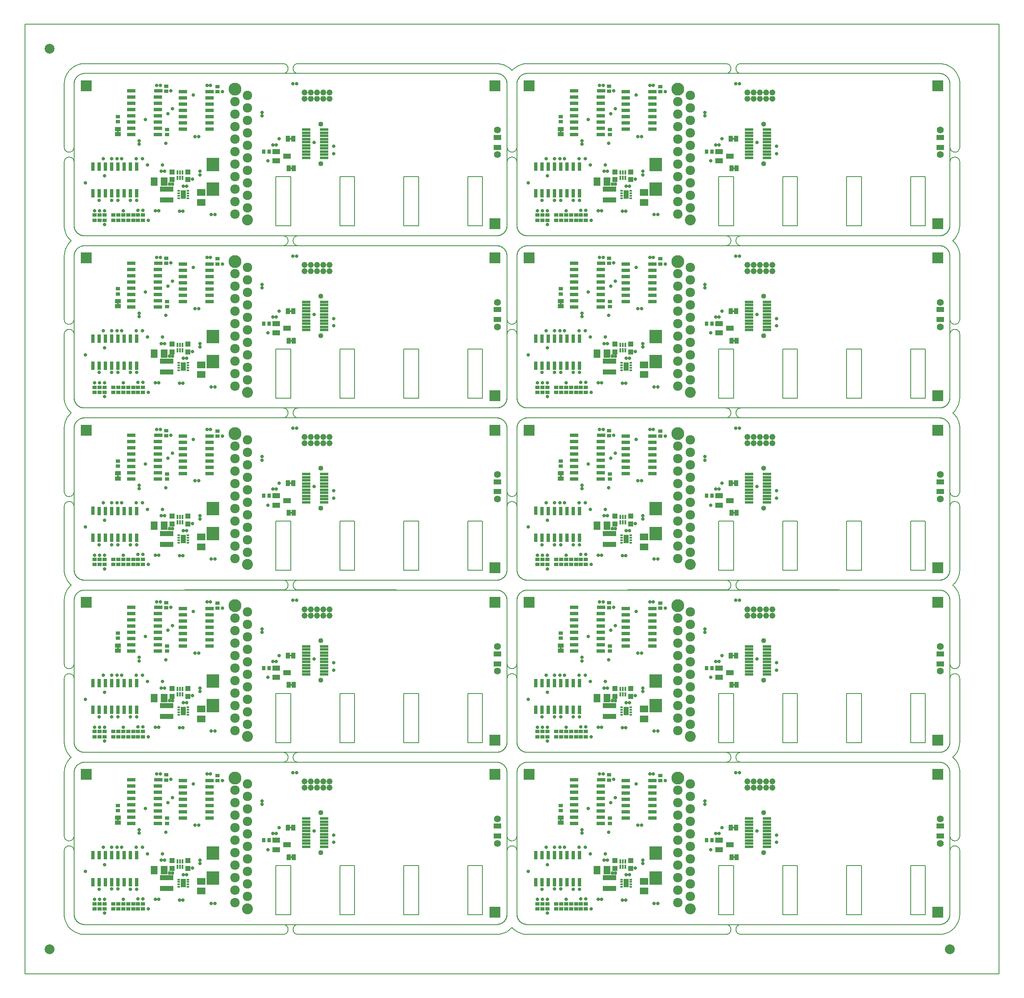
<source format=gbr>
*
%FSLAX26Y26*%
%MOIN*%
%ADD10R,0.027560X0.015750*%
%ADD11R,0.015750X0.027560*%
%ADD12C,0.048425*%
%ADD13R,0.067724X0.020474*%
%ADD14R,0.065744X0.028344*%
%ADD15R,0.024414X0.014574*%
%ADD16R,0.028344X0.065744*%
%ADD17C,0.075591*%
%ADD18R,0.059844X0.044104*%
%ADD19R,0.032724X0.028724*%
%ADD20R,0.045280X0.037400*%
%ADD21R,0.028724X0.032724*%
%ADD22R,0.111025X0.044105*%
%ADD23R,0.055904X0.067714*%
%ADD24R,0.067714X0.055904*%
%ADD25R,0.103154X0.105124*%
%ADD26R,0.015754X0.034254*%
%ADD27R,0.044094X0.040154*%
%ADD28R,0.037400X0.045280*%
%ADD29R,0.063785X0.044105*%
%ADD30R,0.086693X0.086693*%
%ADD31C,0.028346*%
%ADD32R,0.041340X0.068900*%
%ADD33C,0.029528*%
%ADD34C,0.055984*%
%ADD35C,0.040157*%
%ADD36C,0.087402*%
%ADD37C,0.103228*%
%ADD38R,0.004016X0.004016*%
%ADD39R,0.004961X0.004961*%
%ADD40C,0.001181*%
%ADD41C,0.000709*%
%ADD42C,0.000945*%
%ADD43C,0.007874*%
%ADD44C,0.078740*%
%IPPOS*%
%LNsmt.gbr*%
%LPD*%
G75*
G54D10*
X02131891Y00933071D03*
X02127961Y01169291D03*
G54D11*
X00744101Y01230311D03*
G54D12*
X02236621Y01539171D03*
Y01489171D03*
X02286621Y01539171D03*
Y01489171D03*
X02336621Y01539171D03*
Y01489171D03*
X02386621Y01539171D03*
Y01489171D03*
X02436621Y01539171D03*
Y01489171D03*
G54D13*
X02251971Y01017421D03*
X02393701D03*
X02251971Y01042421D03*
X02393701D03*
X02251971Y01067421D03*
X02393701D03*
X02251971Y01092421D03*
X02393701D03*
X02251971Y01117421D03*
X02393701D03*
X02251971Y01142421D03*
X02393701D03*
X02251971Y01167421D03*
X02393701D03*
X02251971Y01192421D03*
X02393701D03*
X02251971Y01217421D03*
X02393701D03*
X02251971Y01242421D03*
X02393701D03*
G54D14*
X00851441Y01552951D03*
Y01502951D03*
Y01452951D03*
Y01402951D03*
Y01352951D03*
Y01302951D03*
Y01252951D03*
Y01202951D03*
X01065891D03*
Y01252951D03*
Y01302951D03*
Y01352951D03*
Y01402951D03*
Y01452951D03*
Y01502951D03*
X01066931Y01552951D03*
X01263781Y01546251D03*
Y01496251D03*
Y01446251D03*
Y01396251D03*
Y01346251D03*
Y01296251D03*
Y01246251D03*
X01476381D03*
Y01296251D03*
Y01346251D03*
Y01396251D03*
Y01446251D03*
Y01496251D03*
Y01546251D03*
G54D15*
X01305121Y00753931D03*
Y00734251D03*
X01230321Y00753931D03*
Y00694881D03*
X01305121D03*
X01230321Y00714561D03*
X01305121D03*
X01230321Y00734251D03*
G54D16*
X00545481Y00733331D03*
X00595481D03*
X00645481D03*
X00695481D03*
X00745481D03*
X00795481D03*
X00845481D03*
X00895481D03*
Y00947771D03*
X00845481D03*
X00795481D03*
X00745481D03*
X00695481D03*
X00645481D03*
X00595481D03*
X00545481Y00948811D03*
G54D17*
X01782291Y01518301D03*
X01682291Y01468301D03*
X01782291Y01418301D03*
X01682291Y01368301D03*
X01782291Y01318301D03*
X01682291Y01268301D03*
X01782291Y01218301D03*
X01682291Y01168301D03*
X01782291Y01118301D03*
X01682291Y01068301D03*
X01782291Y01018301D03*
X01682291Y00968301D03*
X01782291Y00918301D03*
X01682291Y00868301D03*
X01782291Y00818301D03*
X01682291Y00768301D03*
X01782291Y00718301D03*
X01682291Y00668301D03*
X01782291Y00618301D03*
X01682291Y00568301D03*
G54D18*
X02098431Y01031491D03*
X02011811Y00994091D03*
Y01068891D03*
G54D19*
X00745081Y01347241D03*
Y01306291D03*
X01137801Y01203931D03*
Y01244881D03*
X00637801Y00559841D03*
Y00518891D03*
X00559061Y00559841D03*
Y00518891D03*
X00598431Y00559841D03*
Y00518891D03*
X00905521Y00559841D03*
Y00518891D03*
X00748041Y00559841D03*
Y00518891D03*
X00826781Y00559841D03*
Y00518891D03*
X00866151Y00559841D03*
Y00518891D03*
X01129931Y01550391D03*
Y01591331D03*
X01539371Y01546451D03*
Y01587401D03*
X00944891Y00559841D03*
Y00518891D03*
X00787411Y00559841D03*
Y00518891D03*
X00708671Y00559841D03*
Y00518891D03*
G54D20*
X00744101Y01207721D03*
Y01248971D03*
G54D21*
X01953551Y01068891D03*
X01912601D03*
G54D22*
X01133861Y00767711D03*
Y00681101D03*
G54D23*
X01114181Y00828741D03*
X01035441D03*
G54D24*
X01409451Y00740151D03*
Y00661411D03*
G54D25*
X01503941Y00766731D03*
Y00965551D03*
G54D26*
X01240161Y00899601D03*
X01259851D03*
X01220481D03*
X01240161Y00856291D03*
X01259851D03*
X01220481D03*
G54D27*
X01303151Y00842511D03*
Y00905511D03*
X01177171Y00842511D03*
Y00905511D03*
G54D28*
X02111271Y00933071D03*
X02152521D03*
X02146611Y01169291D03*
X02105361D03*
G54D29*
X03779531Y01181101D03*
Y01102361D03*
G54D30*
X00492131Y01594481D03*
X03759851D03*
Y00492121D03*
G54D31*
X02314961Y01141731D03*
X01118111Y00909441D03*
X01090551D03*
X01484261Y01598421D03*
X01456701D03*
X01055121D03*
X01082681D03*
X01401581Y00909441D03*
Y00881881D03*
G54D32*
X01267721Y00724401D03*
G54D31*
Y00791331D03*
X01295281D03*
X01984261Y01122041D03*
X02011811D03*
X01519691Y00562991D03*
X01492131D03*
X02145671Y01610231D03*
X02173231D03*
X01362211Y01188971D03*
X01389771D03*
X01897641Y01381881D03*
Y01354331D03*
X00913391Y01153541D03*
Y01125981D03*
X01236221Y00590551D03*
X01263781D03*
X01043311Y00594481D03*
X01070871D03*
X01581891Y01546451D03*
X01168511Y01554331D03*
G54D33*
X01157481Y00807081D03*
X01181111D03*
G54D31*
X00988191Y00518701D03*
X00484261Y00818891D03*
X00594491Y00677161D03*
X00637801Y00874011D03*
X01346461Y01519681D03*
X01125991Y01133851D03*
X00964571Y01322831D03*
X02035441Y01169291D03*
X01181111Y01409441D03*
X00845481Y00677161D03*
X01145671Y01370071D03*
X00895671Y00677161D03*
X00889771Y01011811D03*
X00905521Y00598421D03*
X00695481Y00677551D03*
X00775591Y01011811D03*
X00787411Y00594481D03*
X00737601Y01012401D03*
X00637801Y00594481D03*
X00625991Y01011811D03*
X01102371Y00960621D03*
X00980321D03*
X00559061Y00594481D03*
X02472441Y01051181D03*
X00695481Y01012201D03*
X00598431Y00594481D03*
X02472441Y01110231D03*
X00940951Y01011811D03*
X00944891Y00598421D03*
X01341541Y00846451D03*
X01942921Y00994091D03*
X00637801Y00484251D03*
X00745481Y00677751D03*
G54D34*
X03779531Y01043301D03*
Y01240151D03*
G54D35*
X02366151Y00970861D03*
Y01288971D03*
G54D36*
X01782291Y00519881D03*
G54D37*
X01682291Y01566731D03*
%LPC*%
G75*
X01682291Y01566731D02*
G54D38*
X02230391Y01514171D02*
X02242850D01*
X02261621Y01532941D02*
Y01545400D01*
Y01482941D02*
Y01495400D01*
X02280391Y01514171D02*
X02292850D01*
X02311621Y01482941D02*
Y01495400D01*
X02330391Y01514171D02*
X02342850D01*
X02361621Y01532941D02*
Y01545400D01*
Y01482941D02*
Y01495400D01*
X02380391Y01514171D02*
X02392850D01*
X02411621Y01532941D02*
Y01545400D01*
Y01482941D02*
Y01495400D01*
X02430391Y01514171D02*
X02442850D01*
G54D39*
X02284081Y01029921D02*
X02219861D01*
X02425811D02*
X02361591D01*
X02284081Y01054921D02*
X02219861D01*
X02425811D02*
X02361591D01*
X02284081Y01079921D02*
X02219861D01*
X02425811D02*
X02361591D01*
X02284081Y01104921D02*
X02219861D01*
X02425811D02*
X02361591D01*
X02284081Y01129921D02*
X02219861D01*
X02425811D02*
X02361591D01*
X02284081Y01154921D02*
X02219861D01*
X02425811D02*
X02361591D01*
X02284081Y01179921D02*
X02219861D01*
X02425811D02*
X02361591D01*
X02284081Y01204921D02*
X02219861D01*
X02425811D02*
X02361591D01*
X02284081Y01229921D02*
X02219861D01*
X02425811D02*
X02361591D01*
G36*
X01292441Y00726491D02*
Y00742010D01*
X01293113D01*
Y00726491D01*
X01292441D01*
G37*
G36*
X01288192Y00689478D02*
Y00759323D01*
X01288863D01*
Y00689478D01*
X01288192D01*
G37*
G36*
X01242329Y00706801D02*
Y00722320D01*
X01243000D01*
Y00706801D01*
X01242329D01*
G37*
G36*
X01246578Y00689478D02*
Y00759323D01*
X01247250D01*
Y00689478D01*
X01246578D01*
G37*
G36*
X01292441Y00706801D02*
Y00722320D01*
X01293113D01*
Y00706801D01*
X01292441D01*
G37*
G36*
X01288192Y00689478D02*
Y00759323D01*
X01288863D01*
Y00689478D01*
X01288192D01*
G37*
G36*
X01242329Y00726491D02*
Y00742010D01*
X01243000D01*
Y00726491D01*
X01242329D01*
G37*
G36*
X01246578Y00689478D02*
Y00759323D01*
X01247250D01*
Y00689478D01*
X01246578D01*
G37*
G54D39*
X01250006Y00884226D02*
Y00914976D01*
X01230321D02*
Y00884226D01*
X01250006Y00840916D02*
Y00871666D01*
X01230321D02*
Y00840916D01*
G54D40*
X00720570Y01190021D02*
X00722464Y01188130D01*
X00720569Y01266665D02*
X00722466Y01268563D01*
X00765735D02*
X00767633Y01266665D01*
X02091679Y00954705D02*
X02093576Y00956603D01*
X02091681Y00911429D02*
X02093569Y00909541D01*
X02170210Y00956604D02*
X02172114Y00954703D01*
X02170217Y00909540D02*
X02172112Y00911431D01*
G54D41*
X02170490Y00909816D02*
X02171986Y00910674D01*
G54D40*
X02170252Y00956606D02*
X02172111Y00954660D01*
X02164313Y01145761D02*
X02166200Y01147649D01*
X02164306Y01192823D02*
X02166203Y01190925D01*
G54D42*
X02164500Y01192812D02*
X02166169Y01190825D01*
G54D40*
X02085768Y01190923D02*
X02087671Y01192824D01*
X02085770Y01147651D02*
X02087664Y01145760D01*
%LPD*%
G75*
X02087664Y01145760D02*
G54D43*
X02007881Y00866141D02*
Y00472441D01*
X02125991D01*
Y00866141D01*
X02007881D01*
X03543311D02*
Y00472441D01*
X03661421D01*
Y00866141D01*
X03543311D01*
X02519691D02*
Y00472441D01*
X02637801D01*
Y00866141D01*
X02519691D01*
X03031501D02*
Y00472441D01*
X03149611D01*
Y00866141D01*
X03031501D01*
G54D10*
X02131891Y02311024D03*
X02127961Y02547244D03*
G54D11*
X00744101Y02608264D03*
G54D12*
X02236621Y02917124D03*
Y02867124D03*
X02286621Y02917124D03*
Y02867124D03*
X02336621Y02917124D03*
Y02867124D03*
X02386621Y02917124D03*
Y02867124D03*
X02436621Y02917124D03*
Y02867124D03*
G54D13*
X02251971Y02395374D03*
X02393701D03*
X02251971Y02420374D03*
X02393701D03*
X02251971Y02445374D03*
X02393701D03*
X02251971Y02470374D03*
X02393701D03*
X02251971Y02495374D03*
X02393701D03*
X02251971Y02520374D03*
X02393701D03*
X02251971Y02545374D03*
X02393701D03*
X02251971Y02570374D03*
X02393701D03*
X02251971Y02595374D03*
X02393701D03*
X02251971Y02620374D03*
X02393701D03*
G54D14*
X00851441Y02930904D03*
Y02880904D03*
Y02830904D03*
Y02780904D03*
Y02730904D03*
Y02680904D03*
Y02630904D03*
Y02580904D03*
X01065891D03*
Y02630904D03*
Y02680904D03*
Y02730904D03*
Y02780904D03*
Y02830904D03*
Y02880904D03*
X01066931Y02930904D03*
X01263781Y02924204D03*
Y02874204D03*
Y02824204D03*
Y02774204D03*
Y02724204D03*
Y02674204D03*
Y02624204D03*
X01476381D03*
Y02674204D03*
Y02724204D03*
Y02774204D03*
Y02824204D03*
Y02874204D03*
Y02924204D03*
G54D15*
X01305121Y02131884D03*
Y02112204D03*
X01230321Y02131884D03*
Y02072834D03*
X01305121D03*
X01230321Y02092514D03*
X01305121D03*
X01230321Y02112204D03*
G54D16*
X00545481Y02111284D03*
X00595481D03*
X00645481D03*
X00695481D03*
X00745481D03*
X00795481D03*
X00845481D03*
X00895481D03*
Y02325724D03*
X00845481D03*
X00795481D03*
X00745481D03*
X00695481D03*
X00645481D03*
X00595481D03*
X00545481Y02326764D03*
G54D17*
X01782291Y02896254D03*
X01682291Y02846254D03*
X01782291Y02796254D03*
X01682291Y02746254D03*
X01782291Y02696254D03*
X01682291Y02646254D03*
X01782291Y02596254D03*
X01682291Y02546254D03*
X01782291Y02496254D03*
X01682291Y02446254D03*
X01782291Y02396254D03*
X01682291Y02346254D03*
X01782291Y02296254D03*
X01682291Y02246254D03*
X01782291Y02196254D03*
X01682291Y02146254D03*
X01782291Y02096254D03*
X01682291Y02046254D03*
X01782291Y01996254D03*
X01682291Y01946254D03*
G54D18*
X02098431Y02409444D03*
X02011811Y02372044D03*
Y02446844D03*
G54D19*
X00745081Y02725194D03*
Y02684244D03*
X01137801Y02581884D03*
Y02622834D03*
X00637801Y01937794D03*
Y01896844D03*
X00559061Y01937794D03*
Y01896844D03*
X00598431Y01937794D03*
Y01896844D03*
X00905521Y01937794D03*
Y01896844D03*
X00748041Y01937794D03*
Y01896844D03*
X00826781Y01937794D03*
Y01896844D03*
X00866151Y01937794D03*
Y01896844D03*
X01129931Y02928344D03*
Y02969284D03*
X01539371Y02924404D03*
Y02965354D03*
X00944891Y01937794D03*
Y01896844D03*
X00787411Y01937794D03*
Y01896844D03*
X00708671Y01937794D03*
Y01896844D03*
G54D20*
X00744101Y02585674D03*
Y02626924D03*
G54D21*
X01953551Y02446844D03*
X01912601D03*
G54D22*
X01133861Y02145664D03*
Y02059054D03*
G54D23*
X01114181Y02206694D03*
X01035441D03*
G54D24*
X01409451Y02118104D03*
Y02039364D03*
G54D25*
X01503941Y02144684D03*
Y02343504D03*
G54D26*
X01240161Y02277554D03*
X01259851D03*
X01220481D03*
X01240161Y02234244D03*
X01259851D03*
X01220481D03*
G54D27*
X01303151Y02220464D03*
Y02283464D03*
X01177171Y02220464D03*
Y02283464D03*
G54D28*
X02111271Y02311024D03*
X02152521D03*
X02146611Y02547244D03*
X02105361D03*
G54D29*
X03779531Y02559054D03*
Y02480314D03*
G54D30*
X00492131Y02972434D03*
X03759851D03*
Y01870074D03*
G54D31*
X02314961Y02519684D03*
X01118111Y02287394D03*
X01090551D03*
X01484261Y02976374D03*
X01456701D03*
X01055121D03*
X01082681D03*
X01401581Y02287394D03*
Y02259834D03*
G54D32*
X01267721Y02102354D03*
G54D31*
Y02169284D03*
X01295281D03*
X01984261Y02499994D03*
X02011811D03*
X01519691Y01940944D03*
X01492131D03*
X02145671Y02988184D03*
X02173231D03*
X01362211Y02566924D03*
X01389771D03*
X01897641Y02759834D03*
Y02732284D03*
X00913391Y02531494D03*
Y02503934D03*
X01236221Y01968504D03*
X01263781D03*
X01043311Y01972434D03*
X01070871D03*
X01581891Y02924404D03*
X01168511Y02932284D03*
G54D33*
X01157481Y02185034D03*
X01181111D03*
G54D31*
X00988191Y01896654D03*
X00484261Y02196844D03*
X00594491Y02055114D03*
X00637801Y02251964D03*
X01346461Y02897634D03*
X01125991Y02511804D03*
X00964571Y02700784D03*
X02035441Y02547244D03*
X01181111Y02787394D03*
X00845481Y02055114D03*
X01145671Y02748024D03*
X00895671Y02055114D03*
X00889771Y02389764D03*
X00905521Y01976374D03*
X00695481Y02055504D03*
X00775591Y02389764D03*
X00787411Y01972434D03*
X00737601Y02390354D03*
X00637801Y01972434D03*
X00625991Y02389764D03*
X01102371Y02338574D03*
X00980321D03*
X00559061Y01972434D03*
X02472441Y02429134D03*
X00695481Y02390154D03*
X00598431Y01972434D03*
X02472441Y02488184D03*
X00940951Y02389764D03*
X00944891Y01976374D03*
X01341541Y02224404D03*
X01942921Y02372044D03*
X00637801Y01862204D03*
X00745481Y02055704D03*
G54D34*
X03779531Y02421254D03*
Y02618104D03*
G54D35*
X02366151Y02348814D03*
Y02666924D03*
G54D36*
X01782291Y01897834D03*
G54D37*
X01682291Y02944684D03*
%LPC*%
G75*
X01682291Y02944684D02*
G54D38*
X02230391Y02892124D02*
X02242850D01*
X02261621Y02910894D02*
Y02923353D01*
Y02860894D02*
Y02873353D01*
X02280391Y02892124D02*
X02292850D01*
X02311621Y02860894D02*
Y02873353D01*
X02330391Y02892124D02*
X02342850D01*
X02361621Y02910894D02*
Y02923353D01*
Y02860894D02*
Y02873353D01*
X02380391Y02892124D02*
X02392850D01*
X02411621Y02910894D02*
Y02923353D01*
Y02860894D02*
Y02873353D01*
X02430391Y02892124D02*
X02442850D01*
G54D39*
X02284081Y02407874D02*
X02219861D01*
X02425811D02*
X02361591D01*
X02284081Y02432874D02*
X02219861D01*
X02425811D02*
X02361591D01*
X02284081Y02457874D02*
X02219861D01*
X02425811D02*
X02361591D01*
X02284081Y02482874D02*
X02219861D01*
X02425811D02*
X02361591D01*
X02284081Y02507874D02*
X02219861D01*
X02425811D02*
X02361591D01*
X02284081Y02532874D02*
X02219861D01*
X02425811D02*
X02361591D01*
X02284081Y02557874D02*
X02219861D01*
X02425811D02*
X02361591D01*
X02284081Y02582874D02*
X02219861D01*
X02425811D02*
X02361591D01*
X02284081Y02607874D02*
X02219861D01*
X02425811D02*
X02361591D01*
G36*
X01292441Y02104444D02*
Y02119963D01*
X01293113D01*
Y02104444D01*
X01292441D01*
G37*
G36*
X01288192Y02067431D02*
Y02137276D01*
X01288863D01*
Y02067431D01*
X01288192D01*
G37*
G36*
X01242329Y02084754D02*
Y02100273D01*
X01243000D01*
Y02084754D01*
X01242329D01*
G37*
G36*
X01246578Y02067431D02*
Y02137276D01*
X01247250D01*
Y02067431D01*
X01246578D01*
G37*
G36*
X01292441Y02084754D02*
Y02100273D01*
X01293113D01*
Y02084754D01*
X01292441D01*
G37*
G36*
X01288192Y02067431D02*
Y02137276D01*
X01288863D01*
Y02067431D01*
X01288192D01*
G37*
G36*
X01242329Y02104444D02*
Y02119963D01*
X01243000D01*
Y02104444D01*
X01242329D01*
G37*
G36*
X01246578Y02067431D02*
Y02137276D01*
X01247250D01*
Y02067431D01*
X01246578D01*
G37*
G54D39*
X01250006Y02262179D02*
Y02292929D01*
X01230321D02*
Y02262179D01*
X01250006Y02218869D02*
Y02249619D01*
X01230321D02*
Y02218869D01*
G54D40*
X00720570Y02567974D02*
X00722464Y02566083D01*
X00720569Y02644618D02*
X00722466Y02646515D01*
X00765735D02*
X00767633Y02644618D01*
X02091679Y02332658D02*
X02093576Y02334555D01*
X02091681Y02289382D02*
X02093569Y02287494D01*
X02170210Y02334556D02*
X02172114Y02332656D01*
X02170217Y02287493D02*
X02172112Y02289384D01*
G54D41*
X02170490Y02287769D02*
X02171986Y02288626D01*
G54D40*
X02170252Y02334559D02*
X02172111Y02332613D01*
X02164313Y02523714D02*
X02166200Y02525601D01*
X02164306Y02570775D02*
X02166203Y02568878D01*
G54D42*
X02164500Y02570765D02*
X02166169Y02568778D01*
G54D40*
X02085768Y02568876D02*
X02087671Y02570776D01*
X02085770Y02525604D02*
X02087664Y02523713D01*
%LPD*%
G75*
X02087664Y02523713D02*
G54D43*
X02007881Y02244094D02*
Y01850394D01*
X02125991D01*
Y02244094D01*
X02007881D01*
X03543311D02*
Y01850394D01*
X03661421D01*
Y02244094D01*
X03543311D01*
X02519691D02*
Y01850394D01*
X02637801D01*
Y02244094D01*
X02519691D01*
X03031501D02*
Y01850394D01*
X03149611D01*
Y02244094D01*
X03031501D01*
G54D10*
X02131891Y03688976D03*
X02127961Y03925196D03*
G54D11*
X00744101Y03986216D03*
G54D12*
X02236621Y04295076D03*
Y04245076D03*
X02286621Y04295076D03*
Y04245076D03*
X02336621Y04295076D03*
Y04245076D03*
X02386621Y04295076D03*
Y04245076D03*
X02436621Y04295076D03*
Y04245076D03*
G54D13*
X02251971Y03773326D03*
X02393701D03*
X02251971Y03798326D03*
X02393701D03*
X02251971Y03823326D03*
X02393701D03*
X02251971Y03848326D03*
X02393701D03*
X02251971Y03873326D03*
X02393701D03*
X02251971Y03898326D03*
X02393701D03*
X02251971Y03923326D03*
X02393701D03*
X02251971Y03948326D03*
X02393701D03*
X02251971Y03973326D03*
X02393701D03*
X02251971Y03998326D03*
X02393701D03*
G54D14*
X00851441Y04308856D03*
Y04258856D03*
Y04208856D03*
Y04158856D03*
Y04108856D03*
Y04058856D03*
Y04008856D03*
Y03958856D03*
X01065891D03*
Y04008856D03*
Y04058856D03*
Y04108856D03*
Y04158856D03*
Y04208856D03*
Y04258856D03*
X01066931Y04308856D03*
X01263781Y04302156D03*
Y04252156D03*
Y04202156D03*
Y04152156D03*
Y04102156D03*
Y04052156D03*
Y04002156D03*
X01476381D03*
Y04052156D03*
Y04102156D03*
Y04152156D03*
Y04202156D03*
Y04252156D03*
Y04302156D03*
G54D15*
X01305121Y03509836D03*
Y03490156D03*
X01230321Y03509836D03*
Y03450786D03*
X01305121D03*
X01230321Y03470466D03*
X01305121D03*
X01230321Y03490156D03*
G54D16*
X00545481Y03489236D03*
X00595481D03*
X00645481D03*
X00695481D03*
X00745481D03*
X00795481D03*
X00845481D03*
X00895481D03*
Y03703676D03*
X00845481D03*
X00795481D03*
X00745481D03*
X00695481D03*
X00645481D03*
X00595481D03*
X00545481Y03704716D03*
G54D17*
X01782291Y04274206D03*
X01682291Y04224206D03*
X01782291Y04174206D03*
X01682291Y04124206D03*
X01782291Y04074206D03*
X01682291Y04024206D03*
X01782291Y03974206D03*
X01682291Y03924206D03*
X01782291Y03874206D03*
X01682291Y03824206D03*
X01782291Y03774206D03*
X01682291Y03724206D03*
X01782291Y03674206D03*
X01682291Y03624206D03*
X01782291Y03574206D03*
X01682291Y03524206D03*
X01782291Y03474206D03*
X01682291Y03424206D03*
X01782291Y03374206D03*
X01682291Y03324206D03*
G54D18*
X02098431Y03787396D03*
X02011811Y03749996D03*
Y03824796D03*
G54D19*
X00745081Y04103146D03*
Y04062196D03*
X01137801Y03959836D03*
Y04000786D03*
X00637801Y03315746D03*
Y03274796D03*
X00559061Y03315746D03*
Y03274796D03*
X00598431Y03315746D03*
Y03274796D03*
X00905521Y03315746D03*
Y03274796D03*
X00748041Y03315746D03*
Y03274796D03*
X00826781Y03315746D03*
Y03274796D03*
X00866151Y03315746D03*
Y03274796D03*
X01129931Y04306296D03*
Y04347236D03*
X01539371Y04302356D03*
Y04343306D03*
X00944891Y03315746D03*
Y03274796D03*
X00787411Y03315746D03*
Y03274796D03*
X00708671Y03315746D03*
Y03274796D03*
G54D20*
X00744101Y03963626D03*
Y04004876D03*
G54D21*
X01953551Y03824796D03*
X01912601D03*
G54D22*
X01133861Y03523616D03*
Y03437006D03*
G54D23*
X01114181Y03584646D03*
X01035441D03*
G54D24*
X01409451Y03496056D03*
Y03417316D03*
G54D25*
X01503941Y03522636D03*
Y03721456D03*
G54D26*
X01240161Y03655506D03*
X01259851D03*
X01220481D03*
X01240161Y03612196D03*
X01259851D03*
X01220481D03*
G54D27*
X01303151Y03598416D03*
Y03661416D03*
X01177171Y03598416D03*
Y03661416D03*
G54D28*
X02111271Y03688976D03*
X02152521D03*
X02146611Y03925196D03*
X02105361D03*
G54D29*
X03779531Y03937006D03*
Y03858266D03*
G54D30*
X00492131Y04350386D03*
X03759851D03*
Y03248026D03*
G54D31*
X02314961Y03897636D03*
X01118111Y03665346D03*
X01090551D03*
X01484261Y04354326D03*
X01456701D03*
X01055121D03*
X01082681D03*
X01401581Y03665346D03*
Y03637786D03*
G54D32*
X01267721Y03480306D03*
G54D31*
Y03547236D03*
X01295281D03*
X01984261Y03877946D03*
X02011811D03*
X01519691Y03318896D03*
X01492131D03*
X02145671Y04366136D03*
X02173231D03*
X01362211Y03944876D03*
X01389771D03*
X01897641Y04137786D03*
Y04110236D03*
X00913391Y03909446D03*
Y03881886D03*
X01236221Y03346456D03*
X01263781D03*
X01043311Y03350386D03*
X01070871D03*
X01581891Y04302356D03*
X01168511Y04310236D03*
G54D33*
X01157481Y03562986D03*
X01181111D03*
G54D31*
X00988191Y03274606D03*
X00484261Y03574796D03*
X00594491Y03433066D03*
X00637801Y03629916D03*
X01346461Y04275586D03*
X01125991Y03889756D03*
X00964571Y04078736D03*
X02035441Y03925196D03*
X01181111Y04165346D03*
X00845481Y03433066D03*
X01145671Y04125976D03*
X00895671Y03433066D03*
X00889771Y03767716D03*
X00905521Y03354326D03*
X00695481Y03433456D03*
X00775591Y03767716D03*
X00787411Y03350386D03*
X00737601Y03768306D03*
X00637801Y03350386D03*
X00625991Y03767716D03*
X01102371Y03716526D03*
X00980321D03*
X00559061Y03350386D03*
X02472441Y03807086D03*
X00695481Y03768106D03*
X00598431Y03350386D03*
X02472441Y03866136D03*
X00940951Y03767716D03*
X00944891Y03354326D03*
X01341541Y03602356D03*
X01942921Y03749996D03*
X00637801Y03240156D03*
X00745481Y03433656D03*
G54D34*
X03779531Y03799206D03*
Y03996056D03*
G54D35*
X02366151Y03726766D03*
Y04044876D03*
G54D36*
X01782291Y03275786D03*
G54D37*
X01682291Y04322636D03*
%LPC*%
G75*
X01682291Y04322636D02*
G54D38*
X02230391Y04270076D02*
X02242850D01*
X02261621Y04288847D02*
Y04301306D01*
Y04238847D02*
Y04251306D01*
X02280391Y04270076D02*
X02292850D01*
X02311621Y04238847D02*
Y04251306D01*
X02330391Y04270076D02*
X02342850D01*
X02361621Y04288847D02*
Y04301306D01*
Y04238847D02*
Y04251306D01*
X02380391Y04270076D02*
X02392850D01*
X02411621Y04288847D02*
Y04301306D01*
Y04238847D02*
Y04251306D01*
X02430391Y04270076D02*
X02442850D01*
G54D39*
X02284081Y03785826D02*
X02219861D01*
X02425811D02*
X02361591D01*
X02284081Y03810826D02*
X02219861D01*
X02425811D02*
X02361591D01*
X02284081Y03835826D02*
X02219861D01*
X02425811D02*
X02361591D01*
X02284081Y03860826D02*
X02219861D01*
X02425811D02*
X02361591D01*
X02284081Y03885826D02*
X02219861D01*
X02425811D02*
X02361591D01*
X02284081Y03910826D02*
X02219861D01*
X02425811D02*
X02361591D01*
X02284081Y03935826D02*
X02219861D01*
X02425811D02*
X02361591D01*
X02284081Y03960826D02*
X02219861D01*
X02425811D02*
X02361591D01*
X02284081Y03985826D02*
X02219861D01*
X02425811D02*
X02361591D01*
G36*
X01292441Y03482397D02*
Y03497916D01*
X01293113D01*
Y03482397D01*
X01292441D01*
G37*
G36*
X01288192Y03445384D02*
Y03515229D01*
X01288863D01*
Y03445384D01*
X01288192D01*
G37*
G36*
X01242329Y03462707D02*
Y03478226D01*
X01243000D01*
Y03462707D01*
X01242329D01*
G37*
G36*
X01246578Y03445384D02*
Y03515229D01*
X01247250D01*
Y03445384D01*
X01246578D01*
G37*
G36*
X01292441Y03462707D02*
Y03478226D01*
X01293113D01*
Y03462707D01*
X01292441D01*
G37*
G36*
X01288192Y03445384D02*
Y03515229D01*
X01288863D01*
Y03445384D01*
X01288192D01*
G37*
G36*
X01242329Y03482397D02*
Y03497916D01*
X01243000D01*
Y03482397D01*
X01242329D01*
G37*
G36*
X01246578Y03445384D02*
Y03515229D01*
X01247250D01*
Y03445384D01*
X01246578D01*
G37*
G54D39*
X01250006Y03640131D02*
Y03670881D01*
X01230321D02*
Y03640131D01*
X01250006Y03596821D02*
Y03627571D01*
X01230321D02*
Y03596821D01*
G54D40*
X00720570Y03945926D02*
X00722464Y03944036D01*
X00720569Y04022571D02*
X00722466Y04024468D01*
X00765735D02*
X00767633Y04022571D01*
X02091679Y03710611D02*
X02093576Y03712508D01*
X02091681Y03667334D02*
X02093569Y03665447D01*
X02170210Y03712509D02*
X02172114Y03710609D01*
X02170217Y03665446D02*
X02172112Y03667337D01*
G54D41*
X02170490Y03665722D02*
X02171986Y03666579D01*
G54D40*
X02170252Y03712512D02*
X02172111Y03710566D01*
X02164313Y03901667D02*
X02166200Y03903554D01*
X02164306Y03948728D02*
X02166203Y03946831D01*
G54D42*
X02164500Y03948717D02*
X02166169Y03946731D01*
G54D40*
X02085768Y03946829D02*
X02087671Y03948729D01*
X02085770Y03903557D02*
X02087664Y03901666D01*
%LPD*%
G75*
X02087664Y03901666D02*
G54D43*
X02007881Y03622046D02*
Y03228346D01*
X02125991D01*
Y03622046D01*
X02007881D01*
X03543311D02*
Y03228346D01*
X03661421D01*
Y03622046D01*
X03543311D01*
X02519691D02*
Y03228346D01*
X02637801D01*
Y03622046D01*
X02519691D01*
X03031501D02*
Y03228346D01*
X03149611D01*
Y03622046D01*
X03031501D01*
G54D10*
X02131891Y05066929D03*
X02127961Y05303149D03*
G54D11*
X00744101Y05364169D03*
G54D12*
X02236621Y05673029D03*
Y05623029D03*
X02286621Y05673029D03*
Y05623029D03*
X02336621Y05673029D03*
Y05623029D03*
X02386621Y05673029D03*
Y05623029D03*
X02436621Y05673029D03*
Y05623029D03*
G54D13*
X02251971Y05151279D03*
X02393701D03*
X02251971Y05176279D03*
X02393701D03*
X02251971Y05201279D03*
X02393701D03*
X02251971Y05226279D03*
X02393701D03*
X02251971Y05251279D03*
X02393701D03*
X02251971Y05276279D03*
X02393701D03*
X02251971Y05301279D03*
X02393701D03*
X02251971Y05326279D03*
X02393701D03*
X02251971Y05351279D03*
X02393701D03*
X02251971Y05376279D03*
X02393701D03*
G54D14*
X00851441Y05686809D03*
Y05636809D03*
Y05586809D03*
Y05536809D03*
Y05486809D03*
Y05436809D03*
Y05386809D03*
Y05336809D03*
X01065891D03*
Y05386809D03*
Y05436809D03*
Y05486809D03*
Y05536809D03*
Y05586809D03*
Y05636809D03*
X01066931Y05686809D03*
X01263781Y05680109D03*
Y05630109D03*
Y05580109D03*
Y05530109D03*
Y05480109D03*
Y05430109D03*
Y05380109D03*
X01476381D03*
Y05430109D03*
Y05480109D03*
Y05530109D03*
Y05580109D03*
Y05630109D03*
Y05680109D03*
G54D15*
X01305121Y04887789D03*
Y04868109D03*
X01230321Y04887789D03*
Y04828739D03*
X01305121D03*
X01230321Y04848419D03*
X01305121D03*
X01230321Y04868109D03*
G54D16*
X00545481Y04867189D03*
X00595481D03*
X00645481D03*
X00695481D03*
X00745481D03*
X00795481D03*
X00845481D03*
X00895481D03*
Y05081629D03*
X00845481D03*
X00795481D03*
X00745481D03*
X00695481D03*
X00645481D03*
X00595481D03*
X00545481Y05082669D03*
G54D17*
X01782291Y05652159D03*
X01682291Y05602159D03*
X01782291Y05552159D03*
X01682291Y05502159D03*
X01782291Y05452159D03*
X01682291Y05402159D03*
X01782291Y05352159D03*
X01682291Y05302159D03*
X01782291Y05252159D03*
X01682291Y05202159D03*
X01782291Y05152159D03*
X01682291Y05102159D03*
X01782291Y05052159D03*
X01682291Y05002159D03*
X01782291Y04952159D03*
X01682291Y04902159D03*
X01782291Y04852159D03*
X01682291Y04802159D03*
X01782291Y04752159D03*
X01682291Y04702159D03*
G54D18*
X02098431Y05165349D03*
X02011811Y05127949D03*
Y05202749D03*
G54D19*
X00745081Y05481099D03*
Y05440149D03*
X01137801Y05337789D03*
Y05378739D03*
X00637801Y04693699D03*
Y04652749D03*
X00559061Y04693699D03*
Y04652749D03*
X00598431Y04693699D03*
Y04652749D03*
X00905521Y04693699D03*
Y04652749D03*
X00748041Y04693699D03*
Y04652749D03*
X00826781Y04693699D03*
Y04652749D03*
X00866151Y04693699D03*
Y04652749D03*
X01129931Y05684249D03*
Y05725189D03*
X01539371Y05680309D03*
Y05721259D03*
X00944891Y04693699D03*
Y04652749D03*
X00787411Y04693699D03*
Y04652749D03*
X00708671Y04693699D03*
Y04652749D03*
G54D20*
X00744101Y05341579D03*
Y05382829D03*
G54D21*
X01953551Y05202749D03*
X01912601D03*
G54D22*
X01133861Y04901569D03*
Y04814959D03*
G54D23*
X01114181Y04962599D03*
X01035441D03*
G54D24*
X01409451Y04874009D03*
Y04795269D03*
G54D25*
X01503941Y04900589D03*
Y05099409D03*
G54D26*
X01240161Y05033459D03*
X01259851D03*
X01220481D03*
X01240161Y04990149D03*
X01259851D03*
X01220481D03*
G54D27*
X01303151Y04976369D03*
Y05039369D03*
X01177171Y04976369D03*
Y05039369D03*
G54D28*
X02111271Y05066929D03*
X02152521D03*
X02146611Y05303149D03*
X02105361D03*
G54D29*
X03779531Y05314959D03*
Y05236219D03*
G54D30*
X00492131Y05728339D03*
X03759851D03*
Y04625979D03*
G54D31*
X02314961Y05275589D03*
X01118111Y05043299D03*
X01090551D03*
X01484261Y05732279D03*
X01456701D03*
X01055121D03*
X01082681D03*
X01401581Y05043299D03*
Y05015739D03*
G54D32*
X01267721Y04858259D03*
G54D31*
Y04925189D03*
X01295281D03*
X01984261Y05255899D03*
X02011811D03*
X01519691Y04696849D03*
X01492131D03*
X02145671Y05744089D03*
X02173231D03*
X01362211Y05322829D03*
X01389771D03*
X01897641Y05515739D03*
Y05488189D03*
X00913391Y05287399D03*
Y05259839D03*
X01236221Y04724409D03*
X01263781D03*
X01043311Y04728339D03*
X01070871D03*
X01581891Y05680309D03*
X01168511Y05688189D03*
G54D33*
X01157481Y04940939D03*
X01181111D03*
G54D31*
X00988191Y04652559D03*
X00484261Y04952749D03*
X00594491Y04811019D03*
X00637801Y05007869D03*
X01346461Y05653539D03*
X01125991Y05267709D03*
X00964571Y05456689D03*
X02035441Y05303149D03*
X01181111Y05543299D03*
X00845481Y04811019D03*
X01145671Y05503929D03*
X00895671Y04811019D03*
X00889771Y05145669D03*
X00905521Y04732279D03*
X00695481Y04811409D03*
X00775591Y05145669D03*
X00787411Y04728339D03*
X00737601Y05146259D03*
X00637801Y04728339D03*
X00625991Y05145669D03*
X01102371Y05094479D03*
X00980321D03*
X00559061Y04728339D03*
X02472441Y05185039D03*
X00695481Y05146059D03*
X00598431Y04728339D03*
X02472441Y05244089D03*
X00940951Y05145669D03*
X00944891Y04732279D03*
X01341541Y04980309D03*
X01942921Y05127949D03*
X00637801Y04618109D03*
X00745481Y04811609D03*
G54D34*
X03779531Y05177159D03*
Y05374009D03*
G54D35*
X02366151Y05104719D03*
Y05422829D03*
G54D36*
X01782291Y04653739D03*
G54D37*
X01682291Y05700589D03*
%LPC*%
G75*
X01682291Y05700589D02*
G54D38*
X02230391Y05648029D02*
X02242850D01*
X02261621Y05666800D02*
Y05679258D01*
Y05616800D02*
Y05629258D01*
X02280391Y05648029D02*
X02292850D01*
X02311621Y05616800D02*
Y05629258D01*
X02330391Y05648029D02*
X02342850D01*
X02361621Y05666800D02*
Y05679258D01*
Y05616800D02*
Y05629258D01*
X02380391Y05648029D02*
X02392850D01*
X02411621Y05666800D02*
Y05679258D01*
Y05616800D02*
Y05629258D01*
X02430391Y05648029D02*
X02442850D01*
G54D39*
X02284081Y05163779D02*
X02219861D01*
X02425811D02*
X02361591D01*
X02284081Y05188779D02*
X02219861D01*
X02425811D02*
X02361591D01*
X02284081Y05213779D02*
X02219861D01*
X02425811D02*
X02361591D01*
X02284081Y05238779D02*
X02219861D01*
X02425811D02*
X02361591D01*
X02284081Y05263779D02*
X02219861D01*
X02425811D02*
X02361591D01*
X02284081Y05288779D02*
X02219861D01*
X02425811D02*
X02361591D01*
X02284081Y05313779D02*
X02219861D01*
X02425811D02*
X02361591D01*
X02284081Y05338779D02*
X02219861D01*
X02425811D02*
X02361591D01*
X02284081Y05363779D02*
X02219861D01*
X02425811D02*
X02361591D01*
G36*
X01292441Y04860350D02*
Y04875869D01*
X01293113D01*
Y04860350D01*
X01292441D01*
G37*
G36*
X01288192Y04823337D02*
Y04893181D01*
X01288863D01*
Y04823337D01*
X01288192D01*
G37*
G36*
X01242329Y04840660D02*
Y04856179D01*
X01243000D01*
Y04840660D01*
X01242329D01*
G37*
G36*
X01246578Y04823337D02*
Y04893181D01*
X01247250D01*
Y04823337D01*
X01246578D01*
G37*
G36*
X01292441Y04840660D02*
Y04856179D01*
X01293113D01*
Y04840660D01*
X01292441D01*
G37*
G36*
X01288192Y04823337D02*
Y04893181D01*
X01288863D01*
Y04823337D01*
X01288192D01*
G37*
G36*
X01242329Y04860350D02*
Y04875869D01*
X01243000D01*
Y04860350D01*
X01242329D01*
G37*
G36*
X01246578Y04823337D02*
Y04893181D01*
X01247250D01*
Y04823337D01*
X01246578D01*
G37*
G54D39*
X01250006Y05018084D02*
Y05048834D01*
X01230321D02*
Y05018084D01*
X01250006Y04974774D02*
Y05005524D01*
X01230321D02*
Y04974774D01*
G54D40*
X00720570Y05323879D02*
X00722464Y05321989D01*
X00720569Y05400523D02*
X00722466Y05402421D01*
X00765735D02*
X00767633Y05400524D01*
X02091679Y05088563D02*
X02093576Y05090461D01*
X02091681Y05045287D02*
X02093569Y05043400D01*
X02170210Y05090462D02*
X02172114Y05088561D01*
X02170217Y05043399D02*
X02172112Y05045289D01*
G54D41*
X02170490Y05043674D02*
X02171986Y05044532D01*
G54D40*
X02170252Y05090464D02*
X02172111Y05088519D01*
X02164313Y05279620D02*
X02166200Y05281507D01*
X02164306Y05326681D02*
X02166203Y05324784D01*
G54D42*
X02164500Y05326670D02*
X02166169Y05324683D01*
G54D40*
X02085768Y05324781D02*
X02087671Y05326682D01*
X02085770Y05281509D02*
X02087664Y05279619D01*
%LPD*%
G75*
X02087664Y05279619D02*
G54D43*
X02007881Y04999999D02*
Y04606299D01*
X02125991D01*
Y04999999D01*
X02007881D01*
X03543311D02*
Y04606299D01*
X03661421D01*
Y04999999D01*
X03543311D01*
X02519691D02*
Y04606299D01*
X02637801D01*
Y04999999D01*
X02519691D01*
X03031501D02*
Y04606299D01*
X03149611D01*
Y04999999D01*
X03031501D01*
G54D10*
X02131891Y06444882D03*
X02127961Y06681102D03*
G54D11*
X00744101Y06742122D03*
G54D12*
X02236621Y07050982D03*
Y07000982D03*
X02286621Y07050982D03*
Y07000982D03*
X02336621Y07050982D03*
Y07000982D03*
X02386621Y07050982D03*
Y07000982D03*
X02436621Y07050982D03*
Y07000982D03*
G54D13*
X02251971Y06529232D03*
X02393701D03*
X02251971Y06554232D03*
X02393701D03*
X02251971Y06579232D03*
X02393701D03*
X02251971Y06604232D03*
X02393701D03*
X02251971Y06629232D03*
X02393701D03*
X02251971Y06654232D03*
X02393701D03*
X02251971Y06679232D03*
X02393701D03*
X02251971Y06704232D03*
X02393701D03*
X02251971Y06729232D03*
X02393701D03*
X02251971Y06754232D03*
X02393701D03*
G54D14*
X00851441Y07064762D03*
Y07014762D03*
Y06964762D03*
Y06914762D03*
Y06864762D03*
Y06814762D03*
Y06764762D03*
Y06714762D03*
X01065891D03*
Y06764762D03*
Y06814762D03*
Y06864762D03*
Y06914762D03*
Y06964762D03*
Y07014762D03*
X01066931Y07064762D03*
X01263781Y07058062D03*
Y07008062D03*
Y06958062D03*
Y06908062D03*
Y06858062D03*
Y06808062D03*
Y06758062D03*
X01476381D03*
Y06808062D03*
Y06858062D03*
Y06908062D03*
Y06958062D03*
Y07008062D03*
Y07058062D03*
G54D15*
X01305121Y06265742D03*
Y06246062D03*
X01230321Y06265742D03*
Y06206692D03*
X01305121D03*
X01230321Y06226372D03*
X01305121D03*
X01230321Y06246062D03*
G54D16*
X00545481Y06245142D03*
X00595481D03*
X00645481D03*
X00695481D03*
X00745481D03*
X00795481D03*
X00845481D03*
X00895481D03*
Y06459582D03*
X00845481D03*
X00795481D03*
X00745481D03*
X00695481D03*
X00645481D03*
X00595481D03*
X00545481Y06460622D03*
G54D17*
X01782291Y07030112D03*
X01682291Y06980112D03*
X01782291Y06930112D03*
X01682291Y06880112D03*
X01782291Y06830112D03*
X01682291Y06780112D03*
X01782291Y06730112D03*
X01682291Y06680112D03*
X01782291Y06630112D03*
X01682291Y06580112D03*
X01782291Y06530112D03*
X01682291Y06480112D03*
X01782291Y06430112D03*
X01682291Y06380112D03*
X01782291Y06330112D03*
X01682291Y06280112D03*
X01782291Y06230112D03*
X01682291Y06180112D03*
X01782291Y06130112D03*
X01682291Y06080112D03*
G54D18*
X02098431Y06543302D03*
X02011811Y06505902D03*
Y06580702D03*
G54D19*
X00745081Y06859052D03*
Y06818102D03*
X01137801Y06715742D03*
Y06756692D03*
X00637801Y06071652D03*
Y06030702D03*
X00559061Y06071652D03*
Y06030702D03*
X00598431Y06071652D03*
Y06030702D03*
X00905521Y06071652D03*
Y06030702D03*
X00748041Y06071652D03*
Y06030702D03*
X00826781Y06071652D03*
Y06030702D03*
X00866151Y06071652D03*
Y06030702D03*
X01129931Y07062202D03*
Y07103142D03*
X01539371Y07058262D03*
Y07099212D03*
X00944891Y06071652D03*
Y06030702D03*
X00787411Y06071652D03*
Y06030702D03*
X00708671Y06071652D03*
Y06030702D03*
G54D20*
X00744101Y06719532D03*
Y06760782D03*
G54D21*
X01953551Y06580702D03*
X01912601D03*
G54D22*
X01133861Y06279522D03*
Y06192912D03*
G54D23*
X01114181Y06340552D03*
X01035441D03*
G54D24*
X01409451Y06251962D03*
Y06173222D03*
G54D25*
X01503941Y06278542D03*
Y06477362D03*
G54D26*
X01240161Y06411412D03*
X01259851D03*
X01220481D03*
X01240161Y06368102D03*
X01259851D03*
X01220481D03*
G54D27*
X01303151Y06354322D03*
Y06417322D03*
X01177171Y06354322D03*
Y06417322D03*
G54D28*
X02111271Y06444882D03*
X02152521D03*
X02146611Y06681102D03*
X02105361D03*
G54D29*
X03779531Y06692912D03*
Y06614172D03*
G54D30*
X00492131Y07106292D03*
X03759851D03*
Y06003932D03*
G54D31*
X02314961Y06653542D03*
X01118111Y06421252D03*
X01090551D03*
X01484261Y07110232D03*
X01456701D03*
X01055121D03*
X01082681D03*
X01401581Y06421252D03*
Y06393692D03*
G54D32*
X01267721Y06236212D03*
G54D31*
Y06303142D03*
X01295281D03*
X01984261Y06633852D03*
X02011811D03*
X01519691Y06074802D03*
X01492131D03*
X02145671Y07122042D03*
X02173231D03*
X01362211Y06700782D03*
X01389771D03*
X01897641Y06893692D03*
Y06866142D03*
X00913391Y06665352D03*
Y06637792D03*
X01236221Y06102362D03*
X01263781D03*
X01043311Y06106292D03*
X01070871D03*
X01581891Y07058262D03*
X01168511Y07066142D03*
G54D33*
X01157481Y06318892D03*
X01181111D03*
G54D31*
X00988191Y06030512D03*
X00484261Y06330702D03*
X00594491Y06188972D03*
X00637801Y06385822D03*
X01346461Y07031492D03*
X01125991Y06645662D03*
X00964571Y06834642D03*
X02035441Y06681102D03*
X01181111Y06921252D03*
X00845481Y06188972D03*
X01145671Y06881882D03*
X00895671Y06188972D03*
X00889771Y06523622D03*
X00905521Y06110232D03*
X00695481Y06189362D03*
X00775591Y06523622D03*
X00787411Y06106292D03*
X00737601Y06524212D03*
X00637801Y06106292D03*
X00625991Y06523622D03*
X01102371Y06472432D03*
X00980321D03*
X00559061Y06106292D03*
X02472441Y06562992D03*
X00695481Y06524012D03*
X00598431Y06106292D03*
X02472441Y06622042D03*
X00940951Y06523622D03*
X00944891Y06110232D03*
X01341541Y06358262D03*
X01942921Y06505902D03*
X00637801Y05996062D03*
X00745481Y06189562D03*
G54D34*
X03779531Y06555112D03*
Y06751962D03*
G54D35*
X02366151Y06482672D03*
Y06800782D03*
G54D36*
X01782291Y06031692D03*
G54D37*
X01682291Y07078542D03*
%LPC*%
G75*
X01682291Y07078542D02*
G54D38*
X02230391Y07025982D02*
X02242850D01*
X02261621Y07044752D02*
Y07057211D01*
Y06994752D02*
Y07007211D01*
X02280391Y07025982D02*
X02292850D01*
X02311621Y06994752D02*
Y07007211D01*
X02330391Y07025982D02*
X02342850D01*
X02361621Y07044752D02*
Y07057211D01*
Y06994752D02*
Y07007211D01*
X02380391Y07025982D02*
X02392850D01*
X02411621Y07044752D02*
Y07057211D01*
Y06994752D02*
Y07007211D01*
X02430391Y07025982D02*
X02442850D01*
G54D39*
X02284081Y06541732D02*
X02219861D01*
X02425811D02*
X02361591D01*
X02284081Y06566732D02*
X02219861D01*
X02425811D02*
X02361591D01*
X02284081Y06591732D02*
X02219861D01*
X02425811D02*
X02361591D01*
X02284081Y06616732D02*
X02219861D01*
X02425811D02*
X02361591D01*
X02284081Y06641732D02*
X02219861D01*
X02425811D02*
X02361591D01*
X02284081Y06666732D02*
X02219861D01*
X02425811D02*
X02361591D01*
X02284081Y06691732D02*
X02219861D01*
X02425811D02*
X02361591D01*
X02284081Y06716732D02*
X02219861D01*
X02425811D02*
X02361591D01*
X02284081Y06741732D02*
X02219861D01*
X02425811D02*
X02361591D01*
G36*
X01292441Y06238302D02*
Y06253821D01*
X01293113D01*
Y06238302D01*
X01292441D01*
G37*
G36*
X01288192Y06201289D02*
Y06271134D01*
X01288863D01*
Y06201289D01*
X01288192D01*
G37*
G36*
X01242329Y06218612D02*
Y06234131D01*
X01243000D01*
Y06218612D01*
X01242329D01*
G37*
G36*
X01246578Y06201289D02*
Y06271134D01*
X01247250D01*
Y06201289D01*
X01246578D01*
G37*
G36*
X01292441Y06218612D02*
Y06234131D01*
X01293113D01*
Y06218612D01*
X01292441D01*
G37*
G36*
X01288192Y06201289D02*
Y06271134D01*
X01288863D01*
Y06201289D01*
X01288192D01*
G37*
G36*
X01242329Y06238302D02*
Y06253821D01*
X01243000D01*
Y06238302D01*
X01242329D01*
G37*
G36*
X01246578Y06201289D02*
Y06271134D01*
X01247250D01*
Y06201289D01*
X01246578D01*
G37*
G54D39*
X01250006Y06396037D02*
Y06426787D01*
X01230321D02*
Y06396037D01*
X01250006Y06352727D02*
Y06383477D01*
X01230321D02*
Y06352727D01*
G54D40*
X00720570Y06701832D02*
X00722464Y06699941D01*
X00720569Y06778476D02*
X00722466Y06780374D01*
X00765735D02*
X00767633Y06778476D01*
X02091679Y06466516D02*
X02093576Y06468414D01*
X02091681Y06423240D02*
X02093569Y06421352D01*
X02170210Y06468415D02*
X02172114Y06466514D01*
X02170217Y06421351D02*
X02172112Y06423242D01*
G54D41*
X02170490Y06421627D02*
X02171986Y06422485D01*
G54D40*
X02170252Y06468417D02*
X02172111Y06466471D01*
X02164313Y06657572D02*
X02166200Y06659460D01*
X02164306Y06704634D02*
X02166203Y06702737D01*
G54D42*
X02164500Y06704623D02*
X02166169Y06702636D01*
G54D40*
X02085768Y06702734D02*
X02087671Y06704635D01*
X02085770Y06659462D02*
X02087664Y06657571D01*
%LPD*%
G75*
X02087664Y06657571D02*
G54D43*
X02007881Y06377952D02*
Y05984252D01*
X02125991D01*
Y06377952D01*
X02007881D01*
X03543311D02*
Y05984252D01*
X03661421D01*
Y06377952D01*
X03543311D01*
X02519691D02*
Y05984252D01*
X02637801D01*
Y06377952D01*
X02519691D01*
X03031501D02*
Y05984252D01*
X03149611D01*
Y06377952D01*
X03031501D01*
G54D10*
X05675198Y00933071D03*
X05671268Y01169291D03*
G54D11*
X04287408Y01230311D03*
G54D12*
X05779928Y01539171D03*
Y01489171D03*
X05829928Y01539171D03*
Y01489171D03*
X05879928Y01539171D03*
Y01489171D03*
X05929928Y01539171D03*
Y01489171D03*
X05979928Y01539171D03*
Y01489171D03*
G54D13*
X05795278Y01017421D03*
X05937008D03*
X05795278Y01042421D03*
X05937008D03*
X05795278Y01067421D03*
X05937008D03*
X05795278Y01092421D03*
X05937008D03*
X05795278Y01117421D03*
X05937008D03*
X05795278Y01142421D03*
X05937008D03*
X05795278Y01167421D03*
X05937008D03*
X05795278Y01192421D03*
X05937008D03*
X05795278Y01217421D03*
X05937008D03*
X05795278Y01242421D03*
X05937008D03*
G54D14*
X04394748Y01552951D03*
Y01502951D03*
Y01452951D03*
Y01402951D03*
Y01352951D03*
Y01302951D03*
Y01252951D03*
Y01202951D03*
X04609198D03*
Y01252951D03*
Y01302951D03*
Y01352951D03*
Y01402951D03*
Y01452951D03*
Y01502951D03*
X04610238Y01552951D03*
X04807088Y01546251D03*
Y01496251D03*
Y01446251D03*
Y01396251D03*
Y01346251D03*
Y01296251D03*
Y01246251D03*
X05019688D03*
Y01296251D03*
Y01346251D03*
Y01396251D03*
Y01446251D03*
Y01496251D03*
Y01546251D03*
G54D15*
X04848428Y00753931D03*
Y00734251D03*
X04773628Y00753931D03*
Y00694881D03*
X04848428D03*
X04773628Y00714561D03*
X04848428D03*
X04773628Y00734251D03*
G54D16*
X04088788Y00733331D03*
X04138788D03*
X04188788D03*
X04238788D03*
X04288788D03*
X04338788D03*
X04388788D03*
X04438788D03*
Y00947771D03*
X04388788D03*
X04338788D03*
X04288788D03*
X04238788D03*
X04188788D03*
X04138788D03*
X04088788Y00948811D03*
G54D17*
X05325598Y01518301D03*
X05225598Y01468301D03*
X05325598Y01418301D03*
X05225598Y01368301D03*
X05325598Y01318301D03*
X05225598Y01268301D03*
X05325598Y01218301D03*
X05225598Y01168301D03*
X05325598Y01118301D03*
X05225598Y01068301D03*
X05325598Y01018301D03*
X05225598Y00968301D03*
X05325598Y00918301D03*
X05225598Y00868301D03*
X05325598Y00818301D03*
X05225598Y00768301D03*
X05325598Y00718301D03*
X05225598Y00668301D03*
X05325598Y00618301D03*
X05225598Y00568301D03*
G54D18*
X05641738Y01031491D03*
X05555118Y00994091D03*
Y01068891D03*
G54D19*
X04288388Y01347241D03*
Y01306291D03*
X04681108Y01203931D03*
Y01244881D03*
X04181108Y00559841D03*
Y00518891D03*
X04102368Y00559841D03*
Y00518891D03*
X04141738Y00559841D03*
Y00518891D03*
X04448828Y00559841D03*
Y00518891D03*
X04291348Y00559841D03*
Y00518891D03*
X04370088Y00559841D03*
Y00518891D03*
X04409458Y00559841D03*
Y00518891D03*
X04673238Y01550391D03*
Y01591331D03*
X05082678Y01546451D03*
Y01587401D03*
X04488198Y00559841D03*
Y00518891D03*
X04330718Y00559841D03*
Y00518891D03*
X04251978Y00559841D03*
Y00518891D03*
G54D20*
X04287408Y01207721D03*
Y01248971D03*
G54D21*
X05496858Y01068891D03*
X05455908D03*
G54D22*
X04677168Y00767711D03*
Y00681101D03*
G54D23*
X04657488Y00828741D03*
X04578748D03*
G54D24*
X04952758Y00740151D03*
Y00661411D03*
G54D25*
X05047248Y00766731D03*
Y00965551D03*
G54D26*
X04783468Y00899601D03*
X04803158D03*
X04763788D03*
X04783468Y00856291D03*
X04803158D03*
X04763788D03*
G54D27*
X04846458Y00842511D03*
Y00905511D03*
X04720478Y00842511D03*
Y00905511D03*
G54D28*
X05654578Y00933071D03*
X05695828D03*
X05689918Y01169291D03*
X05648668D03*
G54D29*
X07322838Y01181101D03*
Y01102361D03*
G54D30*
X04035438Y01594481D03*
X07303158D03*
Y00492121D03*
G54D31*
X05858268Y01141731D03*
X04661418Y00909441D03*
X04633858D03*
X05027568Y01598421D03*
X05000008D03*
X04598428D03*
X04625988D03*
X04944888Y00909441D03*
Y00881881D03*
G54D32*
X04811028Y00724401D03*
G54D31*
Y00791331D03*
X04838588D03*
X05527568Y01122041D03*
X05555118D03*
X05062998Y00562991D03*
X05035438D03*
X05688978Y01610231D03*
X05716538D03*
X04905518Y01188971D03*
X04933078D03*
X05440948Y01381881D03*
Y01354331D03*
X04456698Y01153541D03*
Y01125981D03*
X04779528Y00590551D03*
X04807088D03*
X04586618Y00594481D03*
X04614178D03*
X05125198Y01546451D03*
X04711818Y01554331D03*
G54D33*
X04700788Y00807081D03*
X04724418D03*
G54D31*
X04531498Y00518701D03*
X04027568Y00818891D03*
X04137798Y00677161D03*
X04181108Y00874011D03*
X04889768Y01519681D03*
X04669298Y01133851D03*
X04507878Y01322831D03*
X05578748Y01169291D03*
X04724418Y01409441D03*
X04388788Y00677161D03*
X04688978Y01370071D03*
X04438978Y00677161D03*
X04433078Y01011811D03*
X04448828Y00598421D03*
X04238788Y00677551D03*
X04318898Y01011811D03*
X04330718Y00594481D03*
X04280908Y01012401D03*
X04181108Y00594481D03*
X04169298Y01011811D03*
X04645678Y00960621D03*
X04523628D03*
X04102368Y00594481D03*
X06015748Y01051181D03*
X04238788Y01012201D03*
X04141738Y00594481D03*
X06015748Y01110231D03*
X04484258Y01011811D03*
X04488198Y00598421D03*
X04884848Y00846451D03*
X05486228Y00994091D03*
X04181108Y00484251D03*
X04288788Y00677751D03*
G54D34*
X07322838Y01043301D03*
Y01240151D03*
G54D35*
X05909458Y00970861D03*
Y01288971D03*
G54D36*
X05325598Y00519881D03*
G54D37*
X05225598Y01566731D03*
%LPC*%
G75*
X05225598Y01566731D02*
G54D38*
X05773699Y01514171D02*
X05786157D01*
X05804928Y01532941D02*
Y01545400D01*
Y01482941D02*
Y01495400D01*
X05823699Y01514171D02*
X05836157D01*
X05854928Y01482941D02*
Y01495400D01*
X05873699Y01514171D02*
X05886157D01*
X05904928Y01532941D02*
Y01545400D01*
Y01482941D02*
Y01495400D01*
X05923699Y01514171D02*
X05936157D01*
X05954928Y01532941D02*
Y01545400D01*
Y01482941D02*
Y01495400D01*
X05973699Y01514171D02*
X05986157D01*
G54D39*
X05827388Y01029921D02*
X05763168D01*
X05969118D02*
X05904898D01*
X05827388Y01054921D02*
X05763168D01*
X05969118D02*
X05904898D01*
X05827388Y01079921D02*
X05763168D01*
X05969118D02*
X05904898D01*
X05827388Y01104921D02*
X05763168D01*
X05969118D02*
X05904898D01*
X05827388Y01129921D02*
X05763168D01*
X05969118D02*
X05904898D01*
X05827388Y01154921D02*
X05763168D01*
X05969118D02*
X05904898D01*
X05827388Y01179921D02*
X05763168D01*
X05969118D02*
X05904898D01*
X05827388Y01204921D02*
X05763168D01*
X05969118D02*
X05904898D01*
X05827388Y01229921D02*
X05763168D01*
X05969118D02*
X05904898D01*
G36*
X04835748Y00726491D02*
Y00742010D01*
X04836420D01*
Y00726491D01*
X04835748D01*
G37*
G36*
X04831499Y00689478D02*
Y00759323D01*
X04832170D01*
Y00689478D01*
X04831499D01*
G37*
G36*
X04785636Y00706801D02*
Y00722320D01*
X04786307D01*
Y00706801D01*
X04785636D01*
G37*
G36*
X04789885Y00689478D02*
Y00759323D01*
X04790557D01*
Y00689478D01*
X04789885D01*
G37*
G36*
X04835748Y00706801D02*
Y00722320D01*
X04836420D01*
Y00706801D01*
X04835748D01*
G37*
G36*
X04831499Y00689478D02*
Y00759323D01*
X04832170D01*
Y00689478D01*
X04831499D01*
G37*
G36*
X04785636Y00726491D02*
Y00742010D01*
X04786307D01*
Y00726491D01*
X04785636D01*
G37*
G36*
X04789885Y00689478D02*
Y00759323D01*
X04790557D01*
Y00689478D01*
X04789885D01*
G37*
G54D39*
X04793313Y00884226D02*
Y00914976D01*
X04773628D02*
Y00884226D01*
X04793313Y00840916D02*
Y00871666D01*
X04773628D02*
Y00840916D01*
G54D40*
X04263877Y01190021D02*
X04265771Y01188130D01*
X04263876Y01266665D02*
X04265773Y01268563D01*
X04309042D02*
X04310940Y01266665D01*
X05634986Y00954705D02*
X05636883Y00956603D01*
X05634988Y00911429D02*
X05636876Y00909541D01*
X05713517Y00956604D02*
X05715421Y00954703D01*
X05713525Y00909540D02*
X05715419Y00911431D01*
G54D41*
X05713797Y00909816D02*
X05715293Y00910674D01*
G54D40*
X05713559Y00956606D02*
X05715418Y00954660D01*
X05707620Y01145761D02*
X05709507Y01147649D01*
X05707613Y01192823D02*
X05709510Y01190925D01*
G54D42*
X05707807Y01192812D02*
X05709477Y01190825D01*
G54D40*
X05629075Y01190923D02*
X05630979Y01192824D01*
X05629077Y01147651D02*
X05630971Y01145760D01*
%LPD*%
G75*
X05630971Y01145760D02*
G54D43*
X05551188Y00866141D02*
Y00472441D01*
X05669298D01*
Y00866141D01*
X05551188D01*
X07086618D02*
Y00472441D01*
X07204728D01*
Y00866141D01*
X07086618D01*
X06062998D02*
Y00472441D01*
X06181108D01*
Y00866141D01*
X06062998D01*
X06574808D02*
Y00472441D01*
X06692918D01*
Y00866141D01*
X06574808D01*
G54D10*
X05675198Y02311024D03*
X05671268Y02547244D03*
G54D11*
X04287408Y02608264D03*
G54D12*
X05779928Y02917124D03*
Y02867124D03*
X05829928Y02917124D03*
Y02867124D03*
X05879928Y02917124D03*
Y02867124D03*
X05929928Y02917124D03*
Y02867124D03*
X05979928Y02917124D03*
Y02867124D03*
G54D13*
X05795278Y02395374D03*
X05937008D03*
X05795278Y02420374D03*
X05937008D03*
X05795278Y02445374D03*
X05937008D03*
X05795278Y02470374D03*
X05937008D03*
X05795278Y02495374D03*
X05937008D03*
X05795278Y02520374D03*
X05937008D03*
X05795278Y02545374D03*
X05937008D03*
X05795278Y02570374D03*
X05937008D03*
X05795278Y02595374D03*
X05937008D03*
X05795278Y02620374D03*
X05937008D03*
G54D14*
X04394748Y02930904D03*
Y02880904D03*
Y02830904D03*
Y02780904D03*
Y02730904D03*
Y02680904D03*
Y02630904D03*
Y02580904D03*
X04609198D03*
Y02630904D03*
Y02680904D03*
Y02730904D03*
Y02780904D03*
Y02830904D03*
Y02880904D03*
X04610238Y02930904D03*
X04807088Y02924204D03*
Y02874204D03*
Y02824204D03*
Y02774204D03*
Y02724204D03*
Y02674204D03*
Y02624204D03*
X05019688D03*
Y02674204D03*
Y02724204D03*
Y02774204D03*
Y02824204D03*
Y02874204D03*
Y02924204D03*
G54D15*
X04848428Y02131884D03*
Y02112204D03*
X04773628Y02131884D03*
Y02072834D03*
X04848428D03*
X04773628Y02092514D03*
X04848428D03*
X04773628Y02112204D03*
G54D16*
X04088788Y02111284D03*
X04138788D03*
X04188788D03*
X04238788D03*
X04288788D03*
X04338788D03*
X04388788D03*
X04438788D03*
Y02325724D03*
X04388788D03*
X04338788D03*
X04288788D03*
X04238788D03*
X04188788D03*
X04138788D03*
X04088788Y02326764D03*
G54D17*
X05325598Y02896254D03*
X05225598Y02846254D03*
X05325598Y02796254D03*
X05225598Y02746254D03*
X05325598Y02696254D03*
X05225598Y02646254D03*
X05325598Y02596254D03*
X05225598Y02546254D03*
X05325598Y02496254D03*
X05225598Y02446254D03*
X05325598Y02396254D03*
X05225598Y02346254D03*
X05325598Y02296254D03*
X05225598Y02246254D03*
X05325598Y02196254D03*
X05225598Y02146254D03*
X05325598Y02096254D03*
X05225598Y02046254D03*
X05325598Y01996254D03*
X05225598Y01946254D03*
G54D18*
X05641738Y02409444D03*
X05555118Y02372044D03*
Y02446844D03*
G54D19*
X04288388Y02725194D03*
Y02684244D03*
X04681108Y02581884D03*
Y02622834D03*
X04181108Y01937794D03*
Y01896844D03*
X04102368Y01937794D03*
Y01896844D03*
X04141738Y01937794D03*
Y01896844D03*
X04448828Y01937794D03*
Y01896844D03*
X04291348Y01937794D03*
Y01896844D03*
X04370088Y01937794D03*
Y01896844D03*
X04409458Y01937794D03*
Y01896844D03*
X04673238Y02928344D03*
Y02969284D03*
X05082678Y02924404D03*
Y02965354D03*
X04488198Y01937794D03*
Y01896844D03*
X04330718Y01937794D03*
Y01896844D03*
X04251978Y01937794D03*
Y01896844D03*
G54D20*
X04287408Y02585674D03*
Y02626924D03*
G54D21*
X05496858Y02446844D03*
X05455908D03*
G54D22*
X04677168Y02145664D03*
Y02059054D03*
G54D23*
X04657488Y02206694D03*
X04578748D03*
G54D24*
X04952758Y02118104D03*
Y02039364D03*
G54D25*
X05047248Y02144684D03*
Y02343504D03*
G54D26*
X04783468Y02277554D03*
X04803158D03*
X04763788D03*
X04783468Y02234244D03*
X04803158D03*
X04763788D03*
G54D27*
X04846458Y02220464D03*
Y02283464D03*
X04720478Y02220464D03*
Y02283464D03*
G54D28*
X05654578Y02311024D03*
X05695828D03*
X05689918Y02547244D03*
X05648668D03*
G54D29*
X07322838Y02559054D03*
Y02480314D03*
G54D30*
X04035438Y02972434D03*
X07303158D03*
Y01870074D03*
G54D31*
X05858268Y02519684D03*
X04661418Y02287394D03*
X04633858D03*
X05027568Y02976374D03*
X05000008D03*
X04598428D03*
X04625988D03*
X04944888Y02287394D03*
Y02259834D03*
G54D32*
X04811028Y02102354D03*
G54D31*
Y02169284D03*
X04838588D03*
X05527568Y02499994D03*
X05555118D03*
X05062998Y01940944D03*
X05035438D03*
X05688978Y02988184D03*
X05716538D03*
X04905518Y02566924D03*
X04933078D03*
X05440948Y02759834D03*
Y02732284D03*
X04456698Y02531494D03*
Y02503934D03*
X04779528Y01968504D03*
X04807088D03*
X04586618Y01972434D03*
X04614178D03*
X05125198Y02924404D03*
X04711818Y02932284D03*
G54D33*
X04700788Y02185034D03*
X04724418D03*
G54D31*
X04531498Y01896654D03*
X04027568Y02196844D03*
X04137798Y02055114D03*
X04181108Y02251964D03*
X04889768Y02897634D03*
X04669298Y02511804D03*
X04507878Y02700784D03*
X05578748Y02547244D03*
X04724418Y02787394D03*
X04388788Y02055114D03*
X04688978Y02748024D03*
X04438978Y02055114D03*
X04433078Y02389764D03*
X04448828Y01976374D03*
X04238788Y02055504D03*
X04318898Y02389764D03*
X04330718Y01972434D03*
X04280908Y02390354D03*
X04181108Y01972434D03*
X04169298Y02389764D03*
X04645678Y02338574D03*
X04523628D03*
X04102368Y01972434D03*
X06015748Y02429134D03*
X04238788Y02390154D03*
X04141738Y01972434D03*
X06015748Y02488184D03*
X04484258Y02389764D03*
X04488198Y01976374D03*
X04884848Y02224404D03*
X05486228Y02372044D03*
X04181108Y01862204D03*
X04288788Y02055704D03*
G54D34*
X07322838Y02421254D03*
Y02618104D03*
G54D35*
X05909458Y02348814D03*
Y02666924D03*
G54D36*
X05325598Y01897834D03*
G54D37*
X05225598Y02944684D03*
%LPC*%
G75*
X05225598Y02944684D02*
G54D38*
X05773699Y02892124D02*
X05786157D01*
X05804928Y02910894D02*
Y02923353D01*
Y02860894D02*
Y02873353D01*
X05823699Y02892124D02*
X05836157D01*
X05854928Y02860894D02*
Y02873353D01*
X05873699Y02892124D02*
X05886157D01*
X05904928Y02910894D02*
Y02923353D01*
Y02860894D02*
Y02873353D01*
X05923699Y02892124D02*
X05936157D01*
X05954928Y02910894D02*
Y02923353D01*
Y02860894D02*
Y02873353D01*
X05973699Y02892124D02*
X05986157D01*
G54D39*
X05827388Y02407874D02*
X05763168D01*
X05969118D02*
X05904898D01*
X05827388Y02432874D02*
X05763168D01*
X05969118D02*
X05904898D01*
X05827388Y02457874D02*
X05763168D01*
X05969118D02*
X05904898D01*
X05827388Y02482874D02*
X05763168D01*
X05969118D02*
X05904898D01*
X05827388Y02507874D02*
X05763168D01*
X05969118D02*
X05904898D01*
X05827388Y02532874D02*
X05763168D01*
X05969118D02*
X05904898D01*
X05827388Y02557874D02*
X05763168D01*
X05969118D02*
X05904898D01*
X05827388Y02582874D02*
X05763168D01*
X05969118D02*
X05904898D01*
X05827388Y02607874D02*
X05763168D01*
X05969118D02*
X05904898D01*
G36*
X04835748Y02104444D02*
Y02119963D01*
X04836420D01*
Y02104444D01*
X04835748D01*
G37*
G36*
X04831499Y02067431D02*
Y02137276D01*
X04832170D01*
Y02067431D01*
X04831499D01*
G37*
G36*
X04785636Y02084754D02*
Y02100273D01*
X04786307D01*
Y02084754D01*
X04785636D01*
G37*
G36*
X04789885Y02067431D02*
Y02137276D01*
X04790557D01*
Y02067431D01*
X04789885D01*
G37*
G36*
X04835748Y02084754D02*
Y02100273D01*
X04836420D01*
Y02084754D01*
X04835748D01*
G37*
G36*
X04831499Y02067431D02*
Y02137276D01*
X04832170D01*
Y02067431D01*
X04831499D01*
G37*
G36*
X04785636Y02104444D02*
Y02119963D01*
X04786307D01*
Y02104444D01*
X04785636D01*
G37*
G36*
X04789885Y02067431D02*
Y02137276D01*
X04790557D01*
Y02067431D01*
X04789885D01*
G37*
G54D39*
X04793313Y02262179D02*
Y02292929D01*
X04773628D02*
Y02262179D01*
X04793313Y02218869D02*
Y02249619D01*
X04773628D02*
Y02218869D01*
G54D40*
X04263877Y02567974D02*
X04265771Y02566083D01*
X04263876Y02644618D02*
X04265773Y02646515D01*
X04309042D02*
X04310940Y02644618D01*
X05634986Y02332658D02*
X05636883Y02334555D01*
X05634988Y02289382D02*
X05636876Y02287494D01*
X05713517Y02334556D02*
X05715421Y02332656D01*
X05713525Y02287493D02*
X05715419Y02289384D01*
G54D41*
X05713797Y02287769D02*
X05715293Y02288626D01*
G54D40*
X05713559Y02334559D02*
X05715418Y02332613D01*
X05707620Y02523714D02*
X05709507Y02525601D01*
X05707613Y02570775D02*
X05709510Y02568878D01*
G54D42*
X05707807Y02570765D02*
X05709477Y02568778D01*
G54D40*
X05629075Y02568876D02*
X05630979Y02570776D01*
X05629077Y02525604D02*
X05630971Y02523713D01*
%LPD*%
G75*
X05630971Y02523713D02*
G54D43*
X05551188Y02244094D02*
Y01850394D01*
X05669298D01*
Y02244094D01*
X05551188D01*
X07086618D02*
Y01850394D01*
X07204728D01*
Y02244094D01*
X07086618D01*
X06062998D02*
Y01850394D01*
X06181108D01*
Y02244094D01*
X06062998D01*
X06574808D02*
Y01850394D01*
X06692918D01*
Y02244094D01*
X06574808D01*
G54D10*
X05675198Y03688976D03*
X05671268Y03925196D03*
G54D11*
X04287408Y03986216D03*
G54D12*
X05779928Y04295076D03*
Y04245076D03*
X05829928Y04295076D03*
Y04245076D03*
X05879928Y04295076D03*
Y04245076D03*
X05929928Y04295076D03*
Y04245076D03*
X05979928Y04295076D03*
Y04245076D03*
G54D13*
X05795278Y03773326D03*
X05937008D03*
X05795278Y03798326D03*
X05937008D03*
X05795278Y03823326D03*
X05937008D03*
X05795278Y03848326D03*
X05937008D03*
X05795278Y03873326D03*
X05937008D03*
X05795278Y03898326D03*
X05937008D03*
X05795278Y03923326D03*
X05937008D03*
X05795278Y03948326D03*
X05937008D03*
X05795278Y03973326D03*
X05937008D03*
X05795278Y03998326D03*
X05937008D03*
G54D14*
X04394748Y04308856D03*
Y04258856D03*
Y04208856D03*
Y04158856D03*
Y04108856D03*
Y04058856D03*
Y04008856D03*
Y03958856D03*
X04609198D03*
Y04008856D03*
Y04058856D03*
Y04108856D03*
Y04158856D03*
Y04208856D03*
Y04258856D03*
X04610238Y04308856D03*
X04807088Y04302156D03*
Y04252156D03*
Y04202156D03*
Y04152156D03*
Y04102156D03*
Y04052156D03*
Y04002156D03*
X05019688D03*
Y04052156D03*
Y04102156D03*
Y04152156D03*
Y04202156D03*
Y04252156D03*
Y04302156D03*
G54D15*
X04848428Y03509836D03*
Y03490156D03*
X04773628Y03509836D03*
Y03450786D03*
X04848428D03*
X04773628Y03470466D03*
X04848428D03*
X04773628Y03490156D03*
G54D16*
X04088788Y03489236D03*
X04138788D03*
X04188788D03*
X04238788D03*
X04288788D03*
X04338788D03*
X04388788D03*
X04438788D03*
Y03703676D03*
X04388788D03*
X04338788D03*
X04288788D03*
X04238788D03*
X04188788D03*
X04138788D03*
X04088788Y03704716D03*
G54D17*
X05325598Y04274206D03*
X05225598Y04224206D03*
X05325598Y04174206D03*
X05225598Y04124206D03*
X05325598Y04074206D03*
X05225598Y04024206D03*
X05325598Y03974206D03*
X05225598Y03924206D03*
X05325598Y03874206D03*
X05225598Y03824206D03*
X05325598Y03774206D03*
X05225598Y03724206D03*
X05325598Y03674206D03*
X05225598Y03624206D03*
X05325598Y03574206D03*
X05225598Y03524206D03*
X05325598Y03474206D03*
X05225598Y03424206D03*
X05325598Y03374206D03*
X05225598Y03324206D03*
G54D18*
X05641738Y03787396D03*
X05555118Y03749996D03*
Y03824796D03*
G54D19*
X04288388Y04103146D03*
Y04062196D03*
X04681108Y03959836D03*
Y04000786D03*
X04181108Y03315746D03*
Y03274796D03*
X04102368Y03315746D03*
Y03274796D03*
X04141738Y03315746D03*
Y03274796D03*
X04448828Y03315746D03*
Y03274796D03*
X04291348Y03315746D03*
Y03274796D03*
X04370088Y03315746D03*
Y03274796D03*
X04409458Y03315746D03*
Y03274796D03*
X04673238Y04306296D03*
Y04347236D03*
X05082678Y04302356D03*
Y04343306D03*
X04488198Y03315746D03*
Y03274796D03*
X04330718Y03315746D03*
Y03274796D03*
X04251978Y03315746D03*
Y03274796D03*
G54D20*
X04287408Y03963626D03*
Y04004876D03*
G54D21*
X05496858Y03824796D03*
X05455908D03*
G54D22*
X04677168Y03523616D03*
Y03437006D03*
G54D23*
X04657488Y03584646D03*
X04578748D03*
G54D24*
X04952758Y03496056D03*
Y03417316D03*
G54D25*
X05047248Y03522636D03*
Y03721456D03*
G54D26*
X04783468Y03655506D03*
X04803158D03*
X04763788D03*
X04783468Y03612196D03*
X04803158D03*
X04763788D03*
G54D27*
X04846458Y03598416D03*
Y03661416D03*
X04720478Y03598416D03*
Y03661416D03*
G54D28*
X05654578Y03688976D03*
X05695828D03*
X05689918Y03925196D03*
X05648668D03*
G54D29*
X07322838Y03937006D03*
Y03858266D03*
G54D30*
X04035438Y04350386D03*
X07303158D03*
Y03248026D03*
G54D31*
X05858268Y03897636D03*
X04661418Y03665346D03*
X04633858D03*
X05027568Y04354326D03*
X05000008D03*
X04598428D03*
X04625988D03*
X04944888Y03665346D03*
Y03637786D03*
G54D32*
X04811028Y03480306D03*
G54D31*
Y03547236D03*
X04838588D03*
X05527568Y03877946D03*
X05555118D03*
X05062998Y03318896D03*
X05035438D03*
X05688978Y04366136D03*
X05716538D03*
X04905518Y03944876D03*
X04933078D03*
X05440948Y04137786D03*
Y04110236D03*
X04456698Y03909446D03*
Y03881886D03*
X04779528Y03346456D03*
X04807088D03*
X04586618Y03350386D03*
X04614178D03*
X05125198Y04302356D03*
X04711818Y04310236D03*
G54D33*
X04700788Y03562986D03*
X04724418D03*
G54D31*
X04531498Y03274606D03*
X04027568Y03574796D03*
X04137798Y03433066D03*
X04181108Y03629916D03*
X04889768Y04275586D03*
X04669298Y03889756D03*
X04507878Y04078736D03*
X05578748Y03925196D03*
X04724418Y04165346D03*
X04388788Y03433066D03*
X04688978Y04125976D03*
X04438978Y03433066D03*
X04433078Y03767716D03*
X04448828Y03354326D03*
X04238788Y03433456D03*
X04318898Y03767716D03*
X04330718Y03350386D03*
X04280908Y03768306D03*
X04181108Y03350386D03*
X04169298Y03767716D03*
X04645678Y03716526D03*
X04523628D03*
X04102368Y03350386D03*
X06015748Y03807086D03*
X04238788Y03768106D03*
X04141738Y03350386D03*
X06015748Y03866136D03*
X04484258Y03767716D03*
X04488198Y03354326D03*
X04884848Y03602356D03*
X05486228Y03749996D03*
X04181108Y03240156D03*
X04288788Y03433656D03*
G54D34*
X07322838Y03799206D03*
Y03996056D03*
G54D35*
X05909458Y03726766D03*
Y04044876D03*
G54D36*
X05325598Y03275786D03*
G54D37*
X05225598Y04322636D03*
%LPC*%
G75*
X05225598Y04322636D02*
G54D38*
X05773699Y04270076D02*
X05786157D01*
X05804928Y04288847D02*
Y04301306D01*
Y04238847D02*
Y04251306D01*
X05823699Y04270076D02*
X05836157D01*
X05854928Y04238847D02*
Y04251306D01*
X05873699Y04270076D02*
X05886157D01*
X05904928Y04288847D02*
Y04301306D01*
Y04238847D02*
Y04251306D01*
X05923699Y04270076D02*
X05936157D01*
X05954928Y04288847D02*
Y04301306D01*
Y04238847D02*
Y04251306D01*
X05973699Y04270076D02*
X05986157D01*
G54D39*
X05827388Y03785826D02*
X05763168D01*
X05969118D02*
X05904898D01*
X05827388Y03810826D02*
X05763168D01*
X05969118D02*
X05904898D01*
X05827388Y03835826D02*
X05763168D01*
X05969118D02*
X05904898D01*
X05827388Y03860826D02*
X05763168D01*
X05969118D02*
X05904898D01*
X05827388Y03885826D02*
X05763168D01*
X05969118D02*
X05904898D01*
X05827388Y03910826D02*
X05763168D01*
X05969118D02*
X05904898D01*
X05827388Y03935826D02*
X05763168D01*
X05969118D02*
X05904898D01*
X05827388Y03960826D02*
X05763168D01*
X05969118D02*
X05904898D01*
X05827388Y03985826D02*
X05763168D01*
X05969118D02*
X05904898D01*
G36*
X04835748Y03482397D02*
Y03497916D01*
X04836420D01*
Y03482397D01*
X04835748D01*
G37*
G36*
X04831499Y03445384D02*
Y03515229D01*
X04832170D01*
Y03445384D01*
X04831499D01*
G37*
G36*
X04785636Y03462707D02*
Y03478226D01*
X04786307D01*
Y03462707D01*
X04785636D01*
G37*
G36*
X04789885Y03445384D02*
Y03515229D01*
X04790557D01*
Y03445384D01*
X04789885D01*
G37*
G36*
X04835748Y03462707D02*
Y03478226D01*
X04836420D01*
Y03462707D01*
X04835748D01*
G37*
G36*
X04831499Y03445384D02*
Y03515229D01*
X04832170D01*
Y03445384D01*
X04831499D01*
G37*
G36*
X04785636Y03482397D02*
Y03497916D01*
X04786307D01*
Y03482397D01*
X04785636D01*
G37*
G36*
X04789885Y03445384D02*
Y03515229D01*
X04790557D01*
Y03445384D01*
X04789885D01*
G37*
G54D39*
X04793313Y03640131D02*
Y03670881D01*
X04773628D02*
Y03640131D01*
X04793313Y03596821D02*
Y03627571D01*
X04773628D02*
Y03596821D01*
G54D40*
X04263877Y03945926D02*
X04265771Y03944036D01*
X04263876Y04022571D02*
X04265773Y04024468D01*
X04309042D02*
X04310940Y04022571D01*
X05634986Y03710611D02*
X05636883Y03712508D01*
X05634988Y03667334D02*
X05636876Y03665447D01*
X05713517Y03712509D02*
X05715421Y03710609D01*
X05713525Y03665446D02*
X05715419Y03667337D01*
G54D41*
X05713797Y03665722D02*
X05715293Y03666579D01*
G54D40*
X05713559Y03712512D02*
X05715418Y03710566D01*
X05707620Y03901667D02*
X05709507Y03903554D01*
X05707613Y03948728D02*
X05709510Y03946831D01*
G54D42*
X05707807Y03948717D02*
X05709477Y03946731D01*
G54D40*
X05629075Y03946829D02*
X05630979Y03948729D01*
X05629077Y03903557D02*
X05630971Y03901666D01*
%LPD*%
G75*
X05630971Y03901666D02*
G54D43*
X05551188Y03622046D02*
Y03228346D01*
X05669298D01*
Y03622046D01*
X05551188D01*
X07086618D02*
Y03228346D01*
X07204728D01*
Y03622046D01*
X07086618D01*
X06062998D02*
Y03228346D01*
X06181108D01*
Y03622046D01*
X06062998D01*
X06574808D02*
Y03228346D01*
X06692918D01*
Y03622046D01*
X06574808D01*
G54D10*
X05675198Y05066929D03*
X05671268Y05303149D03*
G54D11*
X04287408Y05364169D03*
G54D12*
X05779928Y05673029D03*
Y05623029D03*
X05829928Y05673029D03*
Y05623029D03*
X05879928Y05673029D03*
Y05623029D03*
X05929928Y05673029D03*
Y05623029D03*
X05979928Y05673029D03*
Y05623029D03*
G54D13*
X05795278Y05151279D03*
X05937008D03*
X05795278Y05176279D03*
X05937008D03*
X05795278Y05201279D03*
X05937008D03*
X05795278Y05226279D03*
X05937008D03*
X05795278Y05251279D03*
X05937008D03*
X05795278Y05276279D03*
X05937008D03*
X05795278Y05301279D03*
X05937008D03*
X05795278Y05326279D03*
X05937008D03*
X05795278Y05351279D03*
X05937008D03*
X05795278Y05376279D03*
X05937008D03*
G54D14*
X04394748Y05686809D03*
Y05636809D03*
Y05586809D03*
Y05536809D03*
Y05486809D03*
Y05436809D03*
Y05386809D03*
Y05336809D03*
X04609198D03*
Y05386809D03*
Y05436809D03*
Y05486809D03*
Y05536809D03*
Y05586809D03*
Y05636809D03*
X04610238Y05686809D03*
X04807088Y05680109D03*
Y05630109D03*
Y05580109D03*
Y05530109D03*
Y05480109D03*
Y05430109D03*
Y05380109D03*
X05019688D03*
Y05430109D03*
Y05480109D03*
Y05530109D03*
Y05580109D03*
Y05630109D03*
Y05680109D03*
G54D15*
X04848428Y04887789D03*
Y04868109D03*
X04773628Y04887789D03*
Y04828739D03*
X04848428D03*
X04773628Y04848419D03*
X04848428D03*
X04773628Y04868109D03*
G54D16*
X04088788Y04867189D03*
X04138788D03*
X04188788D03*
X04238788D03*
X04288788D03*
X04338788D03*
X04388788D03*
X04438788D03*
Y05081629D03*
X04388788D03*
X04338788D03*
X04288788D03*
X04238788D03*
X04188788D03*
X04138788D03*
X04088788Y05082669D03*
G54D17*
X05325598Y05652159D03*
X05225598Y05602159D03*
X05325598Y05552159D03*
X05225598Y05502159D03*
X05325598Y05452159D03*
X05225598Y05402159D03*
X05325598Y05352159D03*
X05225598Y05302159D03*
X05325598Y05252159D03*
X05225598Y05202159D03*
X05325598Y05152159D03*
X05225598Y05102159D03*
X05325598Y05052159D03*
X05225598Y05002159D03*
X05325598Y04952159D03*
X05225598Y04902159D03*
X05325598Y04852159D03*
X05225598Y04802159D03*
X05325598Y04752159D03*
X05225598Y04702159D03*
G54D18*
X05641738Y05165349D03*
X05555118Y05127949D03*
Y05202749D03*
G54D19*
X04288388Y05481099D03*
Y05440149D03*
X04681108Y05337789D03*
Y05378739D03*
X04181108Y04693699D03*
Y04652749D03*
X04102368Y04693699D03*
Y04652749D03*
X04141738Y04693699D03*
Y04652749D03*
X04448828Y04693699D03*
Y04652749D03*
X04291348Y04693699D03*
Y04652749D03*
X04370088Y04693699D03*
Y04652749D03*
X04409458Y04693699D03*
Y04652749D03*
X04673238Y05684249D03*
Y05725189D03*
X05082678Y05680309D03*
Y05721259D03*
X04488198Y04693699D03*
Y04652749D03*
X04330718Y04693699D03*
Y04652749D03*
X04251978Y04693699D03*
Y04652749D03*
G54D20*
X04287408Y05341579D03*
Y05382829D03*
G54D21*
X05496858Y05202749D03*
X05455908D03*
G54D22*
X04677168Y04901569D03*
Y04814959D03*
G54D23*
X04657488Y04962599D03*
X04578748D03*
G54D24*
X04952758Y04874009D03*
Y04795269D03*
G54D25*
X05047248Y04900589D03*
Y05099409D03*
G54D26*
X04783468Y05033459D03*
X04803158D03*
X04763788D03*
X04783468Y04990149D03*
X04803158D03*
X04763788D03*
G54D27*
X04846458Y04976369D03*
Y05039369D03*
X04720478Y04976369D03*
Y05039369D03*
G54D28*
X05654578Y05066929D03*
X05695828D03*
X05689918Y05303149D03*
X05648668D03*
G54D29*
X07322838Y05314959D03*
Y05236219D03*
G54D30*
X04035438Y05728339D03*
X07303158D03*
Y04625979D03*
G54D31*
X05858268Y05275589D03*
X04661418Y05043299D03*
X04633858D03*
X05027568Y05732279D03*
X05000008D03*
X04598428D03*
X04625988D03*
X04944888Y05043299D03*
Y05015739D03*
G54D32*
X04811028Y04858259D03*
G54D31*
Y04925189D03*
X04838588D03*
X05527568Y05255899D03*
X05555118D03*
X05062998Y04696849D03*
X05035438D03*
X05688978Y05744089D03*
X05716538D03*
X04905518Y05322829D03*
X04933078D03*
X05440948Y05515739D03*
Y05488189D03*
X04456698Y05287399D03*
Y05259839D03*
X04779528Y04724409D03*
X04807088D03*
X04586618Y04728339D03*
X04614178D03*
X05125198Y05680309D03*
X04711818Y05688189D03*
G54D33*
X04700788Y04940939D03*
X04724418D03*
G54D31*
X04531498Y04652559D03*
X04027568Y04952749D03*
X04137798Y04811019D03*
X04181108Y05007869D03*
X04889768Y05653539D03*
X04669298Y05267709D03*
X04507878Y05456689D03*
X05578748Y05303149D03*
X04724418Y05543299D03*
X04388788Y04811019D03*
X04688978Y05503929D03*
X04438978Y04811019D03*
X04433078Y05145669D03*
X04448828Y04732279D03*
X04238788Y04811409D03*
X04318898Y05145669D03*
X04330718Y04728339D03*
X04280908Y05146259D03*
X04181108Y04728339D03*
X04169298Y05145669D03*
X04645678Y05094479D03*
X04523628D03*
X04102368Y04728339D03*
X06015748Y05185039D03*
X04238788Y05146059D03*
X04141738Y04728339D03*
X06015748Y05244089D03*
X04484258Y05145669D03*
X04488198Y04732279D03*
X04884848Y04980309D03*
X05486228Y05127949D03*
X04181108Y04618109D03*
X04288788Y04811609D03*
G54D34*
X07322838Y05177159D03*
Y05374009D03*
G54D35*
X05909458Y05104719D03*
Y05422829D03*
G54D36*
X05325598Y04653739D03*
G54D37*
X05225598Y05700589D03*
%LPC*%
G75*
X05225598Y05700589D02*
G54D38*
X05773699Y05648029D02*
X05786157D01*
X05804928Y05666800D02*
Y05679258D01*
Y05616800D02*
Y05629258D01*
X05823699Y05648029D02*
X05836157D01*
X05854928Y05616800D02*
Y05629258D01*
X05873699Y05648029D02*
X05886157D01*
X05904928Y05666800D02*
Y05679258D01*
Y05616800D02*
Y05629258D01*
X05923699Y05648029D02*
X05936157D01*
X05954928Y05666800D02*
Y05679258D01*
Y05616800D02*
Y05629258D01*
X05973699Y05648029D02*
X05986157D01*
G54D39*
X05827388Y05163779D02*
X05763168D01*
X05969118D02*
X05904898D01*
X05827388Y05188779D02*
X05763168D01*
X05969118D02*
X05904898D01*
X05827388Y05213779D02*
X05763168D01*
X05969118D02*
X05904898D01*
X05827388Y05238779D02*
X05763168D01*
X05969118D02*
X05904898D01*
X05827388Y05263779D02*
X05763168D01*
X05969118D02*
X05904898D01*
X05827388Y05288779D02*
X05763168D01*
X05969118D02*
X05904898D01*
X05827388Y05313779D02*
X05763168D01*
X05969118D02*
X05904898D01*
X05827388Y05338779D02*
X05763168D01*
X05969118D02*
X05904898D01*
X05827388Y05363779D02*
X05763168D01*
X05969118D02*
X05904898D01*
G36*
X04835748Y04860350D02*
Y04875869D01*
X04836420D01*
Y04860350D01*
X04835748D01*
G37*
G36*
X04831499Y04823337D02*
Y04893181D01*
X04832170D01*
Y04823337D01*
X04831499D01*
G37*
G36*
X04785636Y04840660D02*
Y04856179D01*
X04786307D01*
Y04840660D01*
X04785636D01*
G37*
G36*
X04789885Y04823337D02*
Y04893181D01*
X04790557D01*
Y04823337D01*
X04789885D01*
G37*
G36*
X04835748Y04840660D02*
Y04856179D01*
X04836420D01*
Y04840660D01*
X04835748D01*
G37*
G36*
X04831499Y04823337D02*
Y04893181D01*
X04832170D01*
Y04823337D01*
X04831499D01*
G37*
G36*
X04785636Y04860350D02*
Y04875869D01*
X04786307D01*
Y04860350D01*
X04785636D01*
G37*
G36*
X04789885Y04823337D02*
Y04893181D01*
X04790557D01*
Y04823337D01*
X04789885D01*
G37*
G54D39*
X04793313Y05018084D02*
Y05048834D01*
X04773628D02*
Y05018084D01*
X04793313Y04974774D02*
Y05005524D01*
X04773628D02*
Y04974774D01*
G54D40*
X04263877Y05323879D02*
X04265771Y05321989D01*
X04263876Y05400523D02*
X04265773Y05402421D01*
X04309042D02*
X04310940Y05400524D01*
X05634986Y05088563D02*
X05636883Y05090461D01*
X05634988Y05045287D02*
X05636876Y05043400D01*
X05713517Y05090462D02*
X05715421Y05088561D01*
X05713525Y05043399D02*
X05715419Y05045289D01*
G54D41*
X05713797Y05043674D02*
X05715293Y05044532D01*
G54D40*
X05713559Y05090464D02*
X05715418Y05088519D01*
X05707620Y05279620D02*
X05709507Y05281507D01*
X05707613Y05326681D02*
X05709510Y05324784D01*
G54D42*
X05707807Y05326670D02*
X05709477Y05324683D01*
G54D40*
X05629075Y05324781D02*
X05630979Y05326682D01*
X05629077Y05281509D02*
X05630971Y05279619D01*
%LPD*%
G75*
X05630971Y05279619D02*
G54D43*
X05551188Y04999999D02*
Y04606299D01*
X05669298D01*
Y04999999D01*
X05551188D01*
X07086618D02*
Y04606299D01*
X07204728D01*
Y04999999D01*
X07086618D01*
X06062998D02*
Y04606299D01*
X06181108D01*
Y04999999D01*
X06062998D01*
X06574808D02*
Y04606299D01*
X06692918D01*
Y04999999D01*
X06574808D01*
G54D10*
X05675198Y06444882D03*
X05671268Y06681102D03*
G54D11*
X04287408Y06742122D03*
G54D12*
X05779928Y07050982D03*
Y07000982D03*
X05829928Y07050982D03*
Y07000982D03*
X05879928Y07050982D03*
Y07000982D03*
X05929928Y07050982D03*
Y07000982D03*
X05979928Y07050982D03*
Y07000982D03*
G54D13*
X05795278Y06529232D03*
X05937008D03*
X05795278Y06554232D03*
X05937008D03*
X05795278Y06579232D03*
X05937008D03*
X05795278Y06604232D03*
X05937008D03*
X05795278Y06629232D03*
X05937008D03*
X05795278Y06654232D03*
X05937008D03*
X05795278Y06679232D03*
X05937008D03*
X05795278Y06704232D03*
X05937008D03*
X05795278Y06729232D03*
X05937008D03*
X05795278Y06754232D03*
X05937008D03*
G54D14*
X04394748Y07064762D03*
Y07014762D03*
Y06964762D03*
Y06914762D03*
Y06864762D03*
Y06814762D03*
Y06764762D03*
Y06714762D03*
X04609198D03*
Y06764762D03*
Y06814762D03*
Y06864762D03*
Y06914762D03*
Y06964762D03*
Y07014762D03*
X04610238Y07064762D03*
X04807088Y07058062D03*
Y07008062D03*
Y06958062D03*
Y06908062D03*
Y06858062D03*
Y06808062D03*
Y06758062D03*
X05019688D03*
Y06808062D03*
Y06858062D03*
Y06908062D03*
Y06958062D03*
Y07008062D03*
Y07058062D03*
G54D15*
X04848428Y06265742D03*
Y06246062D03*
X04773628Y06265742D03*
Y06206692D03*
X04848428D03*
X04773628Y06226372D03*
X04848428D03*
X04773628Y06246062D03*
G54D16*
X04088788Y06245142D03*
X04138788D03*
X04188788D03*
X04238788D03*
X04288788D03*
X04338788D03*
X04388788D03*
X04438788D03*
Y06459582D03*
X04388788D03*
X04338788D03*
X04288788D03*
X04238788D03*
X04188788D03*
X04138788D03*
X04088788Y06460622D03*
G54D17*
X05325598Y07030112D03*
X05225598Y06980112D03*
X05325598Y06930112D03*
X05225598Y06880112D03*
X05325598Y06830112D03*
X05225598Y06780112D03*
X05325598Y06730112D03*
X05225598Y06680112D03*
X05325598Y06630112D03*
X05225598Y06580112D03*
X05325598Y06530112D03*
X05225598Y06480112D03*
X05325598Y06430112D03*
X05225598Y06380112D03*
X05325598Y06330112D03*
X05225598Y06280112D03*
X05325598Y06230112D03*
X05225598Y06180112D03*
X05325598Y06130112D03*
X05225598Y06080112D03*
G54D18*
X05641738Y06543302D03*
X05555118Y06505902D03*
Y06580702D03*
G54D19*
X04288388Y06859052D03*
Y06818102D03*
X04681108Y06715742D03*
Y06756692D03*
X04181108Y06071652D03*
Y06030702D03*
X04102368Y06071652D03*
Y06030702D03*
X04141738Y06071652D03*
Y06030702D03*
X04448828Y06071652D03*
Y06030702D03*
X04291348Y06071652D03*
Y06030702D03*
X04370088Y06071652D03*
Y06030702D03*
X04409458Y06071652D03*
Y06030702D03*
X04673238Y07062202D03*
Y07103142D03*
X05082678Y07058262D03*
Y07099212D03*
X04488198Y06071652D03*
Y06030702D03*
X04330718Y06071652D03*
Y06030702D03*
X04251978Y06071652D03*
Y06030702D03*
G54D20*
X04287408Y06719532D03*
Y06760782D03*
G54D21*
X05496858Y06580702D03*
X05455908D03*
G54D22*
X04677168Y06279522D03*
Y06192912D03*
G54D23*
X04657488Y06340552D03*
X04578748D03*
G54D24*
X04952758Y06251962D03*
Y06173222D03*
G54D25*
X05047248Y06278542D03*
Y06477362D03*
G54D26*
X04783468Y06411412D03*
X04803158D03*
X04763788D03*
X04783468Y06368102D03*
X04803158D03*
X04763788D03*
G54D27*
X04846458Y06354322D03*
Y06417322D03*
X04720478Y06354322D03*
Y06417322D03*
G54D28*
X05654578Y06444882D03*
X05695828D03*
X05689918Y06681102D03*
X05648668D03*
G54D29*
X07322838Y06692912D03*
Y06614172D03*
G54D30*
X04035438Y07106292D03*
X07303158D03*
Y06003932D03*
G54D31*
X05858268Y06653542D03*
X04661418Y06421252D03*
X04633858D03*
X05027568Y07110232D03*
X05000008D03*
X04598428D03*
X04625988D03*
X04944888Y06421252D03*
Y06393692D03*
G54D32*
X04811028Y06236212D03*
G54D31*
Y06303142D03*
X04838588D03*
X05527568Y06633852D03*
X05555118D03*
X05062998Y06074802D03*
X05035438D03*
X05688978Y07122042D03*
X05716538D03*
X04905518Y06700782D03*
X04933078D03*
X05440948Y06893692D03*
Y06866142D03*
X04456698Y06665352D03*
Y06637792D03*
X04779528Y06102362D03*
X04807088D03*
X04586618Y06106292D03*
X04614178D03*
X05125198Y07058262D03*
X04711818Y07066142D03*
G54D33*
X04700788Y06318892D03*
X04724418D03*
G54D31*
X04531498Y06030512D03*
X04027568Y06330702D03*
X04137798Y06188972D03*
X04181108Y06385822D03*
X04889768Y07031492D03*
X04669298Y06645662D03*
X04507878Y06834642D03*
X05578748Y06681102D03*
X04724418Y06921252D03*
X04388788Y06188972D03*
X04688978Y06881882D03*
X04438978Y06188972D03*
X04433078Y06523622D03*
X04448828Y06110232D03*
X04238788Y06189362D03*
X04318898Y06523622D03*
X04330718Y06106292D03*
X04280908Y06524212D03*
X04181108Y06106292D03*
X04169298Y06523622D03*
X04645678Y06472432D03*
X04523628D03*
X04102368Y06106292D03*
X06015748Y06562992D03*
X04238788Y06524012D03*
X04141738Y06106292D03*
X06015748Y06622042D03*
X04484258Y06523622D03*
X04488198Y06110232D03*
X04884848Y06358262D03*
X05486228Y06505902D03*
X04181108Y05996062D03*
X04288788Y06189562D03*
G54D34*
X07322838Y06555112D03*
Y06751962D03*
G54D35*
X05909458Y06482672D03*
Y06800782D03*
G54D36*
X05325598Y06031692D03*
G54D37*
X05225598Y07078542D03*
%LPC*%
G75*
X05225598Y07078542D02*
G54D38*
X05773699Y07025982D02*
X05786157D01*
X05804928Y07044752D02*
Y07057211D01*
Y06994752D02*
Y07007211D01*
X05823699Y07025982D02*
X05836157D01*
X05854928Y06994752D02*
Y07007211D01*
X05873699Y07025982D02*
X05886157D01*
X05904928Y07044752D02*
Y07057211D01*
Y06994752D02*
Y07007211D01*
X05923699Y07025982D02*
X05936157D01*
X05954928Y07044752D02*
Y07057211D01*
Y06994752D02*
Y07007211D01*
X05973699Y07025982D02*
X05986157D01*
G54D39*
X05827388Y06541732D02*
X05763168D01*
X05969118D02*
X05904898D01*
X05827388Y06566732D02*
X05763168D01*
X05969118D02*
X05904898D01*
X05827388Y06591732D02*
X05763168D01*
X05969118D02*
X05904898D01*
X05827388Y06616732D02*
X05763168D01*
X05969118D02*
X05904898D01*
X05827388Y06641732D02*
X05763168D01*
X05969118D02*
X05904898D01*
X05827388Y06666732D02*
X05763168D01*
X05969118D02*
X05904898D01*
X05827388Y06691732D02*
X05763168D01*
X05969118D02*
X05904898D01*
X05827388Y06716732D02*
X05763168D01*
X05969118D02*
X05904898D01*
X05827388Y06741732D02*
X05763168D01*
X05969118D02*
X05904898D01*
G36*
X04835748Y06238302D02*
Y06253821D01*
X04836420D01*
Y06238302D01*
X04835748D01*
G37*
G36*
X04831499Y06201289D02*
Y06271134D01*
X04832170D01*
Y06201289D01*
X04831499D01*
G37*
G36*
X04785636Y06218612D02*
Y06234131D01*
X04786307D01*
Y06218612D01*
X04785636D01*
G37*
G36*
X04789885Y06201289D02*
Y06271134D01*
X04790557D01*
Y06201289D01*
X04789885D01*
G37*
G36*
X04835748Y06218612D02*
Y06234131D01*
X04836420D01*
Y06218612D01*
X04835748D01*
G37*
G36*
X04831499Y06201289D02*
Y06271134D01*
X04832170D01*
Y06201289D01*
X04831499D01*
G37*
G36*
X04785636Y06238302D02*
Y06253821D01*
X04786307D01*
Y06238302D01*
X04785636D01*
G37*
G36*
X04789885Y06201289D02*
Y06271134D01*
X04790557D01*
Y06201289D01*
X04789885D01*
G37*
G54D39*
X04793313Y06396037D02*
Y06426787D01*
X04773628D02*
Y06396037D01*
X04793313Y06352727D02*
Y06383477D01*
X04773628D02*
Y06352727D01*
G54D40*
X04263877Y06701832D02*
X04265771Y06699941D01*
X04263876Y06778476D02*
X04265773Y06780374D01*
X04309042D02*
X04310940Y06778476D01*
X05634986Y06466516D02*
X05636883Y06468414D01*
X05634988Y06423240D02*
X05636876Y06421352D01*
X05713517Y06468415D02*
X05715421Y06466514D01*
X05713525Y06421351D02*
X05715419Y06423242D01*
G54D41*
X05713797Y06421627D02*
X05715293Y06422485D01*
G54D40*
X05713559Y06468417D02*
X05715418Y06466471D01*
X05707620Y06657572D02*
X05709507Y06659460D01*
X05707613Y06704634D02*
X05709510Y06702737D01*
G54D42*
X05707807Y06704623D02*
X05709477Y06702636D01*
G54D40*
X05629075Y06702734D02*
X05630979Y06704635D01*
X05629077Y06659462D02*
X05630971Y06657571D01*
%LPD*%
G75*
X05630971Y06657571D02*
G54D43*
X05551188Y06377952D02*
Y05984252D01*
X05669298D01*
Y06377952D01*
X05551188D01*
X07086618D02*
Y05984252D01*
X07204728D01*
Y06377952D01*
X07086618D01*
X06062998D02*
Y05984252D01*
X06181108D01*
Y06377952D01*
X06062998D01*
X06574808D02*
Y05984252D01*
X06692918D01*
Y06377952D01*
X06574808D01*
X00476381Y00393701D02*
X03775591D01*
Y01692911D02*
X00476381D01*
X03858271Y01610231D02*
Y00476371D01*
X02007881Y00866141D02*
Y00472441D01*
X02125991D01*
Y00866141D01*
X02007881D01*
X03543311D02*
Y00472441D01*
X03661421D01*
Y00866141D01*
X03543311D01*
X02519691D02*
Y00472441D01*
X02637801D01*
Y00866141D01*
X02519691D01*
X03031501D02*
Y00472441D01*
X03149611D01*
Y00866141D01*
X03031501D01*
X00393701Y00476371D02*
Y01610231D01*
X00393721Y01612231D01*
X00393801Y01614221D01*
X00393921Y01616221D01*
X00394091Y01618211D01*
X00394301Y01620201D01*
X00394571Y01622181D01*
X00394881Y01624151D01*
X00395241Y01626121D01*
X00395651Y01628071D01*
X00396101Y01630021D01*
X00396601Y01631951D01*
X00397151Y01633871D01*
X00397751Y01635781D01*
X00398391Y01637671D01*
X00399071Y01639551D01*
X00399801Y01641411D01*
X00400581Y01643251D01*
X00401401Y01645071D01*
X00402261Y01646871D01*
X00403171Y01648651D01*
X00404121Y01650411D01*
X00405111Y01652151D01*
X00406151Y01653861D01*
X00407221Y01655541D01*
X00408341Y01657201D01*
X00409491Y01658831D01*
X00410681Y01660431D01*
X00411921Y01662001D01*
X00413191Y01663551D01*
X00414491Y01665061D01*
X00415841Y01666541D01*
X00417211Y01667981D01*
X00418631Y01669401D01*
X00420071Y01670771D01*
X00421551Y01672121D01*
X00423061Y01673421D01*
X00424611Y01674691D01*
X00426181Y01675931D01*
X00427781Y01677121D01*
X00429411Y01678271D01*
X00431071Y01679391D01*
X00432751Y01680461D01*
X00434461Y01681501D01*
X00436201Y01682491D01*
X00437961Y01683441D01*
X00439741Y01684351D01*
X00441541Y01685211D01*
X00443361Y01686031D01*
X00445201Y01686811D01*
X00447061Y01687541D01*
X00448941Y01688221D01*
X00450831Y01688861D01*
X00452741Y01689461D01*
X00454661Y01690011D01*
X00456591Y01690511D01*
X00458541Y01690961D01*
X00460491Y01691371D01*
X00462461Y01691731D01*
X00464431Y01692041D01*
X00466411Y01692311D01*
X00468401Y01692521D01*
X00470391Y01692691D01*
X00472391Y01692811D01*
X00474381Y01692891D01*
X00476381Y01692911D01*
X00393701Y00476371D02*
X00393721Y00474371D01*
X00393801Y00472381D01*
X00393921Y00470381D01*
X00394091Y00468391D01*
X00394301Y00466401D01*
X00394571Y00464421D01*
X00394881Y00462451D01*
X00395241Y00460481D01*
X00395651Y00458531D01*
X00396101Y00456581D01*
X00396601Y00454651D01*
X00397151Y00452731D01*
X00397751Y00450821D01*
X00398391Y00448931D01*
X00399071Y00447051D01*
X00399801Y00445191D01*
X00400581Y00443351D01*
X00401401Y00441531D01*
X00402261Y00439731D01*
X00403171Y00437951D01*
X00404121Y00436191D01*
X00405111Y00434451D01*
X00406151Y00432741D01*
X00407221Y00431061D01*
X00408341Y00429401D01*
X00409491Y00427771D01*
X00410681Y00426171D01*
X00411921Y00424601D01*
X00413191Y00423051D01*
X00414491Y00421541D01*
X00415841Y00420061D01*
X00417211Y00418621D01*
X00418631Y00417201D01*
X00420071Y00415831D01*
X00421551Y00414481D01*
X00423061Y00413181D01*
X00424611Y00411911D01*
X00426181Y00410671D01*
X00427781Y00409481D01*
X00429411Y00408331D01*
X00431071Y00407211D01*
X00432751Y00406141D01*
X00434461Y00405101D01*
X00436201Y00404111D01*
X00437961Y00403161D01*
X00439741Y00402251D01*
X00441541Y00401391D01*
X00443361Y00400571D01*
X00445201Y00399791D01*
X00447061Y00399061D01*
X00448941Y00398381D01*
X00450831Y00397741D01*
X00452741Y00397141D01*
X00454661Y00396591D01*
X00456591Y00396091D01*
X00458541Y00395641D01*
X00460491Y00395231D01*
X00462461Y00394871D01*
X00464431Y00394561D01*
X00466411Y00394291D01*
X00468401Y00394081D01*
X00470391Y00393911D01*
X00472391Y00393791D01*
X00474381Y00393711D01*
X00476381Y00393691D01*
X03775591D02*
X03777591Y00393711D01*
X03779581Y00393791D01*
X03781581Y00393911D01*
X03783571Y00394081D01*
X03785561Y00394291D01*
X03787541Y00394561D01*
X03789511Y00394871D01*
X03791481Y00395231D01*
X03793431Y00395641D01*
X03795381Y00396091D01*
X03797311Y00396591D01*
X03799231Y00397141D01*
X03801141Y00397741D01*
X03803031Y00398381D01*
X03804911Y00399061D01*
X03806771Y00399791D01*
X03808611Y00400571D01*
X03810431Y00401391D01*
X03812231Y00402251D01*
X03814011Y00403161D01*
X03815771Y00404111D01*
X03817511Y00405101D01*
X03819221Y00406141D01*
X03820901Y00407211D01*
X03822561Y00408331D01*
X03824191Y00409481D01*
X03825791Y00410671D01*
X03827361Y00411911D01*
X03828911Y00413181D01*
X03830421Y00414481D01*
X03831901Y00415831D01*
X03833341Y00417201D01*
X03834761Y00418621D01*
X03836131Y00420061D01*
X03837481Y00421541D01*
X03838781Y00423051D01*
X03840051Y00424601D01*
X03841291Y00426171D01*
X03842481Y00427771D01*
X03843631Y00429401D01*
X03844751Y00431061D01*
X03845821Y00432741D01*
X03846861Y00434451D01*
X03847851Y00436191D01*
X03848801Y00437951D01*
X03849711Y00439731D01*
X03850571Y00441531D01*
X03851391Y00443351D01*
X03852171Y00445191D01*
X03852901Y00447051D01*
X03853581Y00448931D01*
X03854221Y00450821D01*
X03854821Y00452731D01*
X03855371Y00454651D01*
X03855871Y00456581D01*
X03856321Y00458531D01*
X03856731Y00460481D01*
X03857091Y00462451D01*
X03857401Y00464421D01*
X03857671Y00466401D01*
X03857881Y00468391D01*
X03858051Y00470381D01*
X03858171Y00472381D01*
X03858251Y00474371D01*
X03858271Y00476371D01*
Y01610231D02*
X03858251Y01612231D01*
X03858171Y01614221D01*
X03858051Y01616221D01*
X03857881Y01618211D01*
X03857671Y01620201D01*
X03857401Y01622181D01*
X03857091Y01624151D01*
X03856731Y01626121D01*
X03856321Y01628071D01*
X03855871Y01630021D01*
X03855371Y01631951D01*
X03854821Y01633871D01*
X03854221Y01635781D01*
X03853581Y01637671D01*
X03852901Y01639551D01*
X03852171Y01641411D01*
X03851391Y01643251D01*
X03850571Y01645071D01*
X03849711Y01646871D01*
X03848801Y01648651D01*
X03847851Y01650411D01*
X03846861Y01652151D01*
X03845821Y01653861D01*
X03844751Y01655541D01*
X03843631Y01657201D01*
X03842481Y01658831D01*
X03841291Y01660431D01*
X03840051Y01662001D01*
X03838781Y01663551D01*
X03837481Y01665061D01*
X03836131Y01666541D01*
X03834761Y01667981D01*
X03833341Y01669401D01*
X03831901Y01670771D01*
X03830421Y01672121D01*
X03828911Y01673421D01*
X03827361Y01674691D01*
X03825791Y01675931D01*
X03824191Y01677121D01*
X03822561Y01678271D01*
X03820901Y01679391D01*
X03819221Y01680461D01*
X03817511Y01681501D01*
X03815771Y01682491D01*
X03814011Y01683441D01*
X03812231Y01684351D01*
X03810431Y01685211D01*
X03808611Y01686031D01*
X03806771Y01686811D01*
X03804911Y01687541D01*
X03803031Y01688221D01*
X03801141Y01688861D01*
X03799231Y01689461D01*
X03797311Y01690011D01*
X03795381Y01690511D01*
X03793431Y01690961D01*
X03791481Y01691371D01*
X03789511Y01691731D01*
X03787541Y01692041D01*
X03785561Y01692311D01*
X03783571Y01692521D01*
X03781581Y01692691D01*
X03779581Y01692811D01*
X03777591Y01692891D01*
X03775591Y01692911D01*
X00476381Y01771654D02*
X03775591D01*
Y03070864D02*
X00476381D01*
X03858271Y02988184D02*
Y01854324D01*
X02007881Y02244094D02*
Y01850394D01*
X02125991D01*
Y02244094D01*
X02007881D01*
X03543311D02*
Y01850394D01*
X03661421D01*
Y02244094D01*
X03543311D01*
X02519691D02*
Y01850394D01*
X02637801D01*
Y02244094D01*
X02519691D01*
X03031501D02*
Y01850394D01*
X03149611D01*
Y02244094D01*
X03031501D01*
X00393701Y01854324D02*
Y02988184D01*
X00393721Y02990184D01*
X00393801Y02992174D01*
X00393921Y02994174D01*
X00394091Y02996164D01*
X00394301Y02998154D01*
X00394571Y03000134D01*
X00394881Y03002104D01*
X00395241Y03004074D01*
X00395651Y03006024D01*
X00396101Y03007974D01*
X00396601Y03009904D01*
X00397151Y03011824D01*
X00397751Y03013734D01*
X00398391Y03015624D01*
X00399071Y03017504D01*
X00399801Y03019364D01*
X00400581Y03021204D01*
X00401401Y03023024D01*
X00402261Y03024824D01*
X00403171Y03026604D01*
X00404121Y03028364D01*
X00405111Y03030104D01*
X00406151Y03031814D01*
X00407221Y03033494D01*
X00408341Y03035154D01*
X00409491Y03036784D01*
X00410681Y03038384D01*
X00411921Y03039954D01*
X00413191Y03041504D01*
X00414491Y03043014D01*
X00415841Y03044494D01*
X00417211Y03045934D01*
X00418631Y03047354D01*
X00420071Y03048724D01*
X00421551Y03050074D01*
X00423061Y03051374D01*
X00424611Y03052644D01*
X00426181Y03053884D01*
X00427781Y03055074D01*
X00429411Y03056224D01*
X00431071Y03057344D01*
X00432751Y03058414D01*
X00434461Y03059454D01*
X00436201Y03060444D01*
X00437961Y03061394D01*
X00439741Y03062304D01*
X00441541Y03063164D01*
X00443361Y03063984D01*
X00445201Y03064764D01*
X00447061Y03065494D01*
X00448941Y03066174D01*
X00450831Y03066814D01*
X00452741Y03067414D01*
X00454661Y03067964D01*
X00456591Y03068464D01*
X00458541Y03068914D01*
X00460491Y03069324D01*
X00462461Y03069684D01*
X00464431Y03069994D01*
X00466411Y03070264D01*
X00468401Y03070474D01*
X00470391Y03070644D01*
X00472391Y03070764D01*
X00474381Y03070844D01*
X00476381Y03070864D01*
X00393701Y01854324D02*
X00393721Y01852324D01*
X00393801Y01850334D01*
X00393921Y01848334D01*
X00394091Y01846344D01*
X00394301Y01844354D01*
X00394571Y01842374D01*
X00394881Y01840404D01*
X00395241Y01838434D01*
X00395651Y01836484D01*
X00396101Y01834534D01*
X00396601Y01832604D01*
X00397151Y01830684D01*
X00397751Y01828774D01*
X00398391Y01826884D01*
X00399071Y01825004D01*
X00399801Y01823144D01*
X00400581Y01821304D01*
X00401401Y01819484D01*
X00402261Y01817684D01*
X00403171Y01815904D01*
X00404121Y01814144D01*
X00405111Y01812404D01*
X00406151Y01810694D01*
X00407221Y01809014D01*
X00408341Y01807354D01*
X00409491Y01805724D01*
X00410681Y01804124D01*
X00411921Y01802554D01*
X00413191Y01801004D01*
X00414491Y01799494D01*
X00415841Y01798014D01*
X00417211Y01796574D01*
X00418631Y01795154D01*
X00420071Y01793784D01*
X00421551Y01792434D01*
X00423061Y01791134D01*
X00424611Y01789864D01*
X00426181Y01788624D01*
X00427781Y01787434D01*
X00429411Y01786284D01*
X00431071Y01785164D01*
X00432751Y01784094D01*
X00434461Y01783054D01*
X00436201Y01782064D01*
X00437961Y01781114D01*
X00439741Y01780204D01*
X00441541Y01779344D01*
X00443361Y01778524D01*
X00445201Y01777744D01*
X00447061Y01777014D01*
X00448941Y01776334D01*
X00450831Y01775694D01*
X00452741Y01775094D01*
X00454661Y01774544D01*
X00456591Y01774044D01*
X00458541Y01773594D01*
X00460491Y01773184D01*
X00462461Y01772824D01*
X00464431Y01772514D01*
X00466411Y01772244D01*
X00468401Y01772034D01*
X00470391Y01771864D01*
X00472391Y01771744D01*
X00474381Y01771664D01*
X00476381Y01771644D01*
X03775591D02*
X03777591Y01771664D01*
X03779581Y01771744D01*
X03781581Y01771864D01*
X03783571Y01772034D01*
X03785561Y01772244D01*
X03787541Y01772514D01*
X03789511Y01772824D01*
X03791481Y01773184D01*
X03793431Y01773594D01*
X03795381Y01774044D01*
X03797311Y01774544D01*
X03799231Y01775094D01*
X03801141Y01775694D01*
X03803031Y01776334D01*
X03804911Y01777014D01*
X03806771Y01777744D01*
X03808611Y01778524D01*
X03810431Y01779344D01*
X03812231Y01780204D01*
X03814011Y01781114D01*
X03815771Y01782064D01*
X03817511Y01783054D01*
X03819221Y01784094D01*
X03820901Y01785164D01*
X03822561Y01786284D01*
X03824191Y01787434D01*
X03825791Y01788624D01*
X03827361Y01789864D01*
X03828911Y01791134D01*
X03830421Y01792434D01*
X03831901Y01793784D01*
X03833341Y01795154D01*
X03834761Y01796574D01*
X03836131Y01798014D01*
X03837481Y01799494D01*
X03838781Y01801004D01*
X03840051Y01802554D01*
X03841291Y01804124D01*
X03842481Y01805724D01*
X03843631Y01807354D01*
X03844751Y01809014D01*
X03845821Y01810694D01*
X03846861Y01812404D01*
X03847851Y01814144D01*
X03848801Y01815904D01*
X03849711Y01817684D01*
X03850571Y01819484D01*
X03851391Y01821304D01*
X03852171Y01823144D01*
X03852901Y01825004D01*
X03853581Y01826884D01*
X03854221Y01828774D01*
X03854821Y01830684D01*
X03855371Y01832604D01*
X03855871Y01834534D01*
X03856321Y01836484D01*
X03856731Y01838434D01*
X03857091Y01840404D01*
X03857401Y01842374D01*
X03857671Y01844354D01*
X03857881Y01846344D01*
X03858051Y01848334D01*
X03858171Y01850334D01*
X03858251Y01852324D01*
X03858271Y01854324D01*
Y02988184D02*
X03858251Y02990184D01*
X03858171Y02992174D01*
X03858051Y02994174D01*
X03857881Y02996164D01*
X03857671Y02998154D01*
X03857401Y03000134D01*
X03857091Y03002104D01*
X03856731Y03004074D01*
X03856321Y03006024D01*
X03855871Y03007974D01*
X03855371Y03009904D01*
X03854821Y03011824D01*
X03854221Y03013734D01*
X03853581Y03015624D01*
X03852901Y03017504D01*
X03852171Y03019364D01*
X03851391Y03021204D01*
X03850571Y03023024D01*
X03849711Y03024824D01*
X03848801Y03026604D01*
X03847851Y03028364D01*
X03846861Y03030104D01*
X03845821Y03031814D01*
X03844751Y03033494D01*
X03843631Y03035154D01*
X03842481Y03036784D01*
X03841291Y03038384D01*
X03840051Y03039954D01*
X03838781Y03041504D01*
X03837481Y03043014D01*
X03836131Y03044494D01*
X03834761Y03045934D01*
X03833341Y03047354D01*
X03831901Y03048724D01*
X03830421Y03050074D01*
X03828911Y03051374D01*
X03827361Y03052644D01*
X03825791Y03053884D01*
X03824191Y03055074D01*
X03822561Y03056224D01*
X03820901Y03057344D01*
X03819221Y03058414D01*
X03817511Y03059454D01*
X03815771Y03060444D01*
X03814011Y03061394D01*
X03812231Y03062304D01*
X03810431Y03063164D01*
X03808611Y03063984D01*
X03806771Y03064764D01*
X03804911Y03065494D01*
X03803031Y03066174D01*
X03801141Y03066814D01*
X03799231Y03067414D01*
X03797311Y03067964D01*
X03795381Y03068464D01*
X03793431Y03068914D01*
X03791481Y03069324D01*
X03789511Y03069684D01*
X03787541Y03069994D01*
X03785561Y03070264D01*
X03783571Y03070474D01*
X03781581Y03070644D01*
X03779581Y03070764D01*
X03777591Y03070844D01*
X03775591Y03070864D01*
X00476381Y03149606D02*
X03775591D01*
Y04448816D02*
X00476381D01*
X03858271Y04366136D02*
Y03232276D01*
X02007881Y03622046D02*
Y03228346D01*
X02125991D01*
Y03622046D01*
X02007881D01*
X03543311D02*
Y03228346D01*
X03661421D01*
Y03622046D01*
X03543311D01*
X02519691D02*
Y03228346D01*
X02637801D01*
Y03622046D01*
X02519691D01*
X03031501D02*
Y03228346D01*
X03149611D01*
Y03622046D01*
X03031501D01*
X00393701Y03232276D02*
Y04366136D01*
X00393721Y04368136D01*
X00393801Y04370126D01*
X00393921Y04372126D01*
X00394091Y04374116D01*
X00394301Y04376106D01*
X00394571Y04378086D01*
X00394881Y04380056D01*
X00395241Y04382026D01*
X00395651Y04383976D01*
X00396101Y04385926D01*
X00396601Y04387856D01*
X00397151Y04389776D01*
X00397751Y04391686D01*
X00398391Y04393576D01*
X00399071Y04395456D01*
X00399801Y04397316D01*
X00400581Y04399156D01*
X00401401Y04400976D01*
X00402261Y04402776D01*
X00403171Y04404556D01*
X00404121Y04406316D01*
X00405111Y04408056D01*
X00406151Y04409766D01*
X00407221Y04411446D01*
X00408341Y04413106D01*
X00409491Y04414736D01*
X00410681Y04416336D01*
X00411921Y04417906D01*
X00413191Y04419456D01*
X00414491Y04420966D01*
X00415841Y04422446D01*
X00417211Y04423886D01*
X00418631Y04425306D01*
X00420071Y04426676D01*
X00421551Y04428026D01*
X00423061Y04429326D01*
X00424611Y04430596D01*
X00426181Y04431836D01*
X00427781Y04433026D01*
X00429411Y04434176D01*
X00431071Y04435296D01*
X00432751Y04436366D01*
X00434461Y04437406D01*
X00436201Y04438396D01*
X00437961Y04439346D01*
X00439741Y04440256D01*
X00441541Y04441116D01*
X00443361Y04441936D01*
X00445201Y04442716D01*
X00447061Y04443446D01*
X00448941Y04444126D01*
X00450831Y04444766D01*
X00452741Y04445366D01*
X00454661Y04445916D01*
X00456591Y04446416D01*
X00458541Y04446866D01*
X00460491Y04447276D01*
X00462461Y04447636D01*
X00464431Y04447946D01*
X00466411Y04448216D01*
X00468401Y04448426D01*
X00470391Y04448596D01*
X00472391Y04448716D01*
X00474381Y04448796D01*
X00476381Y04448816D01*
X00393701Y03232276D02*
X00393721Y03230276D01*
X00393801Y03228286D01*
X00393921Y03226286D01*
X00394091Y03224296D01*
X00394301Y03222306D01*
X00394571Y03220326D01*
X00394881Y03218356D01*
X00395241Y03216386D01*
X00395651Y03214436D01*
X00396101Y03212486D01*
X00396601Y03210556D01*
X00397151Y03208636D01*
X00397751Y03206726D01*
X00398391Y03204836D01*
X00399071Y03202956D01*
X00399801Y03201096D01*
X00400581Y03199256D01*
X00401401Y03197436D01*
X00402261Y03195636D01*
X00403171Y03193856D01*
X00404121Y03192096D01*
X00405111Y03190356D01*
X00406151Y03188646D01*
X00407221Y03186966D01*
X00408341Y03185306D01*
X00409491Y03183676D01*
X00410681Y03182076D01*
X00411921Y03180506D01*
X00413191Y03178956D01*
X00414491Y03177446D01*
X00415841Y03175966D01*
X00417211Y03174526D01*
X00418631Y03173106D01*
X00420071Y03171736D01*
X00421551Y03170386D01*
X00423061Y03169086D01*
X00424611Y03167816D01*
X00426181Y03166576D01*
X00427781Y03165386D01*
X00429411Y03164236D01*
X00431071Y03163116D01*
X00432751Y03162046D01*
X00434461Y03161006D01*
X00436201Y03160016D01*
X00437961Y03159066D01*
X00439741Y03158156D01*
X00441541Y03157296D01*
X00443361Y03156476D01*
X00445201Y03155696D01*
X00447061Y03154966D01*
X00448941Y03154286D01*
X00450831Y03153646D01*
X00452741Y03153046D01*
X00454661Y03152496D01*
X00456591Y03151996D01*
X00458541Y03151546D01*
X00460491Y03151136D01*
X00462461Y03150776D01*
X00464431Y03150466D01*
X00466411Y03150196D01*
X00468401Y03149986D01*
X00470391Y03149816D01*
X00472391Y03149696D01*
X00474381Y03149616D01*
X00476381Y03149596D01*
X03775591D02*
X03777591Y03149616D01*
X03779581Y03149696D01*
X03781581Y03149816D01*
X03783571Y03149986D01*
X03785561Y03150196D01*
X03787541Y03150466D01*
X03789511Y03150776D01*
X03791481Y03151136D01*
X03793431Y03151546D01*
X03795381Y03151996D01*
X03797311Y03152496D01*
X03799231Y03153046D01*
X03801141Y03153646D01*
X03803031Y03154286D01*
X03804911Y03154966D01*
X03806771Y03155696D01*
X03808611Y03156476D01*
X03810431Y03157296D01*
X03812231Y03158156D01*
X03814011Y03159066D01*
X03815771Y03160016D01*
X03817511Y03161006D01*
X03819221Y03162046D01*
X03820901Y03163116D01*
X03822561Y03164236D01*
X03824191Y03165386D01*
X03825791Y03166576D01*
X03827361Y03167816D01*
X03828911Y03169086D01*
X03830421Y03170386D01*
X03831901Y03171736D01*
X03833341Y03173106D01*
X03834761Y03174526D01*
X03836131Y03175966D01*
X03837481Y03177446D01*
X03838781Y03178956D01*
X03840051Y03180506D01*
X03841291Y03182076D01*
X03842481Y03183676D01*
X03843631Y03185306D01*
X03844751Y03186966D01*
X03845821Y03188646D01*
X03846861Y03190356D01*
X03847851Y03192096D01*
X03848801Y03193856D01*
X03849711Y03195636D01*
X03850571Y03197436D01*
X03851391Y03199256D01*
X03852171Y03201096D01*
X03852901Y03202956D01*
X03853581Y03204836D01*
X03854221Y03206726D01*
X03854821Y03208636D01*
X03855371Y03210556D01*
X03855871Y03212486D01*
X03856321Y03214436D01*
X03856731Y03216386D01*
X03857091Y03218356D01*
X03857401Y03220326D01*
X03857671Y03222306D01*
X03857881Y03224296D01*
X03858051Y03226286D01*
X03858171Y03228286D01*
X03858251Y03230276D01*
X03858271Y03232276D01*
Y04366136D02*
X03858251Y04368136D01*
X03858171Y04370126D01*
X03858051Y04372126D01*
X03857881Y04374116D01*
X03857671Y04376106D01*
X03857401Y04378086D01*
X03857091Y04380056D01*
X03856731Y04382026D01*
X03856321Y04383976D01*
X03855871Y04385926D01*
X03855371Y04387856D01*
X03854821Y04389776D01*
X03854221Y04391686D01*
X03853581Y04393576D01*
X03852901Y04395456D01*
X03852171Y04397316D01*
X03851391Y04399156D01*
X03850571Y04400976D01*
X03849711Y04402776D01*
X03848801Y04404556D01*
X03847851Y04406316D01*
X03846861Y04408056D01*
X03845821Y04409766D01*
X03844751Y04411446D01*
X03843631Y04413106D01*
X03842481Y04414736D01*
X03841291Y04416336D01*
X03840051Y04417906D01*
X03838781Y04419456D01*
X03837481Y04420966D01*
X03836131Y04422446D01*
X03834761Y04423886D01*
X03833341Y04425306D01*
X03831901Y04426676D01*
X03830421Y04428026D01*
X03828911Y04429326D01*
X03827361Y04430596D01*
X03825791Y04431836D01*
X03824191Y04433026D01*
X03822561Y04434176D01*
X03820901Y04435296D01*
X03819221Y04436366D01*
X03817511Y04437406D01*
X03815771Y04438396D01*
X03814011Y04439346D01*
X03812231Y04440256D01*
X03810431Y04441116D01*
X03808611Y04441936D01*
X03806771Y04442716D01*
X03804911Y04443446D01*
X03803031Y04444126D01*
X03801141Y04444766D01*
X03799231Y04445366D01*
X03797311Y04445916D01*
X03795381Y04446416D01*
X03793431Y04446866D01*
X03791481Y04447276D01*
X03789511Y04447636D01*
X03787541Y04447946D01*
X03785561Y04448216D01*
X03783571Y04448426D01*
X03781581Y04448596D01*
X03779581Y04448716D01*
X03777591Y04448796D01*
X03775591Y04448816D01*
X00476381Y04527559D02*
X03775591D01*
Y05826769D02*
X00476381D01*
X03858271Y05744089D02*
Y04610229D01*
X02007881Y04999999D02*
Y04606299D01*
X02125991D01*
Y04999999D01*
X02007881D01*
X03543311D02*
Y04606299D01*
X03661421D01*
Y04999999D01*
X03543311D01*
X02519691D02*
Y04606299D01*
X02637801D01*
Y04999999D01*
X02519691D01*
X03031501D02*
Y04606299D01*
X03149611D01*
Y04999999D01*
X03031501D01*
X00393701Y04610229D02*
Y05744089D01*
X00393721Y05746089D01*
X00393801Y05748079D01*
X00393921Y05750079D01*
X00394091Y05752069D01*
X00394301Y05754059D01*
X00394571Y05756039D01*
X00394881Y05758009D01*
X00395241Y05759979D01*
X00395651Y05761929D01*
X00396101Y05763879D01*
X00396601Y05765809D01*
X00397151Y05767729D01*
X00397751Y05769639D01*
X00398391Y05771529D01*
X00399071Y05773409D01*
X00399801Y05775269D01*
X00400581Y05777109D01*
X00401401Y05778929D01*
X00402261Y05780729D01*
X00403171Y05782509D01*
X00404121Y05784269D01*
X00405111Y05786009D01*
X00406151Y05787719D01*
X00407221Y05789399D01*
X00408341Y05791059D01*
X00409491Y05792689D01*
X00410681Y05794289D01*
X00411921Y05795859D01*
X00413191Y05797409D01*
X00414491Y05798919D01*
X00415841Y05800399D01*
X00417211Y05801839D01*
X00418631Y05803259D01*
X00420071Y05804629D01*
X00421551Y05805979D01*
X00423061Y05807279D01*
X00424611Y05808549D01*
X00426181Y05809789D01*
X00427781Y05810979D01*
X00429411Y05812129D01*
X00431071Y05813249D01*
X00432751Y05814319D01*
X00434461Y05815359D01*
X00436201Y05816349D01*
X00437961Y05817299D01*
X00439741Y05818209D01*
X00441541Y05819069D01*
X00443361Y05819889D01*
X00445201Y05820669D01*
X00447061Y05821399D01*
X00448941Y05822079D01*
X00450831Y05822719D01*
X00452741Y05823319D01*
X00454661Y05823869D01*
X00456591Y05824369D01*
X00458541Y05824819D01*
X00460491Y05825229D01*
X00462461Y05825589D01*
X00464431Y05825899D01*
X00466411Y05826169D01*
X00468401Y05826379D01*
X00470391Y05826549D01*
X00472391Y05826669D01*
X00474381Y05826749D01*
X00476381Y05826769D01*
X00393701Y04610229D02*
X00393721Y04608229D01*
X00393801Y04606239D01*
X00393921Y04604239D01*
X00394091Y04602249D01*
X00394301Y04600259D01*
X00394571Y04598279D01*
X00394881Y04596309D01*
X00395241Y04594339D01*
X00395651Y04592389D01*
X00396101Y04590439D01*
X00396601Y04588509D01*
X00397151Y04586589D01*
X00397751Y04584679D01*
X00398391Y04582789D01*
X00399071Y04580909D01*
X00399801Y04579049D01*
X00400581Y04577209D01*
X00401401Y04575389D01*
X00402261Y04573589D01*
X00403171Y04571809D01*
X00404121Y04570049D01*
X00405111Y04568309D01*
X00406151Y04566599D01*
X00407221Y04564919D01*
X00408341Y04563259D01*
X00409491Y04561629D01*
X00410681Y04560029D01*
X00411921Y04558459D01*
X00413191Y04556909D01*
X00414491Y04555399D01*
X00415841Y04553919D01*
X00417211Y04552479D01*
X00418631Y04551059D01*
X00420071Y04549689D01*
X00421551Y04548339D01*
X00423061Y04547039D01*
X00424611Y04545769D01*
X00426181Y04544529D01*
X00427781Y04543339D01*
X00429411Y04542189D01*
X00431071Y04541069D01*
X00432751Y04539999D01*
X00434461Y04538959D01*
X00436201Y04537969D01*
X00437961Y04537019D01*
X00439741Y04536109D01*
X00441541Y04535249D01*
X00443361Y04534429D01*
X00445201Y04533649D01*
X00447061Y04532919D01*
X00448941Y04532239D01*
X00450831Y04531599D01*
X00452741Y04530999D01*
X00454661Y04530449D01*
X00456591Y04529949D01*
X00458541Y04529499D01*
X00460491Y04529089D01*
X00462461Y04528729D01*
X00464431Y04528419D01*
X00466411Y04528149D01*
X00468401Y04527939D01*
X00470391Y04527769D01*
X00472391Y04527649D01*
X00474381Y04527569D01*
X00476381Y04527549D01*
X03775591D02*
X03777591Y04527569D01*
X03779581Y04527649D01*
X03781581Y04527769D01*
X03783571Y04527939D01*
X03785561Y04528149D01*
X03787541Y04528419D01*
X03789511Y04528729D01*
X03791481Y04529089D01*
X03793431Y04529499D01*
X03795381Y04529949D01*
X03797311Y04530449D01*
X03799231Y04530999D01*
X03801141Y04531599D01*
X03803031Y04532239D01*
X03804911Y04532919D01*
X03806771Y04533649D01*
X03808611Y04534429D01*
X03810431Y04535249D01*
X03812231Y04536109D01*
X03814011Y04537019D01*
X03815771Y04537969D01*
X03817511Y04538959D01*
X03819221Y04539999D01*
X03820901Y04541069D01*
X03822561Y04542189D01*
X03824191Y04543339D01*
X03825791Y04544529D01*
X03827361Y04545769D01*
X03828911Y04547039D01*
X03830421Y04548339D01*
X03831901Y04549689D01*
X03833341Y04551059D01*
X03834761Y04552479D01*
X03836131Y04553919D01*
X03837481Y04555399D01*
X03838781Y04556909D01*
X03840051Y04558459D01*
X03841291Y04560029D01*
X03842481Y04561629D01*
X03843631Y04563259D01*
X03844751Y04564919D01*
X03845821Y04566599D01*
X03846861Y04568309D01*
X03847851Y04570049D01*
X03848801Y04571809D01*
X03849711Y04573589D01*
X03850571Y04575389D01*
X03851391Y04577209D01*
X03852171Y04579049D01*
X03852901Y04580909D01*
X03853581Y04582789D01*
X03854221Y04584679D01*
X03854821Y04586589D01*
X03855371Y04588509D01*
X03855871Y04590439D01*
X03856321Y04592389D01*
X03856731Y04594339D01*
X03857091Y04596309D01*
X03857401Y04598279D01*
X03857671Y04600259D01*
X03857881Y04602249D01*
X03858051Y04604239D01*
X03858171Y04606239D01*
X03858251Y04608229D01*
X03858271Y04610229D01*
Y05744089D02*
X03858251Y05746089D01*
X03858171Y05748079D01*
X03858051Y05750079D01*
X03857881Y05752069D01*
X03857671Y05754059D01*
X03857401Y05756039D01*
X03857091Y05758009D01*
X03856731Y05759979D01*
X03856321Y05761929D01*
X03855871Y05763879D01*
X03855371Y05765809D01*
X03854821Y05767729D01*
X03854221Y05769639D01*
X03853581Y05771529D01*
X03852901Y05773409D01*
X03852171Y05775269D01*
X03851391Y05777109D01*
X03850571Y05778929D01*
X03849711Y05780729D01*
X03848801Y05782509D01*
X03847851Y05784269D01*
X03846861Y05786009D01*
X03845821Y05787719D01*
X03844751Y05789399D01*
X03843631Y05791059D01*
X03842481Y05792689D01*
X03841291Y05794289D01*
X03840051Y05795859D01*
X03838781Y05797409D01*
X03837481Y05798919D01*
X03836131Y05800399D01*
X03834761Y05801839D01*
X03833341Y05803259D01*
X03831901Y05804629D01*
X03830421Y05805979D01*
X03828911Y05807279D01*
X03827361Y05808549D01*
X03825791Y05809789D01*
X03824191Y05810979D01*
X03822561Y05812129D01*
X03820901Y05813249D01*
X03819221Y05814319D01*
X03817511Y05815359D01*
X03815771Y05816349D01*
X03814011Y05817299D01*
X03812231Y05818209D01*
X03810431Y05819069D01*
X03808611Y05819889D01*
X03806771Y05820669D01*
X03804911Y05821399D01*
X03803031Y05822079D01*
X03801141Y05822719D01*
X03799231Y05823319D01*
X03797311Y05823869D01*
X03795381Y05824369D01*
X03793431Y05824819D01*
X03791481Y05825229D01*
X03789511Y05825589D01*
X03787541Y05825899D01*
X03785561Y05826169D01*
X03783571Y05826379D01*
X03781581Y05826549D01*
X03779581Y05826669D01*
X03777591Y05826749D01*
X03775591Y05826769D01*
X00476381Y05905512D02*
X03775591D01*
Y07204722D02*
X00476381D01*
X03858271Y07122042D02*
Y05988182D01*
X02007881Y06377952D02*
Y05984252D01*
X02125991D01*
Y06377952D01*
X02007881D01*
X03543311D02*
Y05984252D01*
X03661421D01*
Y06377952D01*
X03543311D01*
X02519691D02*
Y05984252D01*
X02637801D01*
Y06377952D01*
X02519691D01*
X03031501D02*
Y05984252D01*
X03149611D01*
Y06377952D01*
X03031501D01*
X00393701Y05988182D02*
Y07122042D01*
X00393721Y07124042D01*
X00393801Y07126032D01*
X00393921Y07128032D01*
X00394091Y07130022D01*
X00394301Y07132012D01*
X00394571Y07133992D01*
X00394881Y07135962D01*
X00395241Y07137932D01*
X00395651Y07139882D01*
X00396101Y07141832D01*
X00396601Y07143762D01*
X00397151Y07145682D01*
X00397751Y07147592D01*
X00398391Y07149482D01*
X00399071Y07151362D01*
X00399801Y07153222D01*
X00400581Y07155062D01*
X00401401Y07156882D01*
X00402261Y07158682D01*
X00403171Y07160462D01*
X00404121Y07162222D01*
X00405111Y07163962D01*
X00406151Y07165672D01*
X00407221Y07167352D01*
X00408341Y07169012D01*
X00409491Y07170642D01*
X00410681Y07172242D01*
X00411921Y07173812D01*
X00413191Y07175362D01*
X00414491Y07176872D01*
X00415841Y07178352D01*
X00417211Y07179792D01*
X00418631Y07181212D01*
X00420071Y07182582D01*
X00421551Y07183932D01*
X00423061Y07185232D01*
X00424611Y07186502D01*
X00426181Y07187742D01*
X00427781Y07188932D01*
X00429411Y07190082D01*
X00431071Y07191202D01*
X00432751Y07192272D01*
X00434461Y07193312D01*
X00436201Y07194302D01*
X00437961Y07195252D01*
X00439741Y07196162D01*
X00441541Y07197022D01*
X00443361Y07197842D01*
X00445201Y07198622D01*
X00447061Y07199352D01*
X00448941Y07200032D01*
X00450831Y07200672D01*
X00452741Y07201272D01*
X00454661Y07201822D01*
X00456591Y07202322D01*
X00458541Y07202772D01*
X00460491Y07203182D01*
X00462461Y07203542D01*
X00464431Y07203852D01*
X00466411Y07204122D01*
X00468401Y07204332D01*
X00470391Y07204502D01*
X00472391Y07204622D01*
X00474381Y07204702D01*
X00476381Y07204722D01*
X00393701Y05988182D02*
X00393721Y05986182D01*
X00393801Y05984192D01*
X00393921Y05982192D01*
X00394091Y05980202D01*
X00394301Y05978212D01*
X00394571Y05976232D01*
X00394881Y05974262D01*
X00395241Y05972292D01*
X00395651Y05970342D01*
X00396101Y05968392D01*
X00396601Y05966462D01*
X00397151Y05964542D01*
X00397751Y05962632D01*
X00398391Y05960742D01*
X00399071Y05958862D01*
X00399801Y05957002D01*
X00400581Y05955162D01*
X00401401Y05953342D01*
X00402261Y05951542D01*
X00403171Y05949762D01*
X00404121Y05948002D01*
X00405111Y05946262D01*
X00406151Y05944552D01*
X00407221Y05942872D01*
X00408341Y05941212D01*
X00409491Y05939582D01*
X00410681Y05937982D01*
X00411921Y05936412D01*
X00413191Y05934862D01*
X00414491Y05933352D01*
X00415841Y05931872D01*
X00417211Y05930432D01*
X00418631Y05929012D01*
X00420071Y05927642D01*
X00421551Y05926292D01*
X00423061Y05924992D01*
X00424611Y05923722D01*
X00426181Y05922482D01*
X00427781Y05921292D01*
X00429411Y05920142D01*
X00431071Y05919022D01*
X00432751Y05917952D01*
X00434461Y05916912D01*
X00436201Y05915922D01*
X00437961Y05914972D01*
X00439741Y05914062D01*
X00441541Y05913202D01*
X00443361Y05912382D01*
X00445201Y05911602D01*
X00447061Y05910872D01*
X00448941Y05910192D01*
X00450831Y05909552D01*
X00452741Y05908952D01*
X00454661Y05908402D01*
X00456591Y05907902D01*
X00458541Y05907452D01*
X00460491Y05907042D01*
X00462461Y05906682D01*
X00464431Y05906372D01*
X00466411Y05906102D01*
X00468401Y05905892D01*
X00470391Y05905722D01*
X00472391Y05905602D01*
X00474381Y05905522D01*
X00476381Y05905502D01*
X03775591D02*
X03777591Y05905522D01*
X03779581Y05905602D01*
X03781581Y05905722D01*
X03783571Y05905892D01*
X03785561Y05906102D01*
X03787541Y05906372D01*
X03789511Y05906682D01*
X03791481Y05907042D01*
X03793431Y05907452D01*
X03795381Y05907902D01*
X03797311Y05908402D01*
X03799231Y05908952D01*
X03801141Y05909552D01*
X03803031Y05910192D01*
X03804911Y05910872D01*
X03806771Y05911602D01*
X03808611Y05912382D01*
X03810431Y05913202D01*
X03812231Y05914062D01*
X03814011Y05914972D01*
X03815771Y05915922D01*
X03817511Y05916912D01*
X03819221Y05917952D01*
X03820901Y05919022D01*
X03822561Y05920142D01*
X03824191Y05921292D01*
X03825791Y05922482D01*
X03827361Y05923722D01*
X03828911Y05924992D01*
X03830421Y05926292D01*
X03831901Y05927642D01*
X03833341Y05929012D01*
X03834761Y05930432D01*
X03836131Y05931872D01*
X03837481Y05933352D01*
X03838781Y05934862D01*
X03840051Y05936412D01*
X03841291Y05937982D01*
X03842481Y05939582D01*
X03843631Y05941212D01*
X03844751Y05942872D01*
X03845821Y05944552D01*
X03846861Y05946262D01*
X03847851Y05948002D01*
X03848801Y05949762D01*
X03849711Y05951542D01*
X03850571Y05953342D01*
X03851391Y05955162D01*
X03852171Y05957002D01*
X03852901Y05958862D01*
X03853581Y05960742D01*
X03854221Y05962632D01*
X03854821Y05964542D01*
X03855371Y05966462D01*
X03855871Y05968392D01*
X03856321Y05970342D01*
X03856731Y05972292D01*
X03857091Y05974262D01*
X03857401Y05976232D01*
X03857671Y05978212D01*
X03857881Y05980202D01*
X03858051Y05982192D01*
X03858171Y05984192D01*
X03858251Y05986182D01*
X03858271Y05988182D01*
Y07122042D02*
X03858251Y07124042D01*
X03858171Y07126032D01*
X03858051Y07128032D01*
X03857881Y07130022D01*
X03857671Y07132012D01*
X03857401Y07133992D01*
X03857091Y07135962D01*
X03856731Y07137932D01*
X03856321Y07139882D01*
X03855871Y07141832D01*
X03855371Y07143762D01*
X03854821Y07145682D01*
X03854221Y07147592D01*
X03853581Y07149482D01*
X03852901Y07151362D01*
X03852171Y07153222D01*
X03851391Y07155062D01*
X03850571Y07156882D01*
X03849711Y07158682D01*
X03848801Y07160462D01*
X03847851Y07162222D01*
X03846861Y07163962D01*
X03845821Y07165672D01*
X03844751Y07167352D01*
X03843631Y07169012D01*
X03842481Y07170642D01*
X03841291Y07172242D01*
X03840051Y07173812D01*
X03838781Y07175362D01*
X03837481Y07176872D01*
X03836131Y07178352D01*
X03834761Y07179792D01*
X03833341Y07181212D01*
X03831901Y07182582D01*
X03830421Y07183932D01*
X03828911Y07185232D01*
X03827361Y07186502D01*
X03825791Y07187742D01*
X03824191Y07188932D01*
X03822561Y07190082D01*
X03820901Y07191202D01*
X03819221Y07192272D01*
X03817511Y07193312D01*
X03815771Y07194302D01*
X03814011Y07195252D01*
X03812231Y07196162D01*
X03810431Y07197022D01*
X03808611Y07197842D01*
X03806771Y07198622D01*
X03804911Y07199352D01*
X03803031Y07200032D01*
X03801141Y07200672D01*
X03799231Y07201272D01*
X03797311Y07201822D01*
X03795381Y07202322D01*
X03793431Y07202772D01*
X03791481Y07203182D01*
X03789511Y07203542D01*
X03787541Y07203852D01*
X03785561Y07204122D01*
X03783571Y07204332D01*
X03781581Y07204502D01*
X03779581Y07204622D01*
X03777591Y07204702D01*
X03775591Y07204722D01*
X04019688Y00393701D02*
X07318898D01*
Y01692911D02*
X04019688D01*
X07401578Y01610231D02*
Y00476371D01*
X05551188Y00866141D02*
Y00472441D01*
X05669298D01*
Y00866141D01*
X05551188D01*
X07086618D02*
Y00472441D01*
X07204728D01*
Y00866141D01*
X07086618D01*
X06062998D02*
Y00472441D01*
X06181108D01*
Y00866141D01*
X06062998D01*
X06574808D02*
Y00472441D01*
X06692918D01*
Y00866141D01*
X06574808D01*
X03937008Y00476371D02*
Y01610231D01*
X03937028Y01612231D01*
X03937108Y01614221D01*
X03937228Y01616221D01*
X03937398Y01618211D01*
X03937608Y01620201D01*
X03937878Y01622181D01*
X03938188Y01624151D01*
X03938548Y01626121D01*
X03938958Y01628071D01*
X03939408Y01630021D01*
X03939908Y01631951D01*
X03940458Y01633871D01*
X03941058Y01635781D01*
X03941698Y01637671D01*
X03942378Y01639551D01*
X03943108Y01641411D01*
X03943888Y01643251D01*
X03944708Y01645071D01*
X03945568Y01646871D01*
X03946478Y01648651D01*
X03947428Y01650411D01*
X03948418Y01652151D01*
X03949458Y01653861D01*
X03950528Y01655541D01*
X03951648Y01657201D01*
X03952798Y01658831D01*
X03953988Y01660431D01*
X03955228Y01662001D01*
X03956498Y01663551D01*
X03957798Y01665061D01*
X03959148Y01666541D01*
X03960518Y01667981D01*
X03961938Y01669401D01*
X03963378Y01670771D01*
X03964858Y01672121D01*
X03966368Y01673421D01*
X03967918Y01674691D01*
X03969488Y01675931D01*
X03971088Y01677121D01*
X03972718Y01678271D01*
X03974378Y01679391D01*
X03976058Y01680461D01*
X03977768Y01681501D01*
X03979508Y01682491D01*
X03981268Y01683441D01*
X03983048Y01684351D01*
X03984848Y01685211D01*
X03986668Y01686031D01*
X03988508Y01686811D01*
X03990368Y01687541D01*
X03992248Y01688221D01*
X03994138Y01688861D01*
X03996048Y01689461D01*
X03997968Y01690011D01*
X03999898Y01690511D01*
X04001848Y01690961D01*
X04003798Y01691371D01*
X04005768Y01691731D01*
X04007738Y01692041D01*
X04009718Y01692311D01*
X04011708Y01692521D01*
X04013698Y01692691D01*
X04015698Y01692811D01*
X04017688Y01692891D01*
X04019688Y01692911D01*
X03937008Y00476371D02*
X03937028Y00474371D01*
X03937108Y00472381D01*
X03937228Y00470381D01*
X03937398Y00468391D01*
X03937608Y00466401D01*
X03937878Y00464421D01*
X03938188Y00462451D01*
X03938548Y00460481D01*
X03938958Y00458531D01*
X03939408Y00456581D01*
X03939908Y00454651D01*
X03940458Y00452731D01*
X03941058Y00450821D01*
X03941698Y00448931D01*
X03942378Y00447051D01*
X03943108Y00445191D01*
X03943888Y00443351D01*
X03944708Y00441531D01*
X03945568Y00439731D01*
X03946478Y00437951D01*
X03947428Y00436191D01*
X03948418Y00434451D01*
X03949458Y00432741D01*
X03950528Y00431061D01*
X03951648Y00429401D01*
X03952798Y00427771D01*
X03953988Y00426171D01*
X03955228Y00424601D01*
X03956498Y00423051D01*
X03957798Y00421541D01*
X03959148Y00420061D01*
X03960518Y00418621D01*
X03961938Y00417201D01*
X03963378Y00415831D01*
X03964858Y00414481D01*
X03966368Y00413181D01*
X03967918Y00411911D01*
X03969488Y00410671D01*
X03971088Y00409481D01*
X03972718Y00408331D01*
X03974378Y00407211D01*
X03976058Y00406141D01*
X03977768Y00405101D01*
X03979508Y00404111D01*
X03981268Y00403161D01*
X03983048Y00402251D01*
X03984848Y00401391D01*
X03986668Y00400571D01*
X03988508Y00399791D01*
X03990368Y00399061D01*
X03992248Y00398381D01*
X03994138Y00397741D01*
X03996048Y00397141D01*
X03997968Y00396591D01*
X03999898Y00396091D01*
X04001848Y00395641D01*
X04003798Y00395231D01*
X04005768Y00394871D01*
X04007738Y00394561D01*
X04009718Y00394291D01*
X04011708Y00394081D01*
X04013698Y00393911D01*
X04015698Y00393791D01*
X04017688Y00393711D01*
X04019688Y00393691D01*
X07318898D02*
X07320898Y00393711D01*
X07322888Y00393791D01*
X07324888Y00393911D01*
X07326878Y00394081D01*
X07328868Y00394291D01*
X07330848Y00394561D01*
X07332818Y00394871D01*
X07334788Y00395231D01*
X07336738Y00395641D01*
X07338688Y00396091D01*
X07340618Y00396591D01*
X07342538Y00397141D01*
X07344448Y00397741D01*
X07346338Y00398381D01*
X07348218Y00399061D01*
X07350078Y00399791D01*
X07351918Y00400571D01*
X07353738Y00401391D01*
X07355538Y00402251D01*
X07357318Y00403161D01*
X07359078Y00404111D01*
X07360818Y00405101D01*
X07362528Y00406141D01*
X07364208Y00407211D01*
X07365868Y00408331D01*
X07367498Y00409481D01*
X07369098Y00410671D01*
X07370668Y00411911D01*
X07372218Y00413181D01*
X07373728Y00414481D01*
X07375208Y00415831D01*
X07376648Y00417201D01*
X07378068Y00418621D01*
X07379438Y00420061D01*
X07380788Y00421541D01*
X07382088Y00423051D01*
X07383358Y00424601D01*
X07384598Y00426171D01*
X07385788Y00427771D01*
X07386938Y00429401D01*
X07388058Y00431061D01*
X07389128Y00432741D01*
X07390168Y00434451D01*
X07391158Y00436191D01*
X07392108Y00437951D01*
X07393018Y00439731D01*
X07393878Y00441531D01*
X07394698Y00443351D01*
X07395478Y00445191D01*
X07396208Y00447051D01*
X07396888Y00448931D01*
X07397528Y00450821D01*
X07398128Y00452731D01*
X07398678Y00454651D01*
X07399178Y00456581D01*
X07399628Y00458531D01*
X07400038Y00460481D01*
X07400398Y00462451D01*
X07400708Y00464421D01*
X07400978Y00466401D01*
X07401188Y00468391D01*
X07401358Y00470381D01*
X07401478Y00472381D01*
X07401558Y00474371D01*
X07401578Y00476371D01*
Y01610231D02*
X07401558Y01612231D01*
X07401478Y01614221D01*
X07401358Y01616221D01*
X07401188Y01618211D01*
X07400978Y01620201D01*
X07400708Y01622181D01*
X07400398Y01624151D01*
X07400038Y01626121D01*
X07399628Y01628071D01*
X07399178Y01630021D01*
X07398678Y01631951D01*
X07398128Y01633871D01*
X07397528Y01635781D01*
X07396888Y01637671D01*
X07396208Y01639551D01*
X07395478Y01641411D01*
X07394698Y01643251D01*
X07393878Y01645071D01*
X07393018Y01646871D01*
X07392108Y01648651D01*
X07391158Y01650411D01*
X07390168Y01652151D01*
X07389128Y01653861D01*
X07388058Y01655541D01*
X07386938Y01657201D01*
X07385788Y01658831D01*
X07384598Y01660431D01*
X07383358Y01662001D01*
X07382088Y01663551D01*
X07380788Y01665061D01*
X07379438Y01666541D01*
X07378068Y01667981D01*
X07376648Y01669401D01*
X07375208Y01670771D01*
X07373728Y01672121D01*
X07372218Y01673421D01*
X07370668Y01674691D01*
X07369098Y01675931D01*
X07367498Y01677121D01*
X07365868Y01678271D01*
X07364208Y01679391D01*
X07362528Y01680461D01*
X07360818Y01681501D01*
X07359078Y01682491D01*
X07357318Y01683441D01*
X07355538Y01684351D01*
X07353738Y01685211D01*
X07351918Y01686031D01*
X07350078Y01686811D01*
X07348218Y01687541D01*
X07346338Y01688221D01*
X07344448Y01688861D01*
X07342538Y01689461D01*
X07340618Y01690011D01*
X07338688Y01690511D01*
X07336738Y01690961D01*
X07334788Y01691371D01*
X07332818Y01691731D01*
X07330848Y01692041D01*
X07328868Y01692311D01*
X07326878Y01692521D01*
X07324888Y01692691D01*
X07322888Y01692811D01*
X07320898Y01692891D01*
X07318898Y01692911D01*
X04019688Y01771654D02*
X07318898D01*
Y03070864D02*
X04019688D01*
X07401578Y02988184D02*
Y01854324D01*
X05551188Y02244094D02*
Y01850394D01*
X05669298D01*
Y02244094D01*
X05551188D01*
X07086618D02*
Y01850394D01*
X07204728D01*
Y02244094D01*
X07086618D01*
X06062998D02*
Y01850394D01*
X06181108D01*
Y02244094D01*
X06062998D01*
X06574808D02*
Y01850394D01*
X06692918D01*
Y02244094D01*
X06574808D01*
X03937008Y01854324D02*
Y02988184D01*
X03937028Y02990184D01*
X03937108Y02992174D01*
X03937228Y02994174D01*
X03937398Y02996164D01*
X03937608Y02998154D01*
X03937878Y03000134D01*
X03938188Y03002104D01*
X03938548Y03004074D01*
X03938958Y03006024D01*
X03939408Y03007974D01*
X03939908Y03009904D01*
X03940458Y03011824D01*
X03941058Y03013734D01*
X03941698Y03015624D01*
X03942378Y03017504D01*
X03943108Y03019364D01*
X03943888Y03021204D01*
X03944708Y03023024D01*
X03945568Y03024824D01*
X03946478Y03026604D01*
X03947428Y03028364D01*
X03948418Y03030104D01*
X03949458Y03031814D01*
X03950528Y03033494D01*
X03951648Y03035154D01*
X03952798Y03036784D01*
X03953988Y03038384D01*
X03955228Y03039954D01*
X03956498Y03041504D01*
X03957798Y03043014D01*
X03959148Y03044494D01*
X03960518Y03045934D01*
X03961938Y03047354D01*
X03963378Y03048724D01*
X03964858Y03050074D01*
X03966368Y03051374D01*
X03967918Y03052644D01*
X03969488Y03053884D01*
X03971088Y03055074D01*
X03972718Y03056224D01*
X03974378Y03057344D01*
X03976058Y03058414D01*
X03977768Y03059454D01*
X03979508Y03060444D01*
X03981268Y03061394D01*
X03983048Y03062304D01*
X03984848Y03063164D01*
X03986668Y03063984D01*
X03988508Y03064764D01*
X03990368Y03065494D01*
X03992248Y03066174D01*
X03994138Y03066814D01*
X03996048Y03067414D01*
X03997968Y03067964D01*
X03999898Y03068464D01*
X04001848Y03068914D01*
X04003798Y03069324D01*
X04005768Y03069684D01*
X04007738Y03069994D01*
X04009718Y03070264D01*
X04011708Y03070474D01*
X04013698Y03070644D01*
X04015698Y03070764D01*
X04017688Y03070844D01*
X04019688Y03070864D01*
X03937008Y01854324D02*
X03937028Y01852324D01*
X03937108Y01850334D01*
X03937228Y01848334D01*
X03937398Y01846344D01*
X03937608Y01844354D01*
X03937878Y01842374D01*
X03938188Y01840404D01*
X03938548Y01838434D01*
X03938958Y01836484D01*
X03939408Y01834534D01*
X03939908Y01832604D01*
X03940458Y01830684D01*
X03941058Y01828774D01*
X03941698Y01826884D01*
X03942378Y01825004D01*
X03943108Y01823144D01*
X03943888Y01821304D01*
X03944708Y01819484D01*
X03945568Y01817684D01*
X03946478Y01815904D01*
X03947428Y01814144D01*
X03948418Y01812404D01*
X03949458Y01810694D01*
X03950528Y01809014D01*
X03951648Y01807354D01*
X03952798Y01805724D01*
X03953988Y01804124D01*
X03955228Y01802554D01*
X03956498Y01801004D01*
X03957798Y01799494D01*
X03959148Y01798014D01*
X03960518Y01796574D01*
X03961938Y01795154D01*
X03963378Y01793784D01*
X03964858Y01792434D01*
X03966368Y01791134D01*
X03967918Y01789864D01*
X03969488Y01788624D01*
X03971088Y01787434D01*
X03972718Y01786284D01*
X03974378Y01785164D01*
X03976058Y01784094D01*
X03977768Y01783054D01*
X03979508Y01782064D01*
X03981268Y01781114D01*
X03983048Y01780204D01*
X03984848Y01779344D01*
X03986668Y01778524D01*
X03988508Y01777744D01*
X03990368Y01777014D01*
X03992248Y01776334D01*
X03994138Y01775694D01*
X03996048Y01775094D01*
X03997968Y01774544D01*
X03999898Y01774044D01*
X04001848Y01773594D01*
X04003798Y01773184D01*
X04005768Y01772824D01*
X04007738Y01772514D01*
X04009718Y01772244D01*
X04011708Y01772034D01*
X04013698Y01771864D01*
X04015698Y01771744D01*
X04017688Y01771664D01*
X04019688Y01771644D01*
X07318898D02*
X07320898Y01771664D01*
X07322888Y01771744D01*
X07324888Y01771864D01*
X07326878Y01772034D01*
X07328868Y01772244D01*
X07330848Y01772514D01*
X07332818Y01772824D01*
X07334788Y01773184D01*
X07336738Y01773594D01*
X07338688Y01774044D01*
X07340618Y01774544D01*
X07342538Y01775094D01*
X07344448Y01775694D01*
X07346338Y01776334D01*
X07348218Y01777014D01*
X07350078Y01777744D01*
X07351918Y01778524D01*
X07353738Y01779344D01*
X07355538Y01780204D01*
X07357318Y01781114D01*
X07359078Y01782064D01*
X07360818Y01783054D01*
X07362528Y01784094D01*
X07364208Y01785164D01*
X07365868Y01786284D01*
X07367498Y01787434D01*
X07369098Y01788624D01*
X07370668Y01789864D01*
X07372218Y01791134D01*
X07373728Y01792434D01*
X07375208Y01793784D01*
X07376648Y01795154D01*
X07378068Y01796574D01*
X07379438Y01798014D01*
X07380788Y01799494D01*
X07382088Y01801004D01*
X07383358Y01802554D01*
X07384598Y01804124D01*
X07385788Y01805724D01*
X07386938Y01807354D01*
X07388058Y01809014D01*
X07389128Y01810694D01*
X07390168Y01812404D01*
X07391158Y01814144D01*
X07392108Y01815904D01*
X07393018Y01817684D01*
X07393878Y01819484D01*
X07394698Y01821304D01*
X07395478Y01823144D01*
X07396208Y01825004D01*
X07396888Y01826884D01*
X07397528Y01828774D01*
X07398128Y01830684D01*
X07398678Y01832604D01*
X07399178Y01834534D01*
X07399628Y01836484D01*
X07400038Y01838434D01*
X07400398Y01840404D01*
X07400708Y01842374D01*
X07400978Y01844354D01*
X07401188Y01846344D01*
X07401358Y01848334D01*
X07401478Y01850334D01*
X07401558Y01852324D01*
X07401578Y01854324D01*
Y02988184D02*
X07401558Y02990184D01*
X07401478Y02992174D01*
X07401358Y02994174D01*
X07401188Y02996164D01*
X07400978Y02998154D01*
X07400708Y03000134D01*
X07400398Y03002104D01*
X07400038Y03004074D01*
X07399628Y03006024D01*
X07399178Y03007974D01*
X07398678Y03009904D01*
X07398128Y03011824D01*
X07397528Y03013734D01*
X07396888Y03015624D01*
X07396208Y03017504D01*
X07395478Y03019364D01*
X07394698Y03021204D01*
X07393878Y03023024D01*
X07393018Y03024824D01*
X07392108Y03026604D01*
X07391158Y03028364D01*
X07390168Y03030104D01*
X07389128Y03031814D01*
X07388058Y03033494D01*
X07386938Y03035154D01*
X07385788Y03036784D01*
X07384598Y03038384D01*
X07383358Y03039954D01*
X07382088Y03041504D01*
X07380788Y03043014D01*
X07379438Y03044494D01*
X07378068Y03045934D01*
X07376648Y03047354D01*
X07375208Y03048724D01*
X07373728Y03050074D01*
X07372218Y03051374D01*
X07370668Y03052644D01*
X07369098Y03053884D01*
X07367498Y03055074D01*
X07365868Y03056224D01*
X07364208Y03057344D01*
X07362528Y03058414D01*
X07360818Y03059454D01*
X07359078Y03060444D01*
X07357318Y03061394D01*
X07355538Y03062304D01*
X07353738Y03063164D01*
X07351918Y03063984D01*
X07350078Y03064764D01*
X07348218Y03065494D01*
X07346338Y03066174D01*
X07344448Y03066814D01*
X07342538Y03067414D01*
X07340618Y03067964D01*
X07338688Y03068464D01*
X07336738Y03068914D01*
X07334788Y03069324D01*
X07332818Y03069684D01*
X07330848Y03069994D01*
X07328868Y03070264D01*
X07326878Y03070474D01*
X07324888Y03070644D01*
X07322888Y03070764D01*
X07320898Y03070844D01*
X07318898Y03070864D01*
X04019688Y03149606D02*
X07318898D01*
Y04448816D02*
X04019688D01*
X07401578Y04366136D02*
Y03232276D01*
X05551188Y03622046D02*
Y03228346D01*
X05669298D01*
Y03622046D01*
X05551188D01*
X07086618D02*
Y03228346D01*
X07204728D01*
Y03622046D01*
X07086618D01*
X06062998D02*
Y03228346D01*
X06181108D01*
Y03622046D01*
X06062998D01*
X06574808D02*
Y03228346D01*
X06692918D01*
Y03622046D01*
X06574808D01*
X03937008Y03232276D02*
Y04366136D01*
X03937028Y04368136D01*
X03937108Y04370126D01*
X03937228Y04372126D01*
X03937398Y04374116D01*
X03937608Y04376106D01*
X03937878Y04378086D01*
X03938188Y04380056D01*
X03938548Y04382026D01*
X03938958Y04383976D01*
X03939408Y04385926D01*
X03939908Y04387856D01*
X03940458Y04389776D01*
X03941058Y04391686D01*
X03941698Y04393576D01*
X03942378Y04395456D01*
X03943108Y04397316D01*
X03943888Y04399156D01*
X03944708Y04400976D01*
X03945568Y04402776D01*
X03946478Y04404556D01*
X03947428Y04406316D01*
X03948418Y04408056D01*
X03949458Y04409766D01*
X03950528Y04411446D01*
X03951648Y04413106D01*
X03952798Y04414736D01*
X03953988Y04416336D01*
X03955228Y04417906D01*
X03956498Y04419456D01*
X03957798Y04420966D01*
X03959148Y04422446D01*
X03960518Y04423886D01*
X03961938Y04425306D01*
X03963378Y04426676D01*
X03964858Y04428026D01*
X03966368Y04429326D01*
X03967918Y04430596D01*
X03969488Y04431836D01*
X03971088Y04433026D01*
X03972718Y04434176D01*
X03974378Y04435296D01*
X03976058Y04436366D01*
X03977768Y04437406D01*
X03979508Y04438396D01*
X03981268Y04439346D01*
X03983048Y04440256D01*
X03984848Y04441116D01*
X03986668Y04441936D01*
X03988508Y04442716D01*
X03990368Y04443446D01*
X03992248Y04444126D01*
X03994138Y04444766D01*
X03996048Y04445366D01*
X03997968Y04445916D01*
X03999898Y04446416D01*
X04001848Y04446866D01*
X04003798Y04447276D01*
X04005768Y04447636D01*
X04007738Y04447946D01*
X04009718Y04448216D01*
X04011708Y04448426D01*
X04013698Y04448596D01*
X04015698Y04448716D01*
X04017688Y04448796D01*
X04019688Y04448816D01*
X03937008Y03232276D02*
X03937028Y03230276D01*
X03937108Y03228286D01*
X03937228Y03226286D01*
X03937398Y03224296D01*
X03937608Y03222306D01*
X03937878Y03220326D01*
X03938188Y03218356D01*
X03938548Y03216386D01*
X03938958Y03214436D01*
X03939408Y03212486D01*
X03939908Y03210556D01*
X03940458Y03208636D01*
X03941058Y03206726D01*
X03941698Y03204836D01*
X03942378Y03202956D01*
X03943108Y03201096D01*
X03943888Y03199256D01*
X03944708Y03197436D01*
X03945568Y03195636D01*
X03946478Y03193856D01*
X03947428Y03192096D01*
X03948418Y03190356D01*
X03949458Y03188646D01*
X03950528Y03186966D01*
X03951648Y03185306D01*
X03952798Y03183676D01*
X03953988Y03182076D01*
X03955228Y03180506D01*
X03956498Y03178956D01*
X03957798Y03177446D01*
X03959148Y03175966D01*
X03960518Y03174526D01*
X03961938Y03173106D01*
X03963378Y03171736D01*
X03964858Y03170386D01*
X03966368Y03169086D01*
X03967918Y03167816D01*
X03969488Y03166576D01*
X03971088Y03165386D01*
X03972718Y03164236D01*
X03974378Y03163116D01*
X03976058Y03162046D01*
X03977768Y03161006D01*
X03979508Y03160016D01*
X03981268Y03159066D01*
X03983048Y03158156D01*
X03984848Y03157296D01*
X03986668Y03156476D01*
X03988508Y03155696D01*
X03990368Y03154966D01*
X03992248Y03154286D01*
X03994138Y03153646D01*
X03996048Y03153046D01*
X03997968Y03152496D01*
X03999898Y03151996D01*
X04001848Y03151546D01*
X04003798Y03151136D01*
X04005768Y03150776D01*
X04007738Y03150466D01*
X04009718Y03150196D01*
X04011708Y03149986D01*
X04013698Y03149816D01*
X04015698Y03149696D01*
X04017688Y03149616D01*
X04019688Y03149596D01*
X07318898D02*
X07320898Y03149616D01*
X07322888Y03149696D01*
X07324888Y03149816D01*
X07326878Y03149986D01*
X07328868Y03150196D01*
X07330848Y03150466D01*
X07332818Y03150776D01*
X07334788Y03151136D01*
X07336738Y03151546D01*
X07338688Y03151996D01*
X07340618Y03152496D01*
X07342538Y03153046D01*
X07344448Y03153646D01*
X07346338Y03154286D01*
X07348218Y03154966D01*
X07350078Y03155696D01*
X07351918Y03156476D01*
X07353738Y03157296D01*
X07355538Y03158156D01*
X07357318Y03159066D01*
X07359078Y03160016D01*
X07360818Y03161006D01*
X07362528Y03162046D01*
X07364208Y03163116D01*
X07365868Y03164236D01*
X07367498Y03165386D01*
X07369098Y03166576D01*
X07370668Y03167816D01*
X07372218Y03169086D01*
X07373728Y03170386D01*
X07375208Y03171736D01*
X07376648Y03173106D01*
X07378068Y03174526D01*
X07379438Y03175966D01*
X07380788Y03177446D01*
X07382088Y03178956D01*
X07383358Y03180506D01*
X07384598Y03182076D01*
X07385788Y03183676D01*
X07386938Y03185306D01*
X07388058Y03186966D01*
X07389128Y03188646D01*
X07390168Y03190356D01*
X07391158Y03192096D01*
X07392108Y03193856D01*
X07393018Y03195636D01*
X07393878Y03197436D01*
X07394698Y03199256D01*
X07395478Y03201096D01*
X07396208Y03202956D01*
X07396888Y03204836D01*
X07397528Y03206726D01*
X07398128Y03208636D01*
X07398678Y03210556D01*
X07399178Y03212486D01*
X07399628Y03214436D01*
X07400038Y03216386D01*
X07400398Y03218356D01*
X07400708Y03220326D01*
X07400978Y03222306D01*
X07401188Y03224296D01*
X07401358Y03226286D01*
X07401478Y03228286D01*
X07401558Y03230276D01*
X07401578Y03232276D01*
Y04366136D02*
X07401558Y04368136D01*
X07401478Y04370126D01*
X07401358Y04372126D01*
X07401188Y04374116D01*
X07400978Y04376106D01*
X07400708Y04378086D01*
X07400398Y04380056D01*
X07400038Y04382026D01*
X07399628Y04383976D01*
X07399178Y04385926D01*
X07398678Y04387856D01*
X07398128Y04389776D01*
X07397528Y04391686D01*
X07396888Y04393576D01*
X07396208Y04395456D01*
X07395478Y04397316D01*
X07394698Y04399156D01*
X07393878Y04400976D01*
X07393018Y04402776D01*
X07392108Y04404556D01*
X07391158Y04406316D01*
X07390168Y04408056D01*
X07389128Y04409766D01*
X07388058Y04411446D01*
X07386938Y04413106D01*
X07385788Y04414736D01*
X07384598Y04416336D01*
X07383358Y04417906D01*
X07382088Y04419456D01*
X07380788Y04420966D01*
X07379438Y04422446D01*
X07378068Y04423886D01*
X07376648Y04425306D01*
X07375208Y04426676D01*
X07373728Y04428026D01*
X07372218Y04429326D01*
X07370668Y04430596D01*
X07369098Y04431836D01*
X07367498Y04433026D01*
X07365868Y04434176D01*
X07364208Y04435296D01*
X07362528Y04436366D01*
X07360818Y04437406D01*
X07359078Y04438396D01*
X07357318Y04439346D01*
X07355538Y04440256D01*
X07353738Y04441116D01*
X07351918Y04441936D01*
X07350078Y04442716D01*
X07348218Y04443446D01*
X07346338Y04444126D01*
X07344448Y04444766D01*
X07342538Y04445366D01*
X07340618Y04445916D01*
X07338688Y04446416D01*
X07336738Y04446866D01*
X07334788Y04447276D01*
X07332818Y04447636D01*
X07330848Y04447946D01*
X07328868Y04448216D01*
X07326878Y04448426D01*
X07324888Y04448596D01*
X07322888Y04448716D01*
X07320898Y04448796D01*
X07318898Y04448816D01*
X04019688Y04527559D02*
X07318898D01*
Y05826769D02*
X04019688D01*
X07401578Y05744089D02*
Y04610229D01*
X05551188Y04999999D02*
Y04606299D01*
X05669298D01*
Y04999999D01*
X05551188D01*
X07086618D02*
Y04606299D01*
X07204728D01*
Y04999999D01*
X07086618D01*
X06062998D02*
Y04606299D01*
X06181108D01*
Y04999999D01*
X06062998D01*
X06574808D02*
Y04606299D01*
X06692918D01*
Y04999999D01*
X06574808D01*
X03937008Y04610229D02*
Y05744089D01*
X03937028Y05746089D01*
X03937108Y05748079D01*
X03937228Y05750079D01*
X03937398Y05752069D01*
X03937608Y05754059D01*
X03937878Y05756039D01*
X03938188Y05758009D01*
X03938548Y05759979D01*
X03938958Y05761929D01*
X03939408Y05763879D01*
X03939908Y05765809D01*
X03940458Y05767729D01*
X03941058Y05769639D01*
X03941698Y05771529D01*
X03942378Y05773409D01*
X03943108Y05775269D01*
X03943888Y05777109D01*
X03944708Y05778929D01*
X03945568Y05780729D01*
X03946478Y05782509D01*
X03947428Y05784269D01*
X03948418Y05786009D01*
X03949458Y05787719D01*
X03950528Y05789399D01*
X03951648Y05791059D01*
X03952798Y05792689D01*
X03953988Y05794289D01*
X03955228Y05795859D01*
X03956498Y05797409D01*
X03957798Y05798919D01*
X03959148Y05800399D01*
X03960518Y05801839D01*
X03961938Y05803259D01*
X03963378Y05804629D01*
X03964858Y05805979D01*
X03966368Y05807279D01*
X03967918Y05808549D01*
X03969488Y05809789D01*
X03971088Y05810979D01*
X03972718Y05812129D01*
X03974378Y05813249D01*
X03976058Y05814319D01*
X03977768Y05815359D01*
X03979508Y05816349D01*
X03981268Y05817299D01*
X03983048Y05818209D01*
X03984848Y05819069D01*
X03986668Y05819889D01*
X03988508Y05820669D01*
X03990368Y05821399D01*
X03992248Y05822079D01*
X03994138Y05822719D01*
X03996048Y05823319D01*
X03997968Y05823869D01*
X03999898Y05824369D01*
X04001848Y05824819D01*
X04003798Y05825229D01*
X04005768Y05825589D01*
X04007738Y05825899D01*
X04009718Y05826169D01*
X04011708Y05826379D01*
X04013698Y05826549D01*
X04015698Y05826669D01*
X04017688Y05826749D01*
X04019688Y05826769D01*
X03937008Y04610229D02*
X03937028Y04608229D01*
X03937108Y04606239D01*
X03937228Y04604239D01*
X03937398Y04602249D01*
X03937608Y04600259D01*
X03937878Y04598279D01*
X03938188Y04596309D01*
X03938548Y04594339D01*
X03938958Y04592389D01*
X03939408Y04590439D01*
X03939908Y04588509D01*
X03940458Y04586589D01*
X03941058Y04584679D01*
X03941698Y04582789D01*
X03942378Y04580909D01*
X03943108Y04579049D01*
X03943888Y04577209D01*
X03944708Y04575389D01*
X03945568Y04573589D01*
X03946478Y04571809D01*
X03947428Y04570049D01*
X03948418Y04568309D01*
X03949458Y04566599D01*
X03950528Y04564919D01*
X03951648Y04563259D01*
X03952798Y04561629D01*
X03953988Y04560029D01*
X03955228Y04558459D01*
X03956498Y04556909D01*
X03957798Y04555399D01*
X03959148Y04553919D01*
X03960518Y04552479D01*
X03961938Y04551059D01*
X03963378Y04549689D01*
X03964858Y04548339D01*
X03966368Y04547039D01*
X03967918Y04545769D01*
X03969488Y04544529D01*
X03971088Y04543339D01*
X03972718Y04542189D01*
X03974378Y04541069D01*
X03976058Y04539999D01*
X03977768Y04538959D01*
X03979508Y04537969D01*
X03981268Y04537019D01*
X03983048Y04536109D01*
X03984848Y04535249D01*
X03986668Y04534429D01*
X03988508Y04533649D01*
X03990368Y04532919D01*
X03992248Y04532239D01*
X03994138Y04531599D01*
X03996048Y04530999D01*
X03997968Y04530449D01*
X03999898Y04529949D01*
X04001848Y04529499D01*
X04003798Y04529089D01*
X04005768Y04528729D01*
X04007738Y04528419D01*
X04009718Y04528149D01*
X04011708Y04527939D01*
X04013698Y04527769D01*
X04015698Y04527649D01*
X04017688Y04527569D01*
X04019688Y04527549D01*
X07318898D02*
X07320898Y04527569D01*
X07322888Y04527649D01*
X07324888Y04527769D01*
X07326878Y04527939D01*
X07328868Y04528149D01*
X07330848Y04528419D01*
X07332818Y04528729D01*
X07334788Y04529089D01*
X07336738Y04529499D01*
X07338688Y04529949D01*
X07340618Y04530449D01*
X07342538Y04530999D01*
X07344448Y04531599D01*
X07346338Y04532239D01*
X07348218Y04532919D01*
X07350078Y04533649D01*
X07351918Y04534429D01*
X07353738Y04535249D01*
X07355538Y04536109D01*
X07357318Y04537019D01*
X07359078Y04537969D01*
X07360818Y04538959D01*
X07362528Y04539999D01*
X07364208Y04541069D01*
X07365868Y04542189D01*
X07367498Y04543339D01*
X07369098Y04544529D01*
X07370668Y04545769D01*
X07372218Y04547039D01*
X07373728Y04548339D01*
X07375208Y04549689D01*
X07376648Y04551059D01*
X07378068Y04552479D01*
X07379438Y04553919D01*
X07380788Y04555399D01*
X07382088Y04556909D01*
X07383358Y04558459D01*
X07384598Y04560029D01*
X07385788Y04561629D01*
X07386938Y04563259D01*
X07388058Y04564919D01*
X07389128Y04566599D01*
X07390168Y04568309D01*
X07391158Y04570049D01*
X07392108Y04571809D01*
X07393018Y04573589D01*
X07393878Y04575389D01*
X07394698Y04577209D01*
X07395478Y04579049D01*
X07396208Y04580909D01*
X07396888Y04582789D01*
X07397528Y04584679D01*
X07398128Y04586589D01*
X07398678Y04588509D01*
X07399178Y04590439D01*
X07399628Y04592389D01*
X07400038Y04594339D01*
X07400398Y04596309D01*
X07400708Y04598279D01*
X07400978Y04600259D01*
X07401188Y04602249D01*
X07401358Y04604239D01*
X07401478Y04606239D01*
X07401558Y04608229D01*
X07401578Y04610229D01*
Y05744089D02*
X07401558Y05746089D01*
X07401478Y05748079D01*
X07401358Y05750079D01*
X07401188Y05752069D01*
X07400978Y05754059D01*
X07400708Y05756039D01*
X07400398Y05758009D01*
X07400038Y05759979D01*
X07399628Y05761929D01*
X07399178Y05763879D01*
X07398678Y05765809D01*
X07398128Y05767729D01*
X07397528Y05769639D01*
X07396888Y05771529D01*
X07396208Y05773409D01*
X07395478Y05775269D01*
X07394698Y05777109D01*
X07393878Y05778929D01*
X07393018Y05780729D01*
X07392108Y05782509D01*
X07391158Y05784269D01*
X07390168Y05786009D01*
X07389128Y05787719D01*
X07388058Y05789399D01*
X07386938Y05791059D01*
X07385788Y05792689D01*
X07384598Y05794289D01*
X07383358Y05795859D01*
X07382088Y05797409D01*
X07380788Y05798919D01*
X07379438Y05800399D01*
X07378068Y05801839D01*
X07376648Y05803259D01*
X07375208Y05804629D01*
X07373728Y05805979D01*
X07372218Y05807279D01*
X07370668Y05808549D01*
X07369098Y05809789D01*
X07367498Y05810979D01*
X07365868Y05812129D01*
X07364208Y05813249D01*
X07362528Y05814319D01*
X07360818Y05815359D01*
X07359078Y05816349D01*
X07357318Y05817299D01*
X07355538Y05818209D01*
X07353738Y05819069D01*
X07351918Y05819889D01*
X07350078Y05820669D01*
X07348218Y05821399D01*
X07346338Y05822079D01*
X07344448Y05822719D01*
X07342538Y05823319D01*
X07340618Y05823869D01*
X07338688Y05824369D01*
X07336738Y05824819D01*
X07334788Y05825229D01*
X07332818Y05825589D01*
X07330848Y05825899D01*
X07328868Y05826169D01*
X07326878Y05826379D01*
X07324888Y05826549D01*
X07322888Y05826669D01*
X07320898Y05826749D01*
X07318898Y05826769D01*
X04019688Y05905512D02*
X07318898D01*
Y07204722D02*
X04019688D01*
X07401578Y07122042D02*
Y05988182D01*
X05551188Y06377952D02*
Y05984252D01*
X05669298D01*
Y06377952D01*
X05551188D01*
X07086618D02*
Y05984252D01*
X07204728D01*
Y06377952D01*
X07086618D01*
X06062998D02*
Y05984252D01*
X06181108D01*
Y06377952D01*
X06062998D01*
X06574808D02*
Y05984252D01*
X06692918D01*
Y06377952D01*
X06574808D01*
X03937008Y05988182D02*
Y07122042D01*
X03937028Y07124042D01*
X03937108Y07126032D01*
X03937228Y07128032D01*
X03937398Y07130022D01*
X03937608Y07132012D01*
X03937878Y07133992D01*
X03938188Y07135962D01*
X03938548Y07137932D01*
X03938958Y07139882D01*
X03939408Y07141832D01*
X03939908Y07143762D01*
X03940458Y07145682D01*
X03941058Y07147592D01*
X03941698Y07149482D01*
X03942378Y07151362D01*
X03943108Y07153222D01*
X03943888Y07155062D01*
X03944708Y07156882D01*
X03945568Y07158682D01*
X03946478Y07160462D01*
X03947428Y07162222D01*
X03948418Y07163962D01*
X03949458Y07165672D01*
X03950528Y07167352D01*
X03951648Y07169012D01*
X03952798Y07170642D01*
X03953988Y07172242D01*
X03955228Y07173812D01*
X03956498Y07175362D01*
X03957798Y07176872D01*
X03959148Y07178352D01*
X03960518Y07179792D01*
X03961938Y07181212D01*
X03963378Y07182582D01*
X03964858Y07183932D01*
X03966368Y07185232D01*
X03967918Y07186502D01*
X03969488Y07187742D01*
X03971088Y07188932D01*
X03972718Y07190082D01*
X03974378Y07191202D01*
X03976058Y07192272D01*
X03977768Y07193312D01*
X03979508Y07194302D01*
X03981268Y07195252D01*
X03983048Y07196162D01*
X03984848Y07197022D01*
X03986668Y07197842D01*
X03988508Y07198622D01*
X03990368Y07199352D01*
X03992248Y07200032D01*
X03994138Y07200672D01*
X03996048Y07201272D01*
X03997968Y07201822D01*
X03999898Y07202322D01*
X04001848Y07202772D01*
X04003798Y07203182D01*
X04005768Y07203542D01*
X04007738Y07203852D01*
X04009718Y07204122D01*
X04011708Y07204332D01*
X04013698Y07204502D01*
X04015698Y07204622D01*
X04017688Y07204702D01*
X04019688Y07204722D01*
X03937008Y05988182D02*
X03937028Y05986182D01*
X03937108Y05984192D01*
X03937228Y05982192D01*
X03937398Y05980202D01*
X03937608Y05978212D01*
X03937878Y05976232D01*
X03938188Y05974262D01*
X03938548Y05972292D01*
X03938958Y05970342D01*
X03939408Y05968392D01*
X03939908Y05966462D01*
X03940458Y05964542D01*
X03941058Y05962632D01*
X03941698Y05960742D01*
X03942378Y05958862D01*
X03943108Y05957002D01*
X03943888Y05955162D01*
X03944708Y05953342D01*
X03945568Y05951542D01*
X03946478Y05949762D01*
X03947428Y05948002D01*
X03948418Y05946262D01*
X03949458Y05944552D01*
X03950528Y05942872D01*
X03951648Y05941212D01*
X03952798Y05939582D01*
X03953988Y05937982D01*
X03955228Y05936412D01*
X03956498Y05934862D01*
X03957798Y05933352D01*
X03959148Y05931872D01*
X03960518Y05930432D01*
X03961938Y05929012D01*
X03963378Y05927642D01*
X03964858Y05926292D01*
X03966368Y05924992D01*
X03967918Y05923722D01*
X03969488Y05922482D01*
X03971088Y05921292D01*
X03972718Y05920142D01*
X03974378Y05919022D01*
X03976058Y05917952D01*
X03977768Y05916912D01*
X03979508Y05915922D01*
X03981268Y05914972D01*
X03983048Y05914062D01*
X03984848Y05913202D01*
X03986668Y05912382D01*
X03988508Y05911602D01*
X03990368Y05910872D01*
X03992248Y05910192D01*
X03994138Y05909552D01*
X03996048Y05908952D01*
X03997968Y05908402D01*
X03999898Y05907902D01*
X04001848Y05907452D01*
X04003798Y05907042D01*
X04005768Y05906682D01*
X04007738Y05906372D01*
X04009718Y05906102D01*
X04011708Y05905892D01*
X04013698Y05905722D01*
X04015698Y05905602D01*
X04017688Y05905522D01*
X04019688Y05905502D01*
X07318898D02*
X07320898Y05905522D01*
X07322888Y05905602D01*
X07324888Y05905722D01*
X07326878Y05905892D01*
X07328868Y05906102D01*
X07330848Y05906372D01*
X07332818Y05906682D01*
X07334788Y05907042D01*
X07336738Y05907452D01*
X07338688Y05907902D01*
X07340618Y05908402D01*
X07342538Y05908952D01*
X07344448Y05909552D01*
X07346338Y05910192D01*
X07348218Y05910872D01*
X07350078Y05911602D01*
X07351918Y05912382D01*
X07353738Y05913202D01*
X07355538Y05914062D01*
X07357318Y05914972D01*
X07359078Y05915922D01*
X07360818Y05916912D01*
X07362528Y05917952D01*
X07364208Y05919022D01*
X07365868Y05920142D01*
X07367498Y05921292D01*
X07369098Y05922482D01*
X07370668Y05923722D01*
X07372218Y05924992D01*
X07373728Y05926292D01*
X07375208Y05927642D01*
X07376648Y05929012D01*
X07378068Y05930432D01*
X07379438Y05931872D01*
X07380788Y05933352D01*
X07382088Y05934862D01*
X07383358Y05936412D01*
X07384598Y05937982D01*
X07385788Y05939582D01*
X07386938Y05941212D01*
X07388058Y05942872D01*
X07389128Y05944552D01*
X07390168Y05946262D01*
X07391158Y05948002D01*
X07392108Y05949762D01*
X07393018Y05951542D01*
X07393878Y05953342D01*
X07394698Y05955162D01*
X07395478Y05957002D01*
X07396208Y05958862D01*
X07396888Y05960742D01*
X07397528Y05962632D01*
X07398128Y05964542D01*
X07398678Y05966462D01*
X07399178Y05968392D01*
X07399628Y05970342D01*
X07400038Y05972292D01*
X07400398Y05974262D01*
X07400708Y05976232D01*
X07400978Y05978212D01*
X07401188Y05980202D01*
X07401358Y05982192D01*
X07401478Y05984192D01*
X07401558Y05986182D01*
X07401578Y05988182D01*
Y07122042D02*
X07401558Y07124042D01*
X07401478Y07126032D01*
X07401358Y07128032D01*
X07401188Y07130022D01*
X07400978Y07132012D01*
X07400708Y07133992D01*
X07400398Y07135962D01*
X07400038Y07137932D01*
X07399628Y07139882D01*
X07399178Y07141832D01*
X07398678Y07143762D01*
X07398128Y07145682D01*
X07397528Y07147592D01*
X07396888Y07149482D01*
X07396208Y07151362D01*
X07395478Y07153222D01*
X07394698Y07155062D01*
X07393878Y07156882D01*
X07393018Y07158682D01*
X07392108Y07160462D01*
X07391158Y07162222D01*
X07390168Y07163962D01*
X07389128Y07165672D01*
X07388058Y07167352D01*
X07386938Y07169012D01*
X07385788Y07170642D01*
X07384598Y07172242D01*
X07383358Y07173812D01*
X07382088Y07175362D01*
X07380788Y07176872D01*
X07379438Y07178352D01*
X07378068Y07179792D01*
X07376648Y07181212D01*
X07375208Y07182582D01*
X07373728Y07183932D01*
X07372218Y07185232D01*
X07370668Y07186502D01*
X07369098Y07187742D01*
X07367498Y07188932D01*
X07365868Y07190082D01*
X07364208Y07191202D01*
X07362528Y07192272D01*
X07360818Y07193312D01*
X07359078Y07194302D01*
X07357318Y07195252D01*
X07355538Y07196162D01*
X07353738Y07197022D01*
X07351918Y07197842D01*
X07350078Y07198622D01*
X07348218Y07199352D01*
X07346338Y07200032D01*
X07344448Y07200672D01*
X07342538Y07201272D01*
X07340618Y07201822D01*
X07338688Y07202322D01*
X07336738Y07202772D01*
X07334788Y07203182D01*
X07332818Y07203542D01*
X07330848Y07203852D01*
X07328868Y07204122D01*
X07326878Y07204332D01*
X07324888Y07204502D01*
X07322888Y07204622D01*
X07320898Y07204702D01*
X07318898Y07204722D01*
X00000000Y00000000D02*
X07795279D01*
X00000000D02*
Y07598423D01*
X07795279D02*
X00000000D01*
X07795279D02*
Y00000000D01*
X00347535Y05197441D02*
X00340309Y05199431D01*
X00333635Y05202728D01*
X00327582Y05207331D01*
X00322588Y05212930D01*
X00318705Y05219461D01*
X00316133Y05226677D01*
X00315011Y05234204D01*
X00314995Y05747828D01*
G02X00348257Y05842317I00162537J-00004117D01*
G01X00359937Y05855878D01*
X00370733Y05866141D01*
X00358461Y05877960D01*
X00348061Y05890215D01*
X00339056Y05903340D01*
X00331338Y05917336D01*
X00325071Y05931954D01*
X00320398Y05946634D01*
X00317101Y05961999D01*
X00315334Y05977239D01*
X00314988Y05985015D01*
X00314961Y06496400D01*
G02X00393702Y06496026I00039370J-00000346D01*
G01X00393701Y05988311D01*
G03X00474882Y05905517I00082568J-00000238D01*
G01X02069523Y05905455D01*
G02X02068495Y05826828I-00002592J-00039286D01*
G01X00476057Y05826766D01*
G03X00393721Y05746086I00000517J-00082880D01*
G01X00393702Y05236256D01*
G02X00349152Y05197192I-00039371J-00000036D01*
G01X00347535Y05197441D01*
Y02441522D02*
X00340309Y02443513D01*
X00333635Y02446810D01*
X00327582Y02451413D01*
X00322588Y02457011D01*
X00318705Y02463543D01*
X00316133Y02470759D01*
X00315011Y02478285D01*
X00314995Y02991972D01*
G02X00335470Y03066929I00159824J-00003383D01*
G01X00344269Y03080925D01*
X00353238Y03092557D01*
X00364200Y03104252D01*
X00370732Y03110223D01*
X00360568Y03119803D01*
X00350340Y03131435D01*
X00341142Y03144125D01*
X00333261Y03157623D01*
X00326726Y03171744D01*
X00321874Y03185553D01*
X00317849Y03201851D01*
X00315626Y03217713D01*
X00314988Y03229096D01*
X00315184Y03744338D01*
G02X00393702Y03740108I00039147J-00004203D01*
G01X00393701Y03232953D01*
G03X00473271Y03149661I00082742J-00000609D01*
G01X02068283Y03149599D01*
G02X02068495Y03070910I-00001353J-00039348D01*
G01X00474957Y03070848D01*
G03X00393701Y02987991I00001540J-00082782D01*
G01X00393702Y02480338D01*
G02X00349152Y02441274I-00039371J-00000036D01*
G01X00347535Y02441522D01*
X00349152Y03819233D02*
X00342065Y03820850D01*
X00335227Y03823836D01*
X00328992Y03828128D01*
X00323739Y03833478D01*
X00319544Y03839822D01*
X00316649Y03846852D01*
X00315157Y03854316D01*
X00315206Y04374907D01*
G02X00335474Y04444888I00160350J-00008515D01*
G01X00344361Y04459008D01*
X00353454Y04470765D01*
X00364068Y04482086D01*
X00370739Y04488182D01*
X00360158Y04498197D01*
X00350837Y04508772D01*
X00341023Y04522270D01*
X00333258Y04535582D01*
X00326653Y04549889D01*
X00321587Y04564445D01*
X00317838Y04579872D01*
X00315610Y04595859D01*
X00314988Y04607056D01*
X00315184Y05122297D01*
G02X00393702Y05118067I00039147J-00004203D01*
G01X00393701Y04610352D01*
G03X00473114Y04527620I00082814J00000012D01*
G01X02068283Y04527558D01*
G02X02068495Y04448869I-00001352J-00039348D01*
G01X00475430Y04448807D01*
G03X00393721Y04368127I00001014J-00082743D01*
G01X00393702Y03858235D01*
G02X00350835Y03819046I-00039371J00000027D01*
G01X00349152Y03819233D01*
X00464032Y00315427D02*
X00452667Y00316733D01*
Y00316765D01*
X00452594D01*
Y00316733D01*
X00452587Y00316717D01*
X00437174Y00319781D01*
X00419787Y00325193D01*
X00404847Y00331663D01*
X00390710Y00339563D01*
X00376569Y00349515D01*
X00363993Y00360526D01*
X00352585Y00372780D01*
X00342147Y00386714D01*
X00333108Y00402016D01*
X00326751Y00415763D01*
X00321450Y00431066D01*
X00317849Y00445933D01*
X00315636Y00461670D01*
X00314988Y00473116D01*
X00315025Y00986492D01*
G02X00393702Y00984190I00039306J-00002275D01*
G01X00393701Y00476537D01*
G03X00473585Y00393743I00083132J00000274D01*
G01X02068283Y00393681D01*
G02X02068495Y00314992I-00001353J-00039348D01*
G01X00467713Y00315178D01*
X00464032Y00315427D01*
X00347535Y06575400D02*
X00340309Y06577390D01*
X00333635Y06580687D01*
X00327582Y06585290D01*
X00322588Y06590889D01*
X00318705Y06597420D01*
X00316133Y06604636D01*
X00315011Y06612163D01*
X00314994Y07125725D01*
G02X00336976Y07203419I00160238J-00003381D01*
G01X00346145Y07217415D01*
X00355767Y07229358D01*
X00366832Y07240617D01*
X00378706Y07250570D01*
X00393025Y07260274D01*
X00405340Y07266992D01*
X00419780Y07273212D01*
X00436186Y07278375D01*
X00453138Y07281796D01*
X00460424Y07282667D01*
Y07282698D01*
X00460530D01*
Y07282667D01*
X00460532Y07282661D01*
X00472041Y07283414D01*
X02070337Y07283289D01*
G02X02068495Y07204725I-00003407J-00039224D01*
G01X00473408Y07204663D01*
G03X00393721Y07124045I00003089J-00082746D01*
G01X00393702Y06614215D01*
G02X00349152Y06575151I-00039371J-00000036D01*
G01X00347535Y06575400D01*
Y01063563D02*
X00340309Y01065554D01*
X00333635Y01068851D01*
X00327582Y01073454D01*
X00322588Y01079052D01*
X00318705Y01085584D01*
X00316133Y01092800D01*
X00315011Y01100326D01*
X00314995Y01614013D01*
G02X00358004Y01719948I00162109J-00004117D01*
G01X00358468Y01720445D01*
X00358561Y01720570D01*
X00370724Y01732264D01*
X00358819Y01743710D01*
G02X00319453Y01816489I00118948J00111374D01*
G01X00316443Y01832538D01*
X00315095Y01847903D01*
X00315025Y02364451D01*
G02X00393702Y02362149I00039306J-00002275D01*
G01X00393721Y01852319D01*
G03X00473428Y01771702I00082507J00001864D01*
G01X02068283Y01771640D01*
G02X02068495Y01692951I-00001353J-00039348D01*
G01X00474957Y01692889D01*
G03X00393701Y01610032I00001422J-00082666D01*
G01X00393702Y01102379D01*
G02X00349152Y01063315I-00039371J-00000036D01*
G01X00347535Y01063563D01*
X02183689Y00393681D02*
X03778386Y00393743D01*
G03X03858266Y00476226I-00002869J00082699D01*
G01Y00984252D01*
G02X03937012Y00984190I00039373J-00000034D01*
G01X03937012Y00475978D01*
G03X04016892Y00393743I00082715J00000433D01*
G01X05611590Y00393681D01*
G02X05611802Y00314992I-00001353J-00039348D01*
G01X04012164Y00315116D01*
X03995974Y00316733D01*
Y00316765D01*
X03995901D01*
Y00316733D01*
X03995894Y00316717D01*
X03980481Y00319781D01*
X03963094Y00325193D01*
X03948154Y00331663D01*
X03934017Y00339563D01*
X03919876Y00349515D01*
X03907300Y00360526D01*
X03897659Y00370696D01*
X03897620D01*
X03897581Y00370665D01*
X03885245Y00357913D01*
X03873523Y00348022D01*
X03860464Y00339065D01*
X03857024Y00337012D01*
X03856946Y00336950D01*
X03841697Y00329112D01*
X03825037Y00322705D01*
X03808518Y00318351D01*
X03799498Y00316733D01*
Y00316702D01*
X03799375D01*
Y00316733D01*
X03799373Y00316744D01*
X03783114Y00315116D01*
X02181545D01*
G02X02183689Y00393681I00003496J00039216D01*
X03858266Y06614215D02*
G01X03858267Y07122428D01*
G03X03778563Y07204663I-00082837J-00000545D01*
G01X02183476Y07204725D01*
G02X02183689Y07283414I00001564J00039341D01*
G01X03779931D01*
X03791373Y07282667D01*
Y07282636D01*
X03791444D01*
Y07282667D01*
X03791447Y07282678D01*
X03807120Y07280366D01*
X03822458Y07276509D01*
X03836894Y07271408D01*
X03852532Y07263944D01*
X03865589Y07256044D01*
X03879784Y07245344D01*
X03891513Y07234396D01*
X03897624Y07227709D01*
X03897654D01*
X03897691Y07227741D01*
X03908762Y07239311D01*
X03922013Y07250570D01*
X03936332Y07260274D01*
X03948648Y07266992D01*
X03963087Y07273212D01*
X03979493Y07278375D01*
X03996445Y07281796D01*
X04003731Y07282667D01*
Y07282698D01*
X04003837D01*
Y07282667D01*
X04003839Y07282661D01*
X04015348Y07283414D01*
X05613644Y07283289D01*
G02X05611802Y07204725I-00003407J-00039224D01*
G01X04012669Y07204414D01*
X03999809Y07202299D01*
X03987497Y07198193D01*
X03977305Y07193030D01*
X03969332Y07187619D01*
X03959916Y07179159D01*
X03952750Y07170574D01*
X03946670Y07160808D01*
X03942127Y07150669D01*
X03939409Y07141836D01*
X03937601Y07131945D01*
X03937012Y07122428D01*
X03937012Y06614215D01*
G02X03892459Y06575151I-00039372J-00000035D01*
G02X03858266Y06614215I00005179J00039029D01*
Y01102379D02*
G01X03858268Y01610032D01*
G03X03777014Y01692889I-00082522J00000344D01*
G01X02183476Y01692951D01*
G02X02183689Y01771640I00001565J00039341D01*
G01X03778543Y01771702D01*
G03X03858267Y01853937I-00002827J00082502D01*
G01X03858266Y02362211D01*
G02X03937012Y02362149I00039373J-00000034D01*
G01X03937028Y01852319D01*
G03X04016735Y01771702I00082507J00001864D01*
G01X05611590Y01771640D01*
G02X05611802Y01692951I-00001353J-00039348D01*
G01X04018264Y01692889D01*
G03X03937011Y01610032I00001411J-00082653D01*
G01X03937012Y01102379D01*
G02X03892459Y01063315I-00039372J-00000035D01*
G02X03858266Y01102379I00005179J00039029D01*
Y02480338D02*
G01X03858268Y02987991D01*
G03X03777014Y03070848I-00082677J00000192D01*
G01X02183476Y03070910D01*
G02X02183689Y03149599I00001565J00039341D01*
G01X03778700Y03149661D01*
G03X03858267Y03231896I-00003204J00082710D01*
G01X03858266Y03740170D01*
G02X03937012Y03740108I00039373J-00000034D01*
G01X03937012Y03231896D01*
G03X04016578Y03149661I00082677J00000385D01*
G01X05611590Y03149599D01*
G02X05611802Y03070910I-00001353J-00039348D01*
G01X04018264Y03070848D01*
G03X03937011Y02987991I00001500J-00082740D01*
G01X03937012Y02480338D01*
G02X03892459Y02441274I-00039372J-00000035D01*
G02X03858266Y02480338I00005179J00039029D01*
Y03858297D02*
G01X03858267Y04366510D01*
G03X03776535Y04448807I-00082574J-00000274D01*
G01X02183476Y04448869D01*
G02X02183689Y04527558I00001565J00039341D01*
G01X03778857Y04527620D01*
G03X03858266Y04610041I-00003419J00082758D01*
G01Y05118130D01*
G02X03937012Y05118067I00039373J-00000034D01*
G01X03937012Y04609855D01*
G03X04016421Y04527620I00082768J00000466D01*
G01X05611590Y04527558D01*
G02X05611802Y04448869I-00001352J-00039348D01*
G01X04018738Y04448807D01*
G03X03937012Y04366323I00000865J-00082586D01*
G01Y03858235D01*
G02X03894142Y03819046I-00039372J00000027D01*
G02X03858266Y03858297I00003496J00039216D01*
Y05236256D02*
G01X03858267Y05744469D01*
G03X03775907Y05826766I-00082729J-00000432D01*
G01X02183476Y05826828D01*
G02X02182449Y05905455I00001565J00039341D01*
G01X03777090Y05905517D01*
G03X03858266Y05988000I-00001538J00082700D01*
G01Y06496089D01*
G02X03937012Y06496026I00039373J-00000034D01*
G01X03937012Y05987752D01*
G03X04018189Y05905517I00082524J00000279D01*
G01X05612830Y05905455D01*
G02X05611802Y05826828I-00002592J-00039286D01*
G01X04019364Y05826766D01*
G03X03937012Y05744282I00000523J-00082874D01*
G01Y05236256D01*
G02X03892459Y05197192I-00039372J-00000035D01*
G02X03858266Y05236256I00005179J00039029D01*
X05726996Y00393681D02*
G01X07325105Y00393930D01*
G03X07401557Y00474360I-00006248J00082489D01*
G01X07401576Y00984252D01*
G02X07480318Y00984501I00039371J-00000033D01*
G01X07480284Y00472619D01*
G02X07466985Y00412156I-00163810J00004335D01*
G02X07440067Y00369732I-00145619J00062647D01*
G01X07428553Y00357913D01*
X07416830Y00348022D01*
X07403771Y00339065D01*
X07400331Y00337012D01*
X07400253Y00336950D01*
X07385004Y00329112D01*
X07368344Y00322705D01*
X07351825Y00318351D01*
X07342806Y00316733D01*
Y00316702D01*
X07342683D01*
Y00316733D01*
X07342680Y00316744D01*
X07326421Y00315116D01*
X05724852D01*
G02X05726996Y00393681I00003496J00039216D01*
X07401576Y06614215D02*
G01X07401578Y07121868D01*
G03X07321870Y07204663I-00082889J-00000034D01*
G01X05726783Y07204725D01*
G02X05726996Y07283414I00001564J00039341D01*
G01X07323238D01*
X07334680Y07282667D01*
Y07282636D01*
X07334751D01*
Y07282667D01*
X07334754Y07282678D01*
X07350427Y07280366D01*
X07365765Y07276509D01*
X07380201Y07271408D01*
X07395839Y07263944D01*
X07408896Y07256044D01*
X07423091Y07245344D01*
X07434820Y07234396D01*
X07444934Y07222889D01*
X07454172Y07210137D01*
X07462046Y07196638D01*
X07468574Y07182518D01*
X07473724Y07167713D01*
X07477439Y07152411D01*
X07479657Y07136548D01*
X07480291Y07125227D01*
X07480121Y06610234D01*
X07478630Y06602770D01*
X07475734Y06595741D01*
X07471540Y06589396D01*
X07466287Y06584046D01*
X07460052Y06579754D01*
X07453214Y06576768D01*
X07446127Y06575151D01*
X07439383Y06574840D01*
X07435769Y06575151D01*
G02X07401576Y06614215I00005179J00039029D01*
Y01102379D02*
G01X07401578Y01610032D01*
G03X07320321Y01692889I-00082552J00000314D01*
G01X05726783Y01692951D01*
G02X05726996Y01771640I00001565J00039341D01*
G01X07321850Y01771702D01*
G03X07401558Y01852319I-00002824J00082505D01*
G01X07401576Y02362211D01*
G02X07480318Y02362460I00039371J-00000033D01*
G01X07480291Y01851137D01*
G02X07471070Y01800503I-00164041J00003717D01*
G02X07442102Y01750055I-00147595J00051210D01*
G01X07431798Y01738920D01*
X07424554Y01732264D01*
X07437276Y01719948D01*
X07446731Y01708813D01*
X07456465Y01694693D01*
X07463818Y01681319D01*
X07470046Y01666887D01*
X07474497Y01653202D01*
X07477901Y01638086D01*
X07479830Y01622722D01*
X07480284Y01614013D01*
X07480121Y01098398D01*
X07478630Y01090933D01*
X07475734Y01083904D01*
X07471540Y01077559D01*
X07466287Y01072210D01*
X07460052Y01067918D01*
X07453214Y01064932D01*
G02X07435769Y01063315I-00012266J00037412D01*
G02X07401576Y01102379I00005179J00039029D01*
Y02480338D02*
G01X07401578Y02987991D01*
G03X07320321Y03070848I-00082720J00000150D01*
G01X05726783Y03070910D01*
G02X05726996Y03149599I00001565J00039341D01*
G01X07322007Y03149661D01*
G03X07401578Y03232953I-00003202J00082712D01*
G01X07401576Y03740170D01*
G02X07480318Y03740419I00039371J-00000033D01*
G01X07480291Y03229096D01*
G02X07463881Y03161293I-00162988J00003560D01*
G01X07455784Y03146737D01*
X07446737Y03133737D01*
X07439795Y03125277D01*
X07429126Y03114329D01*
X07424547Y03110223D01*
X07436712Y03098529D01*
X07437276Y03097907D01*
G02X07460211Y03066182I-00110404J-00103968D01*
G01X07466541Y03053430D01*
X07472173Y03038812D01*
X07476348Y03023759D01*
X07479061Y03008332D01*
X07480284Y02991972D01*
X07480318Y02480089D01*
G02X07435769Y02441274I-00039370J00000213D01*
G02X07401576Y02480338I00005179J00039029D01*
Y03858297D02*
G01X07401578Y04365950D01*
G03X07319843Y04448807I-00082628J00000234D01*
G01X05726783Y04448869D01*
G02X05726996Y04527558I00001565J00039341D01*
G01X07322164Y04527620D01*
G03X07401578Y04611534I-00003573J00082916D01*
G01X07401576Y05118130D01*
G02X07480318Y05118378I00039371J-00000033D01*
G01X07480284Y04606496D01*
G02X07447028Y04512007I-00162324J00004034D01*
G01X07436764Y04499939D01*
X07424539Y04488182D01*
X07437344Y04475804D01*
X07447353Y04463922D01*
X07456219Y04450984D01*
X07463968Y04436926D01*
X07470161Y04422494D01*
X07474863Y04407752D01*
X07478157Y04392449D01*
X07479944Y04377085D01*
X07480291Y04369433D01*
X07480095Y03854067D01*
X07478554Y03846603D01*
X07475601Y03839574D01*
X07471336Y03833229D01*
X07465988Y03827879D01*
X07459711Y03823649D01*
X07452828Y03820726D01*
X07446127Y03819233D01*
X07439383Y03818922D01*
X07437452Y03819046D01*
G02X07401576Y03858297I00003496J00039216D01*
Y05236256D02*
G01X07401578Y05743909D01*
G03X07319214Y05826766I-00082763J00000095D01*
G01X05726783Y05826828D01*
G02X05725756Y05905455I00001565J00039341D01*
G01X07320397Y05905517D01*
G03X07401558Y05986196I-00001534J00082705D01*
G01X07401576Y06496089D01*
G02X07480318Y06496337I00039371J-00000033D01*
G01X07480284Y05984455D01*
G02X07446931Y05889841I-00162399J00004062D01*
G01X07435468Y05876530D01*
X07424546Y05866141D01*
X07434522Y05856748D01*
X07444939Y05844930D01*
X07454290Y05831991D01*
X07462067Y05818679D01*
X07468623Y05804434D01*
X07473628Y05790127D01*
X07477439Y05774452D01*
X07479674Y05758403D01*
X07480291Y05747268D01*
X07480121Y05232275D01*
X07478630Y05224811D01*
X07475734Y05217781D01*
X07471540Y05211437D01*
X07466287Y05206087D01*
X07460052Y05201795D01*
X07453214Y05198809D01*
G02X07435769Y05197192I-00012266J00037412D01*
G02X07401576Y05236256I00005179J00039029D01*
G54D44*
X00196850Y00196850D03*
Y07401572D03*
X07401578Y00196850D03*
M02*

</source>
